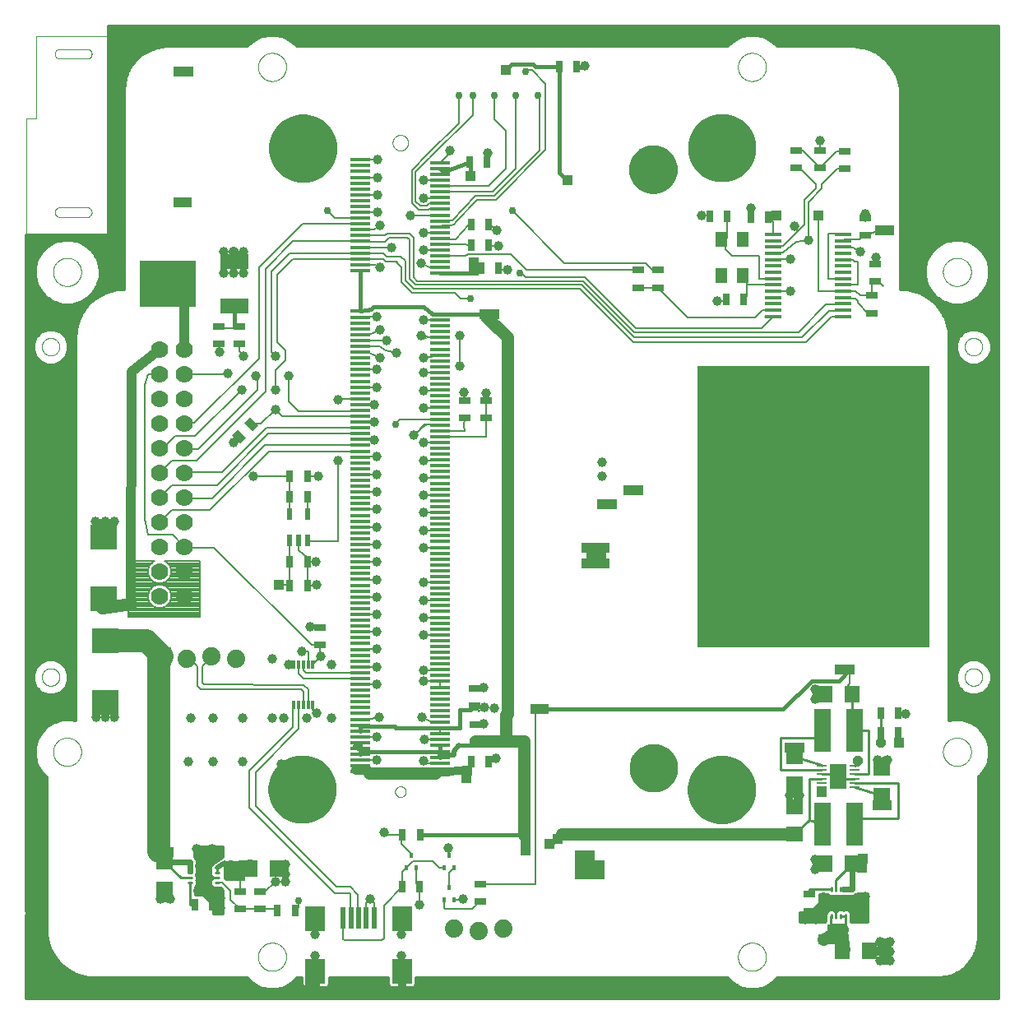
<source format=gtl>
G75*
%MOIN*%
%OFA0B0*%
%FSLAX25Y25*%
%IPPOS*%
%LPD*%
%AMOC8*
5,1,8,0,0,1.08239X$1,22.5*
%
%ADD10C,0.00000*%
%ADD11C,0.19685*%
%ADD12C,0.11811*%
%ADD13R,0.94488X1.14173*%
%ADD14C,0.07000*%
%ADD15C,0.00945*%
%ADD16C,0.00504*%
%ADD17R,0.10630X0.10039*%
%ADD18R,0.06299X0.07087*%
%ADD19R,0.04724X0.03150*%
%ADD20R,0.03937X0.00984*%
%ADD21R,0.06693X0.09843*%
%ADD22R,0.03150X0.04724*%
%ADD23R,0.07087X0.06299*%
%ADD24R,0.07087X0.17717*%
%ADD25R,0.01200X0.03500*%
%ADD26R,0.07400X0.07400*%
%ADD27C,0.07400*%
%ADD28R,0.01575X0.02008*%
%ADD29R,0.07874X0.01378*%
%ADD30R,0.04921X0.06299*%
%ADD31R,0.01969X0.08858*%
%ADD32R,0.07874X0.09843*%
%ADD33R,0.06890X0.01772*%
%ADD34R,0.02362X0.04724*%
%ADD35R,0.11811X0.06299*%
%ADD36R,0.22500X0.19000*%
%ADD37C,0.00800*%
%ADD38C,0.03962*%
%ADD39C,0.01200*%
%ADD40C,0.01000*%
%ADD41C,0.02400*%
%ADD42C,0.04000*%
%ADD43C,0.03937*%
%ADD44R,0.03962X0.03962*%
%ADD45C,0.05000*%
%ADD46C,0.01969*%
%ADD47C,0.02978*%
%ADD48C,0.01600*%
%ADD49C,0.02000*%
%ADD50C,0.03200*%
%ADD51OC8,0.03962*%
%ADD52C,0.02781*%
%ADD53C,0.00600*%
%ADD54C,0.09449*%
D10*
X0025344Y0022313D02*
X0025344Y0055778D01*
X0021407Y0055778D01*
X0021407Y0374675D01*
X0025344Y0374675D01*
X0025344Y0408140D01*
X0058809Y0408140D01*
X0058809Y0412077D01*
X0377707Y0412077D01*
X0377707Y0408140D01*
X0411171Y0408140D01*
X0411171Y0374675D01*
X0415108Y0374675D01*
X0415108Y0055778D01*
X0411171Y0055778D01*
X0411171Y0022313D01*
X0377707Y0022313D01*
X0377707Y0018376D01*
X0058809Y0018376D01*
X0058809Y0022313D01*
X0025344Y0022313D01*
X0032234Y0117982D02*
X0032236Y0118133D01*
X0032242Y0118283D01*
X0032252Y0118434D01*
X0032266Y0118584D01*
X0032284Y0118733D01*
X0032305Y0118883D01*
X0032331Y0119031D01*
X0032361Y0119179D01*
X0032394Y0119326D01*
X0032432Y0119472D01*
X0032473Y0119617D01*
X0032518Y0119761D01*
X0032567Y0119903D01*
X0032620Y0120044D01*
X0032676Y0120184D01*
X0032736Y0120322D01*
X0032799Y0120459D01*
X0032867Y0120594D01*
X0032937Y0120727D01*
X0033011Y0120858D01*
X0033089Y0120987D01*
X0033170Y0121114D01*
X0033254Y0121239D01*
X0033342Y0121362D01*
X0033433Y0121482D01*
X0033527Y0121600D01*
X0033624Y0121715D01*
X0033724Y0121828D01*
X0033827Y0121938D01*
X0033933Y0122045D01*
X0034042Y0122150D01*
X0034153Y0122251D01*
X0034267Y0122350D01*
X0034383Y0122445D01*
X0034503Y0122538D01*
X0034624Y0122627D01*
X0034748Y0122713D01*
X0034874Y0122796D01*
X0035002Y0122875D01*
X0035132Y0122951D01*
X0035264Y0123024D01*
X0035398Y0123092D01*
X0035534Y0123158D01*
X0035672Y0123220D01*
X0035811Y0123278D01*
X0035951Y0123332D01*
X0036093Y0123383D01*
X0036236Y0123430D01*
X0036381Y0123473D01*
X0036526Y0123512D01*
X0036673Y0123548D01*
X0036820Y0123579D01*
X0036968Y0123607D01*
X0037117Y0123631D01*
X0037266Y0123651D01*
X0037416Y0123667D01*
X0037566Y0123679D01*
X0037717Y0123687D01*
X0037868Y0123691D01*
X0038018Y0123691D01*
X0038169Y0123687D01*
X0038320Y0123679D01*
X0038470Y0123667D01*
X0038620Y0123651D01*
X0038769Y0123631D01*
X0038918Y0123607D01*
X0039066Y0123579D01*
X0039213Y0123548D01*
X0039360Y0123512D01*
X0039505Y0123473D01*
X0039650Y0123430D01*
X0039793Y0123383D01*
X0039935Y0123332D01*
X0040075Y0123278D01*
X0040214Y0123220D01*
X0040352Y0123158D01*
X0040488Y0123092D01*
X0040622Y0123024D01*
X0040754Y0122951D01*
X0040884Y0122875D01*
X0041012Y0122796D01*
X0041138Y0122713D01*
X0041262Y0122627D01*
X0041383Y0122538D01*
X0041503Y0122445D01*
X0041619Y0122350D01*
X0041733Y0122251D01*
X0041844Y0122150D01*
X0041953Y0122045D01*
X0042059Y0121938D01*
X0042162Y0121828D01*
X0042262Y0121715D01*
X0042359Y0121600D01*
X0042453Y0121482D01*
X0042544Y0121362D01*
X0042632Y0121239D01*
X0042716Y0121114D01*
X0042797Y0120987D01*
X0042875Y0120858D01*
X0042949Y0120727D01*
X0043019Y0120594D01*
X0043087Y0120459D01*
X0043150Y0120322D01*
X0043210Y0120184D01*
X0043266Y0120044D01*
X0043319Y0119903D01*
X0043368Y0119761D01*
X0043413Y0119617D01*
X0043454Y0119472D01*
X0043492Y0119326D01*
X0043525Y0119179D01*
X0043555Y0119031D01*
X0043581Y0118883D01*
X0043602Y0118733D01*
X0043620Y0118584D01*
X0043634Y0118434D01*
X0043644Y0118283D01*
X0043650Y0118133D01*
X0043652Y0117982D01*
X0043650Y0117831D01*
X0043644Y0117681D01*
X0043634Y0117530D01*
X0043620Y0117380D01*
X0043602Y0117231D01*
X0043581Y0117081D01*
X0043555Y0116933D01*
X0043525Y0116785D01*
X0043492Y0116638D01*
X0043454Y0116492D01*
X0043413Y0116347D01*
X0043368Y0116203D01*
X0043319Y0116061D01*
X0043266Y0115920D01*
X0043210Y0115780D01*
X0043150Y0115642D01*
X0043087Y0115505D01*
X0043019Y0115370D01*
X0042949Y0115237D01*
X0042875Y0115106D01*
X0042797Y0114977D01*
X0042716Y0114850D01*
X0042632Y0114725D01*
X0042544Y0114602D01*
X0042453Y0114482D01*
X0042359Y0114364D01*
X0042262Y0114249D01*
X0042162Y0114136D01*
X0042059Y0114026D01*
X0041953Y0113919D01*
X0041844Y0113814D01*
X0041733Y0113713D01*
X0041619Y0113614D01*
X0041503Y0113519D01*
X0041383Y0113426D01*
X0041262Y0113337D01*
X0041138Y0113251D01*
X0041012Y0113168D01*
X0040884Y0113089D01*
X0040754Y0113013D01*
X0040622Y0112940D01*
X0040488Y0112872D01*
X0040352Y0112806D01*
X0040214Y0112744D01*
X0040075Y0112686D01*
X0039935Y0112632D01*
X0039793Y0112581D01*
X0039650Y0112534D01*
X0039505Y0112491D01*
X0039360Y0112452D01*
X0039213Y0112416D01*
X0039066Y0112385D01*
X0038918Y0112357D01*
X0038769Y0112333D01*
X0038620Y0112313D01*
X0038470Y0112297D01*
X0038320Y0112285D01*
X0038169Y0112277D01*
X0038018Y0112273D01*
X0037868Y0112273D01*
X0037717Y0112277D01*
X0037566Y0112285D01*
X0037416Y0112297D01*
X0037266Y0112313D01*
X0037117Y0112333D01*
X0036968Y0112357D01*
X0036820Y0112385D01*
X0036673Y0112416D01*
X0036526Y0112452D01*
X0036381Y0112491D01*
X0036236Y0112534D01*
X0036093Y0112581D01*
X0035951Y0112632D01*
X0035811Y0112686D01*
X0035672Y0112744D01*
X0035534Y0112806D01*
X0035398Y0112872D01*
X0035264Y0112940D01*
X0035132Y0113013D01*
X0035002Y0113089D01*
X0034874Y0113168D01*
X0034748Y0113251D01*
X0034624Y0113337D01*
X0034503Y0113426D01*
X0034383Y0113519D01*
X0034267Y0113614D01*
X0034153Y0113713D01*
X0034042Y0113814D01*
X0033933Y0113919D01*
X0033827Y0114026D01*
X0033724Y0114136D01*
X0033624Y0114249D01*
X0033527Y0114364D01*
X0033433Y0114482D01*
X0033342Y0114602D01*
X0033254Y0114725D01*
X0033170Y0114850D01*
X0033089Y0114977D01*
X0033011Y0115106D01*
X0032937Y0115237D01*
X0032867Y0115370D01*
X0032799Y0115505D01*
X0032736Y0115642D01*
X0032676Y0115780D01*
X0032620Y0115920D01*
X0032567Y0116061D01*
X0032518Y0116203D01*
X0032473Y0116347D01*
X0032432Y0116492D01*
X0032394Y0116638D01*
X0032361Y0116785D01*
X0032331Y0116933D01*
X0032305Y0117081D01*
X0032284Y0117231D01*
X0032266Y0117380D01*
X0032252Y0117530D01*
X0032242Y0117681D01*
X0032236Y0117831D01*
X0032234Y0117982D01*
X0027698Y0148297D02*
X0027700Y0148416D01*
X0027706Y0148534D01*
X0027716Y0148653D01*
X0027730Y0148770D01*
X0027747Y0148888D01*
X0027769Y0149005D01*
X0027795Y0149120D01*
X0027824Y0149235D01*
X0027857Y0149349D01*
X0027895Y0149462D01*
X0027935Y0149574D01*
X0027980Y0149684D01*
X0028028Y0149792D01*
X0028080Y0149899D01*
X0028135Y0150004D01*
X0028194Y0150107D01*
X0028256Y0150208D01*
X0028322Y0150307D01*
X0028390Y0150404D01*
X0028462Y0150498D01*
X0028538Y0150590D01*
X0028616Y0150680D01*
X0028697Y0150766D01*
X0028781Y0150850D01*
X0028867Y0150931D01*
X0028957Y0151009D01*
X0029049Y0151085D01*
X0029143Y0151157D01*
X0029240Y0151225D01*
X0029339Y0151291D01*
X0029440Y0151353D01*
X0029543Y0151412D01*
X0029648Y0151467D01*
X0029755Y0151519D01*
X0029863Y0151567D01*
X0029973Y0151612D01*
X0030085Y0151652D01*
X0030198Y0151690D01*
X0030312Y0151723D01*
X0030427Y0151752D01*
X0030542Y0151778D01*
X0030659Y0151800D01*
X0030777Y0151817D01*
X0030894Y0151831D01*
X0031013Y0151841D01*
X0031131Y0151847D01*
X0031250Y0151849D01*
X0031369Y0151847D01*
X0031487Y0151841D01*
X0031606Y0151831D01*
X0031723Y0151817D01*
X0031841Y0151800D01*
X0031958Y0151778D01*
X0032073Y0151752D01*
X0032188Y0151723D01*
X0032302Y0151690D01*
X0032415Y0151652D01*
X0032527Y0151612D01*
X0032637Y0151567D01*
X0032745Y0151519D01*
X0032852Y0151467D01*
X0032957Y0151412D01*
X0033060Y0151353D01*
X0033161Y0151291D01*
X0033260Y0151225D01*
X0033357Y0151157D01*
X0033451Y0151085D01*
X0033543Y0151009D01*
X0033633Y0150931D01*
X0033719Y0150850D01*
X0033803Y0150766D01*
X0033884Y0150680D01*
X0033962Y0150590D01*
X0034038Y0150498D01*
X0034110Y0150404D01*
X0034178Y0150307D01*
X0034244Y0150208D01*
X0034306Y0150107D01*
X0034365Y0150004D01*
X0034420Y0149899D01*
X0034472Y0149792D01*
X0034520Y0149684D01*
X0034565Y0149574D01*
X0034605Y0149462D01*
X0034643Y0149349D01*
X0034676Y0149235D01*
X0034705Y0149120D01*
X0034731Y0149005D01*
X0034753Y0148888D01*
X0034770Y0148770D01*
X0034784Y0148653D01*
X0034794Y0148534D01*
X0034800Y0148416D01*
X0034802Y0148297D01*
X0034800Y0148178D01*
X0034794Y0148060D01*
X0034784Y0147941D01*
X0034770Y0147824D01*
X0034753Y0147706D01*
X0034731Y0147589D01*
X0034705Y0147474D01*
X0034676Y0147359D01*
X0034643Y0147245D01*
X0034605Y0147132D01*
X0034565Y0147020D01*
X0034520Y0146910D01*
X0034472Y0146802D01*
X0034420Y0146695D01*
X0034365Y0146590D01*
X0034306Y0146487D01*
X0034244Y0146386D01*
X0034178Y0146287D01*
X0034110Y0146190D01*
X0034038Y0146096D01*
X0033962Y0146004D01*
X0033884Y0145914D01*
X0033803Y0145828D01*
X0033719Y0145744D01*
X0033633Y0145663D01*
X0033543Y0145585D01*
X0033451Y0145509D01*
X0033357Y0145437D01*
X0033260Y0145369D01*
X0033161Y0145303D01*
X0033060Y0145241D01*
X0032957Y0145182D01*
X0032852Y0145127D01*
X0032745Y0145075D01*
X0032637Y0145027D01*
X0032527Y0144982D01*
X0032415Y0144942D01*
X0032302Y0144904D01*
X0032188Y0144871D01*
X0032073Y0144842D01*
X0031958Y0144816D01*
X0031841Y0144794D01*
X0031723Y0144777D01*
X0031606Y0144763D01*
X0031487Y0144753D01*
X0031369Y0144747D01*
X0031250Y0144745D01*
X0031131Y0144747D01*
X0031013Y0144753D01*
X0030894Y0144763D01*
X0030777Y0144777D01*
X0030659Y0144794D01*
X0030542Y0144816D01*
X0030427Y0144842D01*
X0030312Y0144871D01*
X0030198Y0144904D01*
X0030085Y0144942D01*
X0029973Y0144982D01*
X0029863Y0145027D01*
X0029755Y0145075D01*
X0029648Y0145127D01*
X0029543Y0145182D01*
X0029440Y0145241D01*
X0029339Y0145303D01*
X0029240Y0145369D01*
X0029143Y0145437D01*
X0029049Y0145509D01*
X0028957Y0145585D01*
X0028867Y0145663D01*
X0028781Y0145744D01*
X0028697Y0145828D01*
X0028616Y0145914D01*
X0028538Y0146004D01*
X0028462Y0146096D01*
X0028390Y0146190D01*
X0028322Y0146287D01*
X0028256Y0146386D01*
X0028194Y0146487D01*
X0028135Y0146590D01*
X0028080Y0146695D01*
X0028028Y0146802D01*
X0027980Y0146910D01*
X0027935Y0147020D01*
X0027895Y0147132D01*
X0027857Y0147245D01*
X0027824Y0147359D01*
X0027795Y0147474D01*
X0027769Y0147589D01*
X0027747Y0147706D01*
X0027730Y0147824D01*
X0027716Y0147941D01*
X0027706Y0148060D01*
X0027700Y0148178D01*
X0027698Y0148297D01*
X0126959Y0103022D02*
X0126961Y0103180D01*
X0126967Y0103338D01*
X0126977Y0103495D01*
X0126991Y0103653D01*
X0127009Y0103810D01*
X0127031Y0103966D01*
X0127056Y0104122D01*
X0127086Y0104277D01*
X0127120Y0104431D01*
X0127157Y0104585D01*
X0127199Y0104737D01*
X0127244Y0104889D01*
X0127293Y0105039D01*
X0127346Y0105188D01*
X0127402Y0105335D01*
X0127462Y0105481D01*
X0127526Y0105626D01*
X0127594Y0105769D01*
X0127665Y0105910D01*
X0127739Y0106049D01*
X0127818Y0106186D01*
X0127899Y0106321D01*
X0127984Y0106455D01*
X0128072Y0106586D01*
X0128164Y0106714D01*
X0128259Y0106841D01*
X0128357Y0106965D01*
X0128458Y0107086D01*
X0128562Y0107205D01*
X0128669Y0107321D01*
X0128779Y0107435D01*
X0128891Y0107545D01*
X0129007Y0107653D01*
X0129125Y0107758D01*
X0129246Y0107859D01*
X0129369Y0107958D01*
X0129495Y0108054D01*
X0129623Y0108146D01*
X0129753Y0108235D01*
X0129886Y0108321D01*
X0130021Y0108403D01*
X0130158Y0108482D01*
X0130296Y0108558D01*
X0130437Y0108630D01*
X0130579Y0108698D01*
X0130723Y0108763D01*
X0130869Y0108824D01*
X0131016Y0108882D01*
X0131165Y0108935D01*
X0131315Y0108985D01*
X0131466Y0109031D01*
X0131618Y0109074D01*
X0131771Y0109112D01*
X0131925Y0109147D01*
X0132080Y0109178D01*
X0132236Y0109204D01*
X0132392Y0109227D01*
X0132549Y0109246D01*
X0132706Y0109261D01*
X0132864Y0109272D01*
X0133022Y0109279D01*
X0133180Y0109282D01*
X0133337Y0109281D01*
X0133495Y0109276D01*
X0133653Y0109267D01*
X0133810Y0109254D01*
X0133968Y0109237D01*
X0134124Y0109216D01*
X0134280Y0109191D01*
X0134435Y0109163D01*
X0134590Y0109130D01*
X0134744Y0109093D01*
X0134896Y0109053D01*
X0135048Y0109009D01*
X0135198Y0108961D01*
X0135348Y0108909D01*
X0135496Y0108853D01*
X0135642Y0108794D01*
X0135787Y0108731D01*
X0135930Y0108665D01*
X0136072Y0108594D01*
X0136211Y0108521D01*
X0136349Y0108443D01*
X0136485Y0108363D01*
X0136618Y0108279D01*
X0136750Y0108191D01*
X0136879Y0108100D01*
X0137006Y0108006D01*
X0137131Y0107909D01*
X0137253Y0107809D01*
X0137372Y0107706D01*
X0137489Y0107599D01*
X0137603Y0107490D01*
X0137715Y0107378D01*
X0137823Y0107263D01*
X0137929Y0107146D01*
X0138031Y0107026D01*
X0138131Y0106903D01*
X0138227Y0106778D01*
X0138320Y0106650D01*
X0138410Y0106520D01*
X0138497Y0106388D01*
X0138580Y0106254D01*
X0138660Y0106118D01*
X0138736Y0105979D01*
X0138809Y0105839D01*
X0138879Y0105697D01*
X0138944Y0105554D01*
X0139006Y0105408D01*
X0139065Y0105262D01*
X0139119Y0105113D01*
X0139170Y0104964D01*
X0139217Y0104813D01*
X0139261Y0104661D01*
X0139300Y0104508D01*
X0139336Y0104354D01*
X0139367Y0104200D01*
X0139395Y0104044D01*
X0139419Y0103888D01*
X0139439Y0103731D01*
X0139455Y0103574D01*
X0139467Y0103417D01*
X0139475Y0103259D01*
X0139479Y0103101D01*
X0139479Y0102943D01*
X0139475Y0102785D01*
X0139467Y0102627D01*
X0139455Y0102470D01*
X0139439Y0102313D01*
X0139419Y0102156D01*
X0139395Y0102000D01*
X0139367Y0101844D01*
X0139336Y0101690D01*
X0139300Y0101536D01*
X0139261Y0101383D01*
X0139217Y0101231D01*
X0139170Y0101080D01*
X0139119Y0100931D01*
X0139065Y0100782D01*
X0139006Y0100636D01*
X0138944Y0100490D01*
X0138879Y0100347D01*
X0138809Y0100205D01*
X0138736Y0100065D01*
X0138660Y0099926D01*
X0138580Y0099790D01*
X0138497Y0099656D01*
X0138410Y0099524D01*
X0138320Y0099394D01*
X0138227Y0099266D01*
X0138131Y0099141D01*
X0138031Y0099018D01*
X0137929Y0098898D01*
X0137823Y0098781D01*
X0137715Y0098666D01*
X0137603Y0098554D01*
X0137489Y0098445D01*
X0137372Y0098338D01*
X0137253Y0098235D01*
X0137131Y0098135D01*
X0137006Y0098038D01*
X0136879Y0097944D01*
X0136750Y0097853D01*
X0136618Y0097765D01*
X0136485Y0097681D01*
X0136349Y0097601D01*
X0136211Y0097523D01*
X0136072Y0097450D01*
X0135930Y0097379D01*
X0135787Y0097313D01*
X0135642Y0097250D01*
X0135496Y0097191D01*
X0135348Y0097135D01*
X0135198Y0097083D01*
X0135048Y0097035D01*
X0134896Y0096991D01*
X0134744Y0096951D01*
X0134590Y0096914D01*
X0134435Y0096881D01*
X0134280Y0096853D01*
X0134124Y0096828D01*
X0133968Y0096807D01*
X0133810Y0096790D01*
X0133653Y0096777D01*
X0133495Y0096768D01*
X0133337Y0096763D01*
X0133180Y0096762D01*
X0133022Y0096765D01*
X0132864Y0096772D01*
X0132706Y0096783D01*
X0132549Y0096798D01*
X0132392Y0096817D01*
X0132236Y0096840D01*
X0132080Y0096866D01*
X0131925Y0096897D01*
X0131771Y0096932D01*
X0131618Y0096970D01*
X0131466Y0097013D01*
X0131315Y0097059D01*
X0131165Y0097109D01*
X0131016Y0097162D01*
X0130869Y0097220D01*
X0130723Y0097281D01*
X0130579Y0097346D01*
X0130437Y0097414D01*
X0130296Y0097486D01*
X0130158Y0097562D01*
X0130021Y0097641D01*
X0129886Y0097723D01*
X0129753Y0097809D01*
X0129623Y0097898D01*
X0129495Y0097990D01*
X0129369Y0098086D01*
X0129246Y0098185D01*
X0129125Y0098286D01*
X0129007Y0098391D01*
X0128891Y0098499D01*
X0128779Y0098609D01*
X0128669Y0098723D01*
X0128562Y0098839D01*
X0128458Y0098958D01*
X0128357Y0099079D01*
X0128259Y0099203D01*
X0128164Y0099330D01*
X0128072Y0099458D01*
X0127984Y0099589D01*
X0127899Y0099723D01*
X0127818Y0099858D01*
X0127739Y0099995D01*
X0127665Y0100134D01*
X0127594Y0100275D01*
X0127526Y0100418D01*
X0127462Y0100563D01*
X0127402Y0100709D01*
X0127346Y0100856D01*
X0127293Y0101005D01*
X0127244Y0101155D01*
X0127199Y0101307D01*
X0127157Y0101459D01*
X0127120Y0101613D01*
X0127086Y0101767D01*
X0127056Y0101922D01*
X0127031Y0102078D01*
X0127009Y0102234D01*
X0126991Y0102391D01*
X0126977Y0102549D01*
X0126967Y0102706D01*
X0126961Y0102864D01*
X0126959Y0103022D01*
X0170817Y0101841D02*
X0170819Y0101934D01*
X0170825Y0102026D01*
X0170835Y0102118D01*
X0170849Y0102209D01*
X0170866Y0102300D01*
X0170888Y0102390D01*
X0170913Y0102479D01*
X0170942Y0102567D01*
X0170975Y0102653D01*
X0171012Y0102738D01*
X0171052Y0102822D01*
X0171096Y0102903D01*
X0171143Y0102983D01*
X0171193Y0103061D01*
X0171247Y0103136D01*
X0171304Y0103209D01*
X0171364Y0103279D01*
X0171427Y0103347D01*
X0171493Y0103412D01*
X0171561Y0103474D01*
X0171632Y0103534D01*
X0171706Y0103590D01*
X0171782Y0103643D01*
X0171860Y0103692D01*
X0171940Y0103739D01*
X0172022Y0103781D01*
X0172106Y0103821D01*
X0172191Y0103856D01*
X0172278Y0103888D01*
X0172366Y0103917D01*
X0172455Y0103941D01*
X0172545Y0103962D01*
X0172636Y0103978D01*
X0172728Y0103991D01*
X0172820Y0104000D01*
X0172913Y0104005D01*
X0173005Y0104006D01*
X0173098Y0104003D01*
X0173190Y0103996D01*
X0173282Y0103985D01*
X0173373Y0103970D01*
X0173464Y0103952D01*
X0173554Y0103929D01*
X0173642Y0103903D01*
X0173730Y0103873D01*
X0173816Y0103839D01*
X0173900Y0103802D01*
X0173983Y0103760D01*
X0174064Y0103716D01*
X0174144Y0103668D01*
X0174221Y0103617D01*
X0174295Y0103562D01*
X0174368Y0103504D01*
X0174438Y0103444D01*
X0174505Y0103380D01*
X0174569Y0103314D01*
X0174631Y0103244D01*
X0174689Y0103173D01*
X0174744Y0103099D01*
X0174796Y0103022D01*
X0174845Y0102943D01*
X0174891Y0102863D01*
X0174933Y0102780D01*
X0174971Y0102696D01*
X0175006Y0102610D01*
X0175037Y0102523D01*
X0175064Y0102435D01*
X0175087Y0102345D01*
X0175107Y0102255D01*
X0175123Y0102164D01*
X0175135Y0102072D01*
X0175143Y0101980D01*
X0175147Y0101887D01*
X0175147Y0101795D01*
X0175143Y0101702D01*
X0175135Y0101610D01*
X0175123Y0101518D01*
X0175107Y0101427D01*
X0175087Y0101337D01*
X0175064Y0101247D01*
X0175037Y0101159D01*
X0175006Y0101072D01*
X0174971Y0100986D01*
X0174933Y0100902D01*
X0174891Y0100819D01*
X0174845Y0100739D01*
X0174796Y0100660D01*
X0174744Y0100583D01*
X0174689Y0100509D01*
X0174631Y0100438D01*
X0174569Y0100368D01*
X0174505Y0100302D01*
X0174438Y0100238D01*
X0174368Y0100178D01*
X0174295Y0100120D01*
X0174221Y0100065D01*
X0174144Y0100014D01*
X0174065Y0099966D01*
X0173983Y0099922D01*
X0173900Y0099880D01*
X0173816Y0099843D01*
X0173730Y0099809D01*
X0173642Y0099779D01*
X0173554Y0099753D01*
X0173464Y0099730D01*
X0173373Y0099712D01*
X0173282Y0099697D01*
X0173190Y0099686D01*
X0173098Y0099679D01*
X0173005Y0099676D01*
X0172913Y0099677D01*
X0172820Y0099682D01*
X0172728Y0099691D01*
X0172636Y0099704D01*
X0172545Y0099720D01*
X0172455Y0099741D01*
X0172366Y0099765D01*
X0172278Y0099794D01*
X0172191Y0099826D01*
X0172106Y0099861D01*
X0172022Y0099901D01*
X0171940Y0099943D01*
X0171860Y0099990D01*
X0171782Y0100039D01*
X0171706Y0100092D01*
X0171632Y0100148D01*
X0171561Y0100208D01*
X0171493Y0100270D01*
X0171427Y0100335D01*
X0171364Y0100403D01*
X0171304Y0100473D01*
X0171247Y0100546D01*
X0171193Y0100621D01*
X0171143Y0100699D01*
X0171096Y0100779D01*
X0171052Y0100860D01*
X0171012Y0100944D01*
X0170975Y0101029D01*
X0170942Y0101115D01*
X0170913Y0101203D01*
X0170888Y0101292D01*
X0170866Y0101382D01*
X0170849Y0101473D01*
X0170835Y0101564D01*
X0170825Y0101656D01*
X0170819Y0101748D01*
X0170817Y0101841D01*
X0115305Y0034911D02*
X0115307Y0035062D01*
X0115313Y0035212D01*
X0115323Y0035363D01*
X0115337Y0035513D01*
X0115355Y0035662D01*
X0115376Y0035812D01*
X0115402Y0035960D01*
X0115432Y0036108D01*
X0115465Y0036255D01*
X0115503Y0036401D01*
X0115544Y0036546D01*
X0115589Y0036690D01*
X0115638Y0036832D01*
X0115691Y0036973D01*
X0115747Y0037113D01*
X0115807Y0037251D01*
X0115870Y0037388D01*
X0115938Y0037523D01*
X0116008Y0037656D01*
X0116082Y0037787D01*
X0116160Y0037916D01*
X0116241Y0038043D01*
X0116325Y0038168D01*
X0116413Y0038291D01*
X0116504Y0038411D01*
X0116598Y0038529D01*
X0116695Y0038644D01*
X0116795Y0038757D01*
X0116898Y0038867D01*
X0117004Y0038974D01*
X0117113Y0039079D01*
X0117224Y0039180D01*
X0117338Y0039279D01*
X0117454Y0039374D01*
X0117574Y0039467D01*
X0117695Y0039556D01*
X0117819Y0039642D01*
X0117945Y0039725D01*
X0118073Y0039804D01*
X0118203Y0039880D01*
X0118335Y0039953D01*
X0118469Y0040021D01*
X0118605Y0040087D01*
X0118743Y0040149D01*
X0118882Y0040207D01*
X0119022Y0040261D01*
X0119164Y0040312D01*
X0119307Y0040359D01*
X0119452Y0040402D01*
X0119597Y0040441D01*
X0119744Y0040477D01*
X0119891Y0040508D01*
X0120039Y0040536D01*
X0120188Y0040560D01*
X0120337Y0040580D01*
X0120487Y0040596D01*
X0120637Y0040608D01*
X0120788Y0040616D01*
X0120939Y0040620D01*
X0121089Y0040620D01*
X0121240Y0040616D01*
X0121391Y0040608D01*
X0121541Y0040596D01*
X0121691Y0040580D01*
X0121840Y0040560D01*
X0121989Y0040536D01*
X0122137Y0040508D01*
X0122284Y0040477D01*
X0122431Y0040441D01*
X0122576Y0040402D01*
X0122721Y0040359D01*
X0122864Y0040312D01*
X0123006Y0040261D01*
X0123146Y0040207D01*
X0123285Y0040149D01*
X0123423Y0040087D01*
X0123559Y0040021D01*
X0123693Y0039953D01*
X0123825Y0039880D01*
X0123955Y0039804D01*
X0124083Y0039725D01*
X0124209Y0039642D01*
X0124333Y0039556D01*
X0124454Y0039467D01*
X0124574Y0039374D01*
X0124690Y0039279D01*
X0124804Y0039180D01*
X0124915Y0039079D01*
X0125024Y0038974D01*
X0125130Y0038867D01*
X0125233Y0038757D01*
X0125333Y0038644D01*
X0125430Y0038529D01*
X0125524Y0038411D01*
X0125615Y0038291D01*
X0125703Y0038168D01*
X0125787Y0038043D01*
X0125868Y0037916D01*
X0125946Y0037787D01*
X0126020Y0037656D01*
X0126090Y0037523D01*
X0126158Y0037388D01*
X0126221Y0037251D01*
X0126281Y0037113D01*
X0126337Y0036973D01*
X0126390Y0036832D01*
X0126439Y0036690D01*
X0126484Y0036546D01*
X0126525Y0036401D01*
X0126563Y0036255D01*
X0126596Y0036108D01*
X0126626Y0035960D01*
X0126652Y0035812D01*
X0126673Y0035662D01*
X0126691Y0035513D01*
X0126705Y0035363D01*
X0126715Y0035212D01*
X0126721Y0035062D01*
X0126723Y0034911D01*
X0126721Y0034760D01*
X0126715Y0034610D01*
X0126705Y0034459D01*
X0126691Y0034309D01*
X0126673Y0034160D01*
X0126652Y0034010D01*
X0126626Y0033862D01*
X0126596Y0033714D01*
X0126563Y0033567D01*
X0126525Y0033421D01*
X0126484Y0033276D01*
X0126439Y0033132D01*
X0126390Y0032990D01*
X0126337Y0032849D01*
X0126281Y0032709D01*
X0126221Y0032571D01*
X0126158Y0032434D01*
X0126090Y0032299D01*
X0126020Y0032166D01*
X0125946Y0032035D01*
X0125868Y0031906D01*
X0125787Y0031779D01*
X0125703Y0031654D01*
X0125615Y0031531D01*
X0125524Y0031411D01*
X0125430Y0031293D01*
X0125333Y0031178D01*
X0125233Y0031065D01*
X0125130Y0030955D01*
X0125024Y0030848D01*
X0124915Y0030743D01*
X0124804Y0030642D01*
X0124690Y0030543D01*
X0124574Y0030448D01*
X0124454Y0030355D01*
X0124333Y0030266D01*
X0124209Y0030180D01*
X0124083Y0030097D01*
X0123955Y0030018D01*
X0123825Y0029942D01*
X0123693Y0029869D01*
X0123559Y0029801D01*
X0123423Y0029735D01*
X0123285Y0029673D01*
X0123146Y0029615D01*
X0123006Y0029561D01*
X0122864Y0029510D01*
X0122721Y0029463D01*
X0122576Y0029420D01*
X0122431Y0029381D01*
X0122284Y0029345D01*
X0122137Y0029314D01*
X0121989Y0029286D01*
X0121840Y0029262D01*
X0121691Y0029242D01*
X0121541Y0029226D01*
X0121391Y0029214D01*
X0121240Y0029206D01*
X0121089Y0029202D01*
X0120939Y0029202D01*
X0120788Y0029206D01*
X0120637Y0029214D01*
X0120487Y0029226D01*
X0120337Y0029242D01*
X0120188Y0029262D01*
X0120039Y0029286D01*
X0119891Y0029314D01*
X0119744Y0029345D01*
X0119597Y0029381D01*
X0119452Y0029420D01*
X0119307Y0029463D01*
X0119164Y0029510D01*
X0119022Y0029561D01*
X0118882Y0029615D01*
X0118743Y0029673D01*
X0118605Y0029735D01*
X0118469Y0029801D01*
X0118335Y0029869D01*
X0118203Y0029942D01*
X0118073Y0030018D01*
X0117945Y0030097D01*
X0117819Y0030180D01*
X0117695Y0030266D01*
X0117574Y0030355D01*
X0117454Y0030448D01*
X0117338Y0030543D01*
X0117224Y0030642D01*
X0117113Y0030743D01*
X0117004Y0030848D01*
X0116898Y0030955D01*
X0116795Y0031065D01*
X0116695Y0031178D01*
X0116598Y0031293D01*
X0116504Y0031411D01*
X0116413Y0031531D01*
X0116325Y0031654D01*
X0116241Y0031779D01*
X0116160Y0031906D01*
X0116082Y0032035D01*
X0116008Y0032166D01*
X0115938Y0032299D01*
X0115870Y0032434D01*
X0115807Y0032571D01*
X0115747Y0032709D01*
X0115691Y0032849D01*
X0115638Y0032990D01*
X0115589Y0033132D01*
X0115544Y0033276D01*
X0115503Y0033421D01*
X0115465Y0033567D01*
X0115432Y0033714D01*
X0115402Y0033862D01*
X0115376Y0034010D01*
X0115355Y0034160D01*
X0115337Y0034309D01*
X0115323Y0034459D01*
X0115313Y0034610D01*
X0115307Y0034760D01*
X0115305Y0034911D01*
X0270816Y0111486D02*
X0270818Y0111620D01*
X0270824Y0111754D01*
X0270834Y0111888D01*
X0270848Y0112022D01*
X0270866Y0112155D01*
X0270887Y0112287D01*
X0270913Y0112419D01*
X0270943Y0112550D01*
X0270976Y0112680D01*
X0271013Y0112808D01*
X0271055Y0112936D01*
X0271099Y0113063D01*
X0271148Y0113188D01*
X0271200Y0113311D01*
X0271256Y0113433D01*
X0271316Y0113554D01*
X0271379Y0113672D01*
X0271445Y0113789D01*
X0271515Y0113903D01*
X0271588Y0114016D01*
X0271665Y0114126D01*
X0271745Y0114234D01*
X0271828Y0114339D01*
X0271914Y0114442D01*
X0272003Y0114542D01*
X0272095Y0114640D01*
X0272190Y0114735D01*
X0272288Y0114827D01*
X0272388Y0114916D01*
X0272491Y0115002D01*
X0272596Y0115085D01*
X0272704Y0115165D01*
X0272814Y0115242D01*
X0272927Y0115315D01*
X0273041Y0115385D01*
X0273158Y0115451D01*
X0273276Y0115514D01*
X0273397Y0115574D01*
X0273519Y0115630D01*
X0273642Y0115682D01*
X0273767Y0115731D01*
X0273894Y0115775D01*
X0274022Y0115817D01*
X0274150Y0115854D01*
X0274280Y0115887D01*
X0274411Y0115917D01*
X0274543Y0115943D01*
X0274675Y0115964D01*
X0274808Y0115982D01*
X0274942Y0115996D01*
X0275076Y0116006D01*
X0275210Y0116012D01*
X0275344Y0116014D01*
X0275478Y0116012D01*
X0275612Y0116006D01*
X0275746Y0115996D01*
X0275880Y0115982D01*
X0276013Y0115964D01*
X0276145Y0115943D01*
X0276277Y0115917D01*
X0276408Y0115887D01*
X0276538Y0115854D01*
X0276666Y0115817D01*
X0276794Y0115775D01*
X0276921Y0115731D01*
X0277046Y0115682D01*
X0277169Y0115630D01*
X0277291Y0115574D01*
X0277412Y0115514D01*
X0277530Y0115451D01*
X0277647Y0115385D01*
X0277761Y0115315D01*
X0277874Y0115242D01*
X0277984Y0115165D01*
X0278092Y0115085D01*
X0278197Y0115002D01*
X0278300Y0114916D01*
X0278400Y0114827D01*
X0278498Y0114735D01*
X0278593Y0114640D01*
X0278685Y0114542D01*
X0278774Y0114442D01*
X0278860Y0114339D01*
X0278943Y0114234D01*
X0279023Y0114126D01*
X0279100Y0114016D01*
X0279173Y0113903D01*
X0279243Y0113789D01*
X0279309Y0113672D01*
X0279372Y0113554D01*
X0279432Y0113433D01*
X0279488Y0113311D01*
X0279540Y0113188D01*
X0279589Y0113063D01*
X0279633Y0112936D01*
X0279675Y0112808D01*
X0279712Y0112680D01*
X0279745Y0112550D01*
X0279775Y0112419D01*
X0279801Y0112287D01*
X0279822Y0112155D01*
X0279840Y0112022D01*
X0279854Y0111888D01*
X0279864Y0111754D01*
X0279870Y0111620D01*
X0279872Y0111486D01*
X0279870Y0111352D01*
X0279864Y0111218D01*
X0279854Y0111084D01*
X0279840Y0110950D01*
X0279822Y0110817D01*
X0279801Y0110685D01*
X0279775Y0110553D01*
X0279745Y0110422D01*
X0279712Y0110292D01*
X0279675Y0110164D01*
X0279633Y0110036D01*
X0279589Y0109909D01*
X0279540Y0109784D01*
X0279488Y0109661D01*
X0279432Y0109539D01*
X0279372Y0109418D01*
X0279309Y0109300D01*
X0279243Y0109183D01*
X0279173Y0109069D01*
X0279100Y0108956D01*
X0279023Y0108846D01*
X0278943Y0108738D01*
X0278860Y0108633D01*
X0278774Y0108530D01*
X0278685Y0108430D01*
X0278593Y0108332D01*
X0278498Y0108237D01*
X0278400Y0108145D01*
X0278300Y0108056D01*
X0278197Y0107970D01*
X0278092Y0107887D01*
X0277984Y0107807D01*
X0277874Y0107730D01*
X0277761Y0107657D01*
X0277647Y0107587D01*
X0277530Y0107521D01*
X0277412Y0107458D01*
X0277291Y0107398D01*
X0277169Y0107342D01*
X0277046Y0107290D01*
X0276921Y0107241D01*
X0276794Y0107197D01*
X0276666Y0107155D01*
X0276538Y0107118D01*
X0276408Y0107085D01*
X0276277Y0107055D01*
X0276145Y0107029D01*
X0276013Y0107008D01*
X0275880Y0106990D01*
X0275746Y0106976D01*
X0275612Y0106966D01*
X0275478Y0106960D01*
X0275344Y0106958D01*
X0275210Y0106960D01*
X0275076Y0106966D01*
X0274942Y0106976D01*
X0274808Y0106990D01*
X0274675Y0107008D01*
X0274543Y0107029D01*
X0274411Y0107055D01*
X0274280Y0107085D01*
X0274150Y0107118D01*
X0274022Y0107155D01*
X0273894Y0107197D01*
X0273767Y0107241D01*
X0273642Y0107290D01*
X0273519Y0107342D01*
X0273397Y0107398D01*
X0273276Y0107458D01*
X0273158Y0107521D01*
X0273041Y0107587D01*
X0272927Y0107657D01*
X0272814Y0107730D01*
X0272704Y0107807D01*
X0272596Y0107887D01*
X0272491Y0107970D01*
X0272388Y0108056D01*
X0272288Y0108145D01*
X0272190Y0108237D01*
X0272095Y0108332D01*
X0272003Y0108430D01*
X0271914Y0108530D01*
X0271828Y0108633D01*
X0271745Y0108738D01*
X0271665Y0108846D01*
X0271588Y0108956D01*
X0271515Y0109069D01*
X0271445Y0109183D01*
X0271379Y0109300D01*
X0271316Y0109418D01*
X0271256Y0109539D01*
X0271200Y0109661D01*
X0271148Y0109784D01*
X0271099Y0109909D01*
X0271055Y0110036D01*
X0271013Y0110164D01*
X0270976Y0110292D01*
X0270943Y0110422D01*
X0270913Y0110553D01*
X0270887Y0110685D01*
X0270866Y0110817D01*
X0270848Y0110950D01*
X0270834Y0111084D01*
X0270824Y0111218D01*
X0270818Y0111352D01*
X0270816Y0111486D01*
X0297037Y0103022D02*
X0297039Y0103180D01*
X0297045Y0103338D01*
X0297055Y0103495D01*
X0297069Y0103653D01*
X0297087Y0103810D01*
X0297109Y0103966D01*
X0297134Y0104122D01*
X0297164Y0104277D01*
X0297198Y0104431D01*
X0297235Y0104585D01*
X0297277Y0104737D01*
X0297322Y0104889D01*
X0297371Y0105039D01*
X0297424Y0105188D01*
X0297480Y0105335D01*
X0297540Y0105481D01*
X0297604Y0105626D01*
X0297672Y0105769D01*
X0297743Y0105910D01*
X0297817Y0106049D01*
X0297896Y0106186D01*
X0297977Y0106321D01*
X0298062Y0106455D01*
X0298150Y0106586D01*
X0298242Y0106714D01*
X0298337Y0106841D01*
X0298435Y0106965D01*
X0298536Y0107086D01*
X0298640Y0107205D01*
X0298747Y0107321D01*
X0298857Y0107435D01*
X0298969Y0107545D01*
X0299085Y0107653D01*
X0299203Y0107758D01*
X0299324Y0107859D01*
X0299447Y0107958D01*
X0299573Y0108054D01*
X0299701Y0108146D01*
X0299831Y0108235D01*
X0299964Y0108321D01*
X0300099Y0108403D01*
X0300236Y0108482D01*
X0300374Y0108558D01*
X0300515Y0108630D01*
X0300657Y0108698D01*
X0300801Y0108763D01*
X0300947Y0108824D01*
X0301094Y0108882D01*
X0301243Y0108935D01*
X0301393Y0108985D01*
X0301544Y0109031D01*
X0301696Y0109074D01*
X0301849Y0109112D01*
X0302003Y0109147D01*
X0302158Y0109178D01*
X0302314Y0109204D01*
X0302470Y0109227D01*
X0302627Y0109246D01*
X0302784Y0109261D01*
X0302942Y0109272D01*
X0303100Y0109279D01*
X0303258Y0109282D01*
X0303415Y0109281D01*
X0303573Y0109276D01*
X0303731Y0109267D01*
X0303888Y0109254D01*
X0304046Y0109237D01*
X0304202Y0109216D01*
X0304358Y0109191D01*
X0304513Y0109163D01*
X0304668Y0109130D01*
X0304822Y0109093D01*
X0304974Y0109053D01*
X0305126Y0109009D01*
X0305276Y0108961D01*
X0305426Y0108909D01*
X0305574Y0108853D01*
X0305720Y0108794D01*
X0305865Y0108731D01*
X0306008Y0108665D01*
X0306150Y0108594D01*
X0306289Y0108521D01*
X0306427Y0108443D01*
X0306563Y0108363D01*
X0306696Y0108279D01*
X0306828Y0108191D01*
X0306957Y0108100D01*
X0307084Y0108006D01*
X0307209Y0107909D01*
X0307331Y0107809D01*
X0307450Y0107706D01*
X0307567Y0107599D01*
X0307681Y0107490D01*
X0307793Y0107378D01*
X0307901Y0107263D01*
X0308007Y0107146D01*
X0308109Y0107026D01*
X0308209Y0106903D01*
X0308305Y0106778D01*
X0308398Y0106650D01*
X0308488Y0106520D01*
X0308575Y0106388D01*
X0308658Y0106254D01*
X0308738Y0106118D01*
X0308814Y0105979D01*
X0308887Y0105839D01*
X0308957Y0105697D01*
X0309022Y0105554D01*
X0309084Y0105408D01*
X0309143Y0105262D01*
X0309197Y0105113D01*
X0309248Y0104964D01*
X0309295Y0104813D01*
X0309339Y0104661D01*
X0309378Y0104508D01*
X0309414Y0104354D01*
X0309445Y0104200D01*
X0309473Y0104044D01*
X0309497Y0103888D01*
X0309517Y0103731D01*
X0309533Y0103574D01*
X0309545Y0103417D01*
X0309553Y0103259D01*
X0309557Y0103101D01*
X0309557Y0102943D01*
X0309553Y0102785D01*
X0309545Y0102627D01*
X0309533Y0102470D01*
X0309517Y0102313D01*
X0309497Y0102156D01*
X0309473Y0102000D01*
X0309445Y0101844D01*
X0309414Y0101690D01*
X0309378Y0101536D01*
X0309339Y0101383D01*
X0309295Y0101231D01*
X0309248Y0101080D01*
X0309197Y0100931D01*
X0309143Y0100782D01*
X0309084Y0100636D01*
X0309022Y0100490D01*
X0308957Y0100347D01*
X0308887Y0100205D01*
X0308814Y0100065D01*
X0308738Y0099926D01*
X0308658Y0099790D01*
X0308575Y0099656D01*
X0308488Y0099524D01*
X0308398Y0099394D01*
X0308305Y0099266D01*
X0308209Y0099141D01*
X0308109Y0099018D01*
X0308007Y0098898D01*
X0307901Y0098781D01*
X0307793Y0098666D01*
X0307681Y0098554D01*
X0307567Y0098445D01*
X0307450Y0098338D01*
X0307331Y0098235D01*
X0307209Y0098135D01*
X0307084Y0098038D01*
X0306957Y0097944D01*
X0306828Y0097853D01*
X0306696Y0097765D01*
X0306563Y0097681D01*
X0306427Y0097601D01*
X0306289Y0097523D01*
X0306150Y0097450D01*
X0306008Y0097379D01*
X0305865Y0097313D01*
X0305720Y0097250D01*
X0305574Y0097191D01*
X0305426Y0097135D01*
X0305276Y0097083D01*
X0305126Y0097035D01*
X0304974Y0096991D01*
X0304822Y0096951D01*
X0304668Y0096914D01*
X0304513Y0096881D01*
X0304358Y0096853D01*
X0304202Y0096828D01*
X0304046Y0096807D01*
X0303888Y0096790D01*
X0303731Y0096777D01*
X0303573Y0096768D01*
X0303415Y0096763D01*
X0303258Y0096762D01*
X0303100Y0096765D01*
X0302942Y0096772D01*
X0302784Y0096783D01*
X0302627Y0096798D01*
X0302470Y0096817D01*
X0302314Y0096840D01*
X0302158Y0096866D01*
X0302003Y0096897D01*
X0301849Y0096932D01*
X0301696Y0096970D01*
X0301544Y0097013D01*
X0301393Y0097059D01*
X0301243Y0097109D01*
X0301094Y0097162D01*
X0300947Y0097220D01*
X0300801Y0097281D01*
X0300657Y0097346D01*
X0300515Y0097414D01*
X0300374Y0097486D01*
X0300236Y0097562D01*
X0300099Y0097641D01*
X0299964Y0097723D01*
X0299831Y0097809D01*
X0299701Y0097898D01*
X0299573Y0097990D01*
X0299447Y0098086D01*
X0299324Y0098185D01*
X0299203Y0098286D01*
X0299085Y0098391D01*
X0298969Y0098499D01*
X0298857Y0098609D01*
X0298747Y0098723D01*
X0298640Y0098839D01*
X0298536Y0098958D01*
X0298435Y0099079D01*
X0298337Y0099203D01*
X0298242Y0099330D01*
X0298150Y0099458D01*
X0298062Y0099589D01*
X0297977Y0099723D01*
X0297896Y0099858D01*
X0297817Y0099995D01*
X0297743Y0100134D01*
X0297672Y0100275D01*
X0297604Y0100418D01*
X0297540Y0100563D01*
X0297480Y0100709D01*
X0297424Y0100856D01*
X0297371Y0101005D01*
X0297322Y0101155D01*
X0297277Y0101307D01*
X0297235Y0101459D01*
X0297198Y0101613D01*
X0297164Y0101767D01*
X0297134Y0101922D01*
X0297109Y0102078D01*
X0297087Y0102234D01*
X0297069Y0102391D01*
X0297055Y0102549D01*
X0297045Y0102706D01*
X0297039Y0102864D01*
X0297037Y0103022D01*
X0295226Y0167982D02*
X0295228Y0168133D01*
X0295234Y0168283D01*
X0295244Y0168434D01*
X0295258Y0168584D01*
X0295276Y0168733D01*
X0295297Y0168883D01*
X0295323Y0169031D01*
X0295353Y0169179D01*
X0295386Y0169326D01*
X0295424Y0169472D01*
X0295465Y0169617D01*
X0295510Y0169761D01*
X0295559Y0169903D01*
X0295612Y0170044D01*
X0295668Y0170184D01*
X0295728Y0170322D01*
X0295791Y0170459D01*
X0295859Y0170594D01*
X0295929Y0170727D01*
X0296003Y0170858D01*
X0296081Y0170987D01*
X0296162Y0171114D01*
X0296246Y0171239D01*
X0296334Y0171362D01*
X0296425Y0171482D01*
X0296519Y0171600D01*
X0296616Y0171715D01*
X0296716Y0171828D01*
X0296819Y0171938D01*
X0296925Y0172045D01*
X0297034Y0172150D01*
X0297145Y0172251D01*
X0297259Y0172350D01*
X0297375Y0172445D01*
X0297495Y0172538D01*
X0297616Y0172627D01*
X0297740Y0172713D01*
X0297866Y0172796D01*
X0297994Y0172875D01*
X0298124Y0172951D01*
X0298256Y0173024D01*
X0298390Y0173092D01*
X0298526Y0173158D01*
X0298664Y0173220D01*
X0298803Y0173278D01*
X0298943Y0173332D01*
X0299085Y0173383D01*
X0299228Y0173430D01*
X0299373Y0173473D01*
X0299518Y0173512D01*
X0299665Y0173548D01*
X0299812Y0173579D01*
X0299960Y0173607D01*
X0300109Y0173631D01*
X0300258Y0173651D01*
X0300408Y0173667D01*
X0300558Y0173679D01*
X0300709Y0173687D01*
X0300860Y0173691D01*
X0301010Y0173691D01*
X0301161Y0173687D01*
X0301312Y0173679D01*
X0301462Y0173667D01*
X0301612Y0173651D01*
X0301761Y0173631D01*
X0301910Y0173607D01*
X0302058Y0173579D01*
X0302205Y0173548D01*
X0302352Y0173512D01*
X0302497Y0173473D01*
X0302642Y0173430D01*
X0302785Y0173383D01*
X0302927Y0173332D01*
X0303067Y0173278D01*
X0303206Y0173220D01*
X0303344Y0173158D01*
X0303480Y0173092D01*
X0303614Y0173024D01*
X0303746Y0172951D01*
X0303876Y0172875D01*
X0304004Y0172796D01*
X0304130Y0172713D01*
X0304254Y0172627D01*
X0304375Y0172538D01*
X0304495Y0172445D01*
X0304611Y0172350D01*
X0304725Y0172251D01*
X0304836Y0172150D01*
X0304945Y0172045D01*
X0305051Y0171938D01*
X0305154Y0171828D01*
X0305254Y0171715D01*
X0305351Y0171600D01*
X0305445Y0171482D01*
X0305536Y0171362D01*
X0305624Y0171239D01*
X0305708Y0171114D01*
X0305789Y0170987D01*
X0305867Y0170858D01*
X0305941Y0170727D01*
X0306011Y0170594D01*
X0306079Y0170459D01*
X0306142Y0170322D01*
X0306202Y0170184D01*
X0306258Y0170044D01*
X0306311Y0169903D01*
X0306360Y0169761D01*
X0306405Y0169617D01*
X0306446Y0169472D01*
X0306484Y0169326D01*
X0306517Y0169179D01*
X0306547Y0169031D01*
X0306573Y0168883D01*
X0306594Y0168733D01*
X0306612Y0168584D01*
X0306626Y0168434D01*
X0306636Y0168283D01*
X0306642Y0168133D01*
X0306644Y0167982D01*
X0306642Y0167831D01*
X0306636Y0167681D01*
X0306626Y0167530D01*
X0306612Y0167380D01*
X0306594Y0167231D01*
X0306573Y0167081D01*
X0306547Y0166933D01*
X0306517Y0166785D01*
X0306484Y0166638D01*
X0306446Y0166492D01*
X0306405Y0166347D01*
X0306360Y0166203D01*
X0306311Y0166061D01*
X0306258Y0165920D01*
X0306202Y0165780D01*
X0306142Y0165642D01*
X0306079Y0165505D01*
X0306011Y0165370D01*
X0305941Y0165237D01*
X0305867Y0165106D01*
X0305789Y0164977D01*
X0305708Y0164850D01*
X0305624Y0164725D01*
X0305536Y0164602D01*
X0305445Y0164482D01*
X0305351Y0164364D01*
X0305254Y0164249D01*
X0305154Y0164136D01*
X0305051Y0164026D01*
X0304945Y0163919D01*
X0304836Y0163814D01*
X0304725Y0163713D01*
X0304611Y0163614D01*
X0304495Y0163519D01*
X0304375Y0163426D01*
X0304254Y0163337D01*
X0304130Y0163251D01*
X0304004Y0163168D01*
X0303876Y0163089D01*
X0303746Y0163013D01*
X0303614Y0162940D01*
X0303480Y0162872D01*
X0303344Y0162806D01*
X0303206Y0162744D01*
X0303067Y0162686D01*
X0302927Y0162632D01*
X0302785Y0162581D01*
X0302642Y0162534D01*
X0302497Y0162491D01*
X0302352Y0162452D01*
X0302205Y0162416D01*
X0302058Y0162385D01*
X0301910Y0162357D01*
X0301761Y0162333D01*
X0301612Y0162313D01*
X0301462Y0162297D01*
X0301312Y0162285D01*
X0301161Y0162277D01*
X0301010Y0162273D01*
X0300860Y0162273D01*
X0300709Y0162277D01*
X0300558Y0162285D01*
X0300408Y0162297D01*
X0300258Y0162313D01*
X0300109Y0162333D01*
X0299960Y0162357D01*
X0299812Y0162385D01*
X0299665Y0162416D01*
X0299518Y0162452D01*
X0299373Y0162491D01*
X0299228Y0162534D01*
X0299085Y0162581D01*
X0298943Y0162632D01*
X0298803Y0162686D01*
X0298664Y0162744D01*
X0298526Y0162806D01*
X0298390Y0162872D01*
X0298256Y0162940D01*
X0298124Y0163013D01*
X0297994Y0163089D01*
X0297866Y0163168D01*
X0297740Y0163251D01*
X0297616Y0163337D01*
X0297495Y0163426D01*
X0297375Y0163519D01*
X0297259Y0163614D01*
X0297145Y0163713D01*
X0297034Y0163814D01*
X0296925Y0163919D01*
X0296819Y0164026D01*
X0296716Y0164136D01*
X0296616Y0164249D01*
X0296519Y0164364D01*
X0296425Y0164482D01*
X0296334Y0164602D01*
X0296246Y0164725D01*
X0296162Y0164850D01*
X0296081Y0164977D01*
X0296003Y0165106D01*
X0295929Y0165237D01*
X0295859Y0165370D01*
X0295791Y0165505D01*
X0295728Y0165642D01*
X0295668Y0165780D01*
X0295612Y0165920D01*
X0295559Y0166061D01*
X0295510Y0166203D01*
X0295465Y0166347D01*
X0295424Y0166492D01*
X0295386Y0166638D01*
X0295353Y0166785D01*
X0295323Y0166933D01*
X0295297Y0167081D01*
X0295276Y0167231D01*
X0295258Y0167380D01*
X0295244Y0167530D01*
X0295234Y0167681D01*
X0295228Y0167831D01*
X0295226Y0167982D01*
X0334596Y0167982D02*
X0334598Y0168133D01*
X0334604Y0168283D01*
X0334614Y0168434D01*
X0334628Y0168584D01*
X0334646Y0168733D01*
X0334667Y0168883D01*
X0334693Y0169031D01*
X0334723Y0169179D01*
X0334756Y0169326D01*
X0334794Y0169472D01*
X0334835Y0169617D01*
X0334880Y0169761D01*
X0334929Y0169903D01*
X0334982Y0170044D01*
X0335038Y0170184D01*
X0335098Y0170322D01*
X0335161Y0170459D01*
X0335229Y0170594D01*
X0335299Y0170727D01*
X0335373Y0170858D01*
X0335451Y0170987D01*
X0335532Y0171114D01*
X0335616Y0171239D01*
X0335704Y0171362D01*
X0335795Y0171482D01*
X0335889Y0171600D01*
X0335986Y0171715D01*
X0336086Y0171828D01*
X0336189Y0171938D01*
X0336295Y0172045D01*
X0336404Y0172150D01*
X0336515Y0172251D01*
X0336629Y0172350D01*
X0336745Y0172445D01*
X0336865Y0172538D01*
X0336986Y0172627D01*
X0337110Y0172713D01*
X0337236Y0172796D01*
X0337364Y0172875D01*
X0337494Y0172951D01*
X0337626Y0173024D01*
X0337760Y0173092D01*
X0337896Y0173158D01*
X0338034Y0173220D01*
X0338173Y0173278D01*
X0338313Y0173332D01*
X0338455Y0173383D01*
X0338598Y0173430D01*
X0338743Y0173473D01*
X0338888Y0173512D01*
X0339035Y0173548D01*
X0339182Y0173579D01*
X0339330Y0173607D01*
X0339479Y0173631D01*
X0339628Y0173651D01*
X0339778Y0173667D01*
X0339928Y0173679D01*
X0340079Y0173687D01*
X0340230Y0173691D01*
X0340380Y0173691D01*
X0340531Y0173687D01*
X0340682Y0173679D01*
X0340832Y0173667D01*
X0340982Y0173651D01*
X0341131Y0173631D01*
X0341280Y0173607D01*
X0341428Y0173579D01*
X0341575Y0173548D01*
X0341722Y0173512D01*
X0341867Y0173473D01*
X0342012Y0173430D01*
X0342155Y0173383D01*
X0342297Y0173332D01*
X0342437Y0173278D01*
X0342576Y0173220D01*
X0342714Y0173158D01*
X0342850Y0173092D01*
X0342984Y0173024D01*
X0343116Y0172951D01*
X0343246Y0172875D01*
X0343374Y0172796D01*
X0343500Y0172713D01*
X0343624Y0172627D01*
X0343745Y0172538D01*
X0343865Y0172445D01*
X0343981Y0172350D01*
X0344095Y0172251D01*
X0344206Y0172150D01*
X0344315Y0172045D01*
X0344421Y0171938D01*
X0344524Y0171828D01*
X0344624Y0171715D01*
X0344721Y0171600D01*
X0344815Y0171482D01*
X0344906Y0171362D01*
X0344994Y0171239D01*
X0345078Y0171114D01*
X0345159Y0170987D01*
X0345237Y0170858D01*
X0345311Y0170727D01*
X0345381Y0170594D01*
X0345449Y0170459D01*
X0345512Y0170322D01*
X0345572Y0170184D01*
X0345628Y0170044D01*
X0345681Y0169903D01*
X0345730Y0169761D01*
X0345775Y0169617D01*
X0345816Y0169472D01*
X0345854Y0169326D01*
X0345887Y0169179D01*
X0345917Y0169031D01*
X0345943Y0168883D01*
X0345964Y0168733D01*
X0345982Y0168584D01*
X0345996Y0168434D01*
X0346006Y0168283D01*
X0346012Y0168133D01*
X0346014Y0167982D01*
X0346012Y0167831D01*
X0346006Y0167681D01*
X0345996Y0167530D01*
X0345982Y0167380D01*
X0345964Y0167231D01*
X0345943Y0167081D01*
X0345917Y0166933D01*
X0345887Y0166785D01*
X0345854Y0166638D01*
X0345816Y0166492D01*
X0345775Y0166347D01*
X0345730Y0166203D01*
X0345681Y0166061D01*
X0345628Y0165920D01*
X0345572Y0165780D01*
X0345512Y0165642D01*
X0345449Y0165505D01*
X0345381Y0165370D01*
X0345311Y0165237D01*
X0345237Y0165106D01*
X0345159Y0164977D01*
X0345078Y0164850D01*
X0344994Y0164725D01*
X0344906Y0164602D01*
X0344815Y0164482D01*
X0344721Y0164364D01*
X0344624Y0164249D01*
X0344524Y0164136D01*
X0344421Y0164026D01*
X0344315Y0163919D01*
X0344206Y0163814D01*
X0344095Y0163713D01*
X0343981Y0163614D01*
X0343865Y0163519D01*
X0343745Y0163426D01*
X0343624Y0163337D01*
X0343500Y0163251D01*
X0343374Y0163168D01*
X0343246Y0163089D01*
X0343116Y0163013D01*
X0342984Y0162940D01*
X0342850Y0162872D01*
X0342714Y0162806D01*
X0342576Y0162744D01*
X0342437Y0162686D01*
X0342297Y0162632D01*
X0342155Y0162581D01*
X0342012Y0162534D01*
X0341867Y0162491D01*
X0341722Y0162452D01*
X0341575Y0162416D01*
X0341428Y0162385D01*
X0341280Y0162357D01*
X0341131Y0162333D01*
X0340982Y0162313D01*
X0340832Y0162297D01*
X0340682Y0162285D01*
X0340531Y0162277D01*
X0340380Y0162273D01*
X0340230Y0162273D01*
X0340079Y0162277D01*
X0339928Y0162285D01*
X0339778Y0162297D01*
X0339628Y0162313D01*
X0339479Y0162333D01*
X0339330Y0162357D01*
X0339182Y0162385D01*
X0339035Y0162416D01*
X0338888Y0162452D01*
X0338743Y0162491D01*
X0338598Y0162534D01*
X0338455Y0162581D01*
X0338313Y0162632D01*
X0338173Y0162686D01*
X0338034Y0162744D01*
X0337896Y0162806D01*
X0337760Y0162872D01*
X0337626Y0162940D01*
X0337494Y0163013D01*
X0337364Y0163089D01*
X0337236Y0163168D01*
X0337110Y0163251D01*
X0336986Y0163337D01*
X0336865Y0163426D01*
X0336745Y0163519D01*
X0336629Y0163614D01*
X0336515Y0163713D01*
X0336404Y0163814D01*
X0336295Y0163919D01*
X0336189Y0164026D01*
X0336086Y0164136D01*
X0335986Y0164249D01*
X0335889Y0164364D01*
X0335795Y0164482D01*
X0335704Y0164602D01*
X0335616Y0164725D01*
X0335532Y0164850D01*
X0335451Y0164977D01*
X0335373Y0165106D01*
X0335299Y0165237D01*
X0335229Y0165370D01*
X0335161Y0165505D01*
X0335098Y0165642D01*
X0335038Y0165780D01*
X0334982Y0165920D01*
X0334929Y0166061D01*
X0334880Y0166203D01*
X0334835Y0166347D01*
X0334794Y0166492D01*
X0334756Y0166638D01*
X0334723Y0166785D01*
X0334693Y0166933D01*
X0334667Y0167081D01*
X0334646Y0167231D01*
X0334628Y0167380D01*
X0334614Y0167530D01*
X0334604Y0167681D01*
X0334598Y0167831D01*
X0334596Y0167982D01*
X0370029Y0167982D02*
X0370031Y0168133D01*
X0370037Y0168283D01*
X0370047Y0168434D01*
X0370061Y0168584D01*
X0370079Y0168733D01*
X0370100Y0168883D01*
X0370126Y0169031D01*
X0370156Y0169179D01*
X0370189Y0169326D01*
X0370227Y0169472D01*
X0370268Y0169617D01*
X0370313Y0169761D01*
X0370362Y0169903D01*
X0370415Y0170044D01*
X0370471Y0170184D01*
X0370531Y0170322D01*
X0370594Y0170459D01*
X0370662Y0170594D01*
X0370732Y0170727D01*
X0370806Y0170858D01*
X0370884Y0170987D01*
X0370965Y0171114D01*
X0371049Y0171239D01*
X0371137Y0171362D01*
X0371228Y0171482D01*
X0371322Y0171600D01*
X0371419Y0171715D01*
X0371519Y0171828D01*
X0371622Y0171938D01*
X0371728Y0172045D01*
X0371837Y0172150D01*
X0371948Y0172251D01*
X0372062Y0172350D01*
X0372178Y0172445D01*
X0372298Y0172538D01*
X0372419Y0172627D01*
X0372543Y0172713D01*
X0372669Y0172796D01*
X0372797Y0172875D01*
X0372927Y0172951D01*
X0373059Y0173024D01*
X0373193Y0173092D01*
X0373329Y0173158D01*
X0373467Y0173220D01*
X0373606Y0173278D01*
X0373746Y0173332D01*
X0373888Y0173383D01*
X0374031Y0173430D01*
X0374176Y0173473D01*
X0374321Y0173512D01*
X0374468Y0173548D01*
X0374615Y0173579D01*
X0374763Y0173607D01*
X0374912Y0173631D01*
X0375061Y0173651D01*
X0375211Y0173667D01*
X0375361Y0173679D01*
X0375512Y0173687D01*
X0375663Y0173691D01*
X0375813Y0173691D01*
X0375964Y0173687D01*
X0376115Y0173679D01*
X0376265Y0173667D01*
X0376415Y0173651D01*
X0376564Y0173631D01*
X0376713Y0173607D01*
X0376861Y0173579D01*
X0377008Y0173548D01*
X0377155Y0173512D01*
X0377300Y0173473D01*
X0377445Y0173430D01*
X0377588Y0173383D01*
X0377730Y0173332D01*
X0377870Y0173278D01*
X0378009Y0173220D01*
X0378147Y0173158D01*
X0378283Y0173092D01*
X0378417Y0173024D01*
X0378549Y0172951D01*
X0378679Y0172875D01*
X0378807Y0172796D01*
X0378933Y0172713D01*
X0379057Y0172627D01*
X0379178Y0172538D01*
X0379298Y0172445D01*
X0379414Y0172350D01*
X0379528Y0172251D01*
X0379639Y0172150D01*
X0379748Y0172045D01*
X0379854Y0171938D01*
X0379957Y0171828D01*
X0380057Y0171715D01*
X0380154Y0171600D01*
X0380248Y0171482D01*
X0380339Y0171362D01*
X0380427Y0171239D01*
X0380511Y0171114D01*
X0380592Y0170987D01*
X0380670Y0170858D01*
X0380744Y0170727D01*
X0380814Y0170594D01*
X0380882Y0170459D01*
X0380945Y0170322D01*
X0381005Y0170184D01*
X0381061Y0170044D01*
X0381114Y0169903D01*
X0381163Y0169761D01*
X0381208Y0169617D01*
X0381249Y0169472D01*
X0381287Y0169326D01*
X0381320Y0169179D01*
X0381350Y0169031D01*
X0381376Y0168883D01*
X0381397Y0168733D01*
X0381415Y0168584D01*
X0381429Y0168434D01*
X0381439Y0168283D01*
X0381445Y0168133D01*
X0381447Y0167982D01*
X0381445Y0167831D01*
X0381439Y0167681D01*
X0381429Y0167530D01*
X0381415Y0167380D01*
X0381397Y0167231D01*
X0381376Y0167081D01*
X0381350Y0166933D01*
X0381320Y0166785D01*
X0381287Y0166638D01*
X0381249Y0166492D01*
X0381208Y0166347D01*
X0381163Y0166203D01*
X0381114Y0166061D01*
X0381061Y0165920D01*
X0381005Y0165780D01*
X0380945Y0165642D01*
X0380882Y0165505D01*
X0380814Y0165370D01*
X0380744Y0165237D01*
X0380670Y0165106D01*
X0380592Y0164977D01*
X0380511Y0164850D01*
X0380427Y0164725D01*
X0380339Y0164602D01*
X0380248Y0164482D01*
X0380154Y0164364D01*
X0380057Y0164249D01*
X0379957Y0164136D01*
X0379854Y0164026D01*
X0379748Y0163919D01*
X0379639Y0163814D01*
X0379528Y0163713D01*
X0379414Y0163614D01*
X0379298Y0163519D01*
X0379178Y0163426D01*
X0379057Y0163337D01*
X0378933Y0163251D01*
X0378807Y0163168D01*
X0378679Y0163089D01*
X0378549Y0163013D01*
X0378417Y0162940D01*
X0378283Y0162872D01*
X0378147Y0162806D01*
X0378009Y0162744D01*
X0377870Y0162686D01*
X0377730Y0162632D01*
X0377588Y0162581D01*
X0377445Y0162534D01*
X0377300Y0162491D01*
X0377155Y0162452D01*
X0377008Y0162416D01*
X0376861Y0162385D01*
X0376713Y0162357D01*
X0376564Y0162333D01*
X0376415Y0162313D01*
X0376265Y0162297D01*
X0376115Y0162285D01*
X0375964Y0162277D01*
X0375813Y0162273D01*
X0375663Y0162273D01*
X0375512Y0162277D01*
X0375361Y0162285D01*
X0375211Y0162297D01*
X0375061Y0162313D01*
X0374912Y0162333D01*
X0374763Y0162357D01*
X0374615Y0162385D01*
X0374468Y0162416D01*
X0374321Y0162452D01*
X0374176Y0162491D01*
X0374031Y0162534D01*
X0373888Y0162581D01*
X0373746Y0162632D01*
X0373606Y0162686D01*
X0373467Y0162744D01*
X0373329Y0162806D01*
X0373193Y0162872D01*
X0373059Y0162940D01*
X0372927Y0163013D01*
X0372797Y0163089D01*
X0372669Y0163168D01*
X0372543Y0163251D01*
X0372419Y0163337D01*
X0372298Y0163426D01*
X0372178Y0163519D01*
X0372062Y0163614D01*
X0371948Y0163713D01*
X0371837Y0163814D01*
X0371728Y0163919D01*
X0371622Y0164026D01*
X0371519Y0164136D01*
X0371419Y0164249D01*
X0371322Y0164364D01*
X0371228Y0164482D01*
X0371137Y0164602D01*
X0371049Y0164725D01*
X0370965Y0164850D01*
X0370884Y0164977D01*
X0370806Y0165106D01*
X0370732Y0165237D01*
X0370662Y0165370D01*
X0370594Y0165505D01*
X0370531Y0165642D01*
X0370471Y0165780D01*
X0370415Y0165920D01*
X0370362Y0166061D01*
X0370313Y0166203D01*
X0370268Y0166347D01*
X0370227Y0166492D01*
X0370189Y0166638D01*
X0370156Y0166785D01*
X0370126Y0166933D01*
X0370100Y0167081D01*
X0370079Y0167231D01*
X0370061Y0167380D01*
X0370047Y0167530D01*
X0370037Y0167681D01*
X0370031Y0167831D01*
X0370029Y0167982D01*
X0401714Y0148297D02*
X0401716Y0148416D01*
X0401722Y0148534D01*
X0401732Y0148653D01*
X0401746Y0148770D01*
X0401763Y0148888D01*
X0401785Y0149005D01*
X0401811Y0149120D01*
X0401840Y0149235D01*
X0401873Y0149349D01*
X0401911Y0149462D01*
X0401951Y0149574D01*
X0401996Y0149684D01*
X0402044Y0149792D01*
X0402096Y0149899D01*
X0402151Y0150004D01*
X0402210Y0150107D01*
X0402272Y0150208D01*
X0402338Y0150307D01*
X0402406Y0150404D01*
X0402478Y0150498D01*
X0402554Y0150590D01*
X0402632Y0150680D01*
X0402713Y0150766D01*
X0402797Y0150850D01*
X0402883Y0150931D01*
X0402973Y0151009D01*
X0403065Y0151085D01*
X0403159Y0151157D01*
X0403256Y0151225D01*
X0403355Y0151291D01*
X0403456Y0151353D01*
X0403559Y0151412D01*
X0403664Y0151467D01*
X0403771Y0151519D01*
X0403879Y0151567D01*
X0403989Y0151612D01*
X0404101Y0151652D01*
X0404214Y0151690D01*
X0404328Y0151723D01*
X0404443Y0151752D01*
X0404558Y0151778D01*
X0404675Y0151800D01*
X0404793Y0151817D01*
X0404910Y0151831D01*
X0405029Y0151841D01*
X0405147Y0151847D01*
X0405266Y0151849D01*
X0405385Y0151847D01*
X0405503Y0151841D01*
X0405622Y0151831D01*
X0405739Y0151817D01*
X0405857Y0151800D01*
X0405974Y0151778D01*
X0406089Y0151752D01*
X0406204Y0151723D01*
X0406318Y0151690D01*
X0406431Y0151652D01*
X0406543Y0151612D01*
X0406653Y0151567D01*
X0406761Y0151519D01*
X0406868Y0151467D01*
X0406973Y0151412D01*
X0407076Y0151353D01*
X0407177Y0151291D01*
X0407276Y0151225D01*
X0407373Y0151157D01*
X0407467Y0151085D01*
X0407559Y0151009D01*
X0407649Y0150931D01*
X0407735Y0150850D01*
X0407819Y0150766D01*
X0407900Y0150680D01*
X0407978Y0150590D01*
X0408054Y0150498D01*
X0408126Y0150404D01*
X0408194Y0150307D01*
X0408260Y0150208D01*
X0408322Y0150107D01*
X0408381Y0150004D01*
X0408436Y0149899D01*
X0408488Y0149792D01*
X0408536Y0149684D01*
X0408581Y0149574D01*
X0408621Y0149462D01*
X0408659Y0149349D01*
X0408692Y0149235D01*
X0408721Y0149120D01*
X0408747Y0149005D01*
X0408769Y0148888D01*
X0408786Y0148770D01*
X0408800Y0148653D01*
X0408810Y0148534D01*
X0408816Y0148416D01*
X0408818Y0148297D01*
X0408816Y0148178D01*
X0408810Y0148060D01*
X0408800Y0147941D01*
X0408786Y0147824D01*
X0408769Y0147706D01*
X0408747Y0147589D01*
X0408721Y0147474D01*
X0408692Y0147359D01*
X0408659Y0147245D01*
X0408621Y0147132D01*
X0408581Y0147020D01*
X0408536Y0146910D01*
X0408488Y0146802D01*
X0408436Y0146695D01*
X0408381Y0146590D01*
X0408322Y0146487D01*
X0408260Y0146386D01*
X0408194Y0146287D01*
X0408126Y0146190D01*
X0408054Y0146096D01*
X0407978Y0146004D01*
X0407900Y0145914D01*
X0407819Y0145828D01*
X0407735Y0145744D01*
X0407649Y0145663D01*
X0407559Y0145585D01*
X0407467Y0145509D01*
X0407373Y0145437D01*
X0407276Y0145369D01*
X0407177Y0145303D01*
X0407076Y0145241D01*
X0406973Y0145182D01*
X0406868Y0145127D01*
X0406761Y0145075D01*
X0406653Y0145027D01*
X0406543Y0144982D01*
X0406431Y0144942D01*
X0406318Y0144904D01*
X0406204Y0144871D01*
X0406089Y0144842D01*
X0405974Y0144816D01*
X0405857Y0144794D01*
X0405739Y0144777D01*
X0405622Y0144763D01*
X0405503Y0144753D01*
X0405385Y0144747D01*
X0405266Y0144745D01*
X0405147Y0144747D01*
X0405029Y0144753D01*
X0404910Y0144763D01*
X0404793Y0144777D01*
X0404675Y0144794D01*
X0404558Y0144816D01*
X0404443Y0144842D01*
X0404328Y0144871D01*
X0404214Y0144904D01*
X0404101Y0144942D01*
X0403989Y0144982D01*
X0403879Y0145027D01*
X0403771Y0145075D01*
X0403664Y0145127D01*
X0403559Y0145182D01*
X0403456Y0145241D01*
X0403355Y0145303D01*
X0403256Y0145369D01*
X0403159Y0145437D01*
X0403065Y0145509D01*
X0402973Y0145585D01*
X0402883Y0145663D01*
X0402797Y0145744D01*
X0402713Y0145828D01*
X0402632Y0145914D01*
X0402554Y0146004D01*
X0402478Y0146096D01*
X0402406Y0146190D01*
X0402338Y0146287D01*
X0402272Y0146386D01*
X0402210Y0146487D01*
X0402151Y0146590D01*
X0402096Y0146695D01*
X0402044Y0146802D01*
X0401996Y0146910D01*
X0401951Y0147020D01*
X0401911Y0147132D01*
X0401873Y0147245D01*
X0401840Y0147359D01*
X0401811Y0147474D01*
X0401785Y0147589D01*
X0401763Y0147706D01*
X0401746Y0147824D01*
X0401732Y0147941D01*
X0401722Y0148060D01*
X0401716Y0148178D01*
X0401714Y0148297D01*
X0392864Y0117982D02*
X0392866Y0118133D01*
X0392872Y0118283D01*
X0392882Y0118434D01*
X0392896Y0118584D01*
X0392914Y0118733D01*
X0392935Y0118883D01*
X0392961Y0119031D01*
X0392991Y0119179D01*
X0393024Y0119326D01*
X0393062Y0119472D01*
X0393103Y0119617D01*
X0393148Y0119761D01*
X0393197Y0119903D01*
X0393250Y0120044D01*
X0393306Y0120184D01*
X0393366Y0120322D01*
X0393429Y0120459D01*
X0393497Y0120594D01*
X0393567Y0120727D01*
X0393641Y0120858D01*
X0393719Y0120987D01*
X0393800Y0121114D01*
X0393884Y0121239D01*
X0393972Y0121362D01*
X0394063Y0121482D01*
X0394157Y0121600D01*
X0394254Y0121715D01*
X0394354Y0121828D01*
X0394457Y0121938D01*
X0394563Y0122045D01*
X0394672Y0122150D01*
X0394783Y0122251D01*
X0394897Y0122350D01*
X0395013Y0122445D01*
X0395133Y0122538D01*
X0395254Y0122627D01*
X0395378Y0122713D01*
X0395504Y0122796D01*
X0395632Y0122875D01*
X0395762Y0122951D01*
X0395894Y0123024D01*
X0396028Y0123092D01*
X0396164Y0123158D01*
X0396302Y0123220D01*
X0396441Y0123278D01*
X0396581Y0123332D01*
X0396723Y0123383D01*
X0396866Y0123430D01*
X0397011Y0123473D01*
X0397156Y0123512D01*
X0397303Y0123548D01*
X0397450Y0123579D01*
X0397598Y0123607D01*
X0397747Y0123631D01*
X0397896Y0123651D01*
X0398046Y0123667D01*
X0398196Y0123679D01*
X0398347Y0123687D01*
X0398498Y0123691D01*
X0398648Y0123691D01*
X0398799Y0123687D01*
X0398950Y0123679D01*
X0399100Y0123667D01*
X0399250Y0123651D01*
X0399399Y0123631D01*
X0399548Y0123607D01*
X0399696Y0123579D01*
X0399843Y0123548D01*
X0399990Y0123512D01*
X0400135Y0123473D01*
X0400280Y0123430D01*
X0400423Y0123383D01*
X0400565Y0123332D01*
X0400705Y0123278D01*
X0400844Y0123220D01*
X0400982Y0123158D01*
X0401118Y0123092D01*
X0401252Y0123024D01*
X0401384Y0122951D01*
X0401514Y0122875D01*
X0401642Y0122796D01*
X0401768Y0122713D01*
X0401892Y0122627D01*
X0402013Y0122538D01*
X0402133Y0122445D01*
X0402249Y0122350D01*
X0402363Y0122251D01*
X0402474Y0122150D01*
X0402583Y0122045D01*
X0402689Y0121938D01*
X0402792Y0121828D01*
X0402892Y0121715D01*
X0402989Y0121600D01*
X0403083Y0121482D01*
X0403174Y0121362D01*
X0403262Y0121239D01*
X0403346Y0121114D01*
X0403427Y0120987D01*
X0403505Y0120858D01*
X0403579Y0120727D01*
X0403649Y0120594D01*
X0403717Y0120459D01*
X0403780Y0120322D01*
X0403840Y0120184D01*
X0403896Y0120044D01*
X0403949Y0119903D01*
X0403998Y0119761D01*
X0404043Y0119617D01*
X0404084Y0119472D01*
X0404122Y0119326D01*
X0404155Y0119179D01*
X0404185Y0119031D01*
X0404211Y0118883D01*
X0404232Y0118733D01*
X0404250Y0118584D01*
X0404264Y0118434D01*
X0404274Y0118283D01*
X0404280Y0118133D01*
X0404282Y0117982D01*
X0404280Y0117831D01*
X0404274Y0117681D01*
X0404264Y0117530D01*
X0404250Y0117380D01*
X0404232Y0117231D01*
X0404211Y0117081D01*
X0404185Y0116933D01*
X0404155Y0116785D01*
X0404122Y0116638D01*
X0404084Y0116492D01*
X0404043Y0116347D01*
X0403998Y0116203D01*
X0403949Y0116061D01*
X0403896Y0115920D01*
X0403840Y0115780D01*
X0403780Y0115642D01*
X0403717Y0115505D01*
X0403649Y0115370D01*
X0403579Y0115237D01*
X0403505Y0115106D01*
X0403427Y0114977D01*
X0403346Y0114850D01*
X0403262Y0114725D01*
X0403174Y0114602D01*
X0403083Y0114482D01*
X0402989Y0114364D01*
X0402892Y0114249D01*
X0402792Y0114136D01*
X0402689Y0114026D01*
X0402583Y0113919D01*
X0402474Y0113814D01*
X0402363Y0113713D01*
X0402249Y0113614D01*
X0402133Y0113519D01*
X0402013Y0113426D01*
X0401892Y0113337D01*
X0401768Y0113251D01*
X0401642Y0113168D01*
X0401514Y0113089D01*
X0401384Y0113013D01*
X0401252Y0112940D01*
X0401118Y0112872D01*
X0400982Y0112806D01*
X0400844Y0112744D01*
X0400705Y0112686D01*
X0400565Y0112632D01*
X0400423Y0112581D01*
X0400280Y0112534D01*
X0400135Y0112491D01*
X0399990Y0112452D01*
X0399843Y0112416D01*
X0399696Y0112385D01*
X0399548Y0112357D01*
X0399399Y0112333D01*
X0399250Y0112313D01*
X0399100Y0112297D01*
X0398950Y0112285D01*
X0398799Y0112277D01*
X0398648Y0112273D01*
X0398498Y0112273D01*
X0398347Y0112277D01*
X0398196Y0112285D01*
X0398046Y0112297D01*
X0397896Y0112313D01*
X0397747Y0112333D01*
X0397598Y0112357D01*
X0397450Y0112385D01*
X0397303Y0112416D01*
X0397156Y0112452D01*
X0397011Y0112491D01*
X0396866Y0112534D01*
X0396723Y0112581D01*
X0396581Y0112632D01*
X0396441Y0112686D01*
X0396302Y0112744D01*
X0396164Y0112806D01*
X0396028Y0112872D01*
X0395894Y0112940D01*
X0395762Y0113013D01*
X0395632Y0113089D01*
X0395504Y0113168D01*
X0395378Y0113251D01*
X0395254Y0113337D01*
X0395133Y0113426D01*
X0395013Y0113519D01*
X0394897Y0113614D01*
X0394783Y0113713D01*
X0394672Y0113814D01*
X0394563Y0113919D01*
X0394457Y0114026D01*
X0394354Y0114136D01*
X0394254Y0114249D01*
X0394157Y0114364D01*
X0394063Y0114482D01*
X0393972Y0114602D01*
X0393884Y0114725D01*
X0393800Y0114850D01*
X0393719Y0114977D01*
X0393641Y0115106D01*
X0393567Y0115237D01*
X0393497Y0115370D01*
X0393429Y0115505D01*
X0393366Y0115642D01*
X0393306Y0115780D01*
X0393250Y0115920D01*
X0393197Y0116061D01*
X0393148Y0116203D01*
X0393103Y0116347D01*
X0393062Y0116492D01*
X0393024Y0116638D01*
X0392991Y0116785D01*
X0392961Y0116933D01*
X0392935Y0117081D01*
X0392914Y0117231D01*
X0392896Y0117380D01*
X0392882Y0117530D01*
X0392872Y0117681D01*
X0392866Y0117831D01*
X0392864Y0117982D01*
X0309793Y0034911D02*
X0309795Y0035062D01*
X0309801Y0035212D01*
X0309811Y0035363D01*
X0309825Y0035513D01*
X0309843Y0035662D01*
X0309864Y0035812D01*
X0309890Y0035960D01*
X0309920Y0036108D01*
X0309953Y0036255D01*
X0309991Y0036401D01*
X0310032Y0036546D01*
X0310077Y0036690D01*
X0310126Y0036832D01*
X0310179Y0036973D01*
X0310235Y0037113D01*
X0310295Y0037251D01*
X0310358Y0037388D01*
X0310426Y0037523D01*
X0310496Y0037656D01*
X0310570Y0037787D01*
X0310648Y0037916D01*
X0310729Y0038043D01*
X0310813Y0038168D01*
X0310901Y0038291D01*
X0310992Y0038411D01*
X0311086Y0038529D01*
X0311183Y0038644D01*
X0311283Y0038757D01*
X0311386Y0038867D01*
X0311492Y0038974D01*
X0311601Y0039079D01*
X0311712Y0039180D01*
X0311826Y0039279D01*
X0311942Y0039374D01*
X0312062Y0039467D01*
X0312183Y0039556D01*
X0312307Y0039642D01*
X0312433Y0039725D01*
X0312561Y0039804D01*
X0312691Y0039880D01*
X0312823Y0039953D01*
X0312957Y0040021D01*
X0313093Y0040087D01*
X0313231Y0040149D01*
X0313370Y0040207D01*
X0313510Y0040261D01*
X0313652Y0040312D01*
X0313795Y0040359D01*
X0313940Y0040402D01*
X0314085Y0040441D01*
X0314232Y0040477D01*
X0314379Y0040508D01*
X0314527Y0040536D01*
X0314676Y0040560D01*
X0314825Y0040580D01*
X0314975Y0040596D01*
X0315125Y0040608D01*
X0315276Y0040616D01*
X0315427Y0040620D01*
X0315577Y0040620D01*
X0315728Y0040616D01*
X0315879Y0040608D01*
X0316029Y0040596D01*
X0316179Y0040580D01*
X0316328Y0040560D01*
X0316477Y0040536D01*
X0316625Y0040508D01*
X0316772Y0040477D01*
X0316919Y0040441D01*
X0317064Y0040402D01*
X0317209Y0040359D01*
X0317352Y0040312D01*
X0317494Y0040261D01*
X0317634Y0040207D01*
X0317773Y0040149D01*
X0317911Y0040087D01*
X0318047Y0040021D01*
X0318181Y0039953D01*
X0318313Y0039880D01*
X0318443Y0039804D01*
X0318571Y0039725D01*
X0318697Y0039642D01*
X0318821Y0039556D01*
X0318942Y0039467D01*
X0319062Y0039374D01*
X0319178Y0039279D01*
X0319292Y0039180D01*
X0319403Y0039079D01*
X0319512Y0038974D01*
X0319618Y0038867D01*
X0319721Y0038757D01*
X0319821Y0038644D01*
X0319918Y0038529D01*
X0320012Y0038411D01*
X0320103Y0038291D01*
X0320191Y0038168D01*
X0320275Y0038043D01*
X0320356Y0037916D01*
X0320434Y0037787D01*
X0320508Y0037656D01*
X0320578Y0037523D01*
X0320646Y0037388D01*
X0320709Y0037251D01*
X0320769Y0037113D01*
X0320825Y0036973D01*
X0320878Y0036832D01*
X0320927Y0036690D01*
X0320972Y0036546D01*
X0321013Y0036401D01*
X0321051Y0036255D01*
X0321084Y0036108D01*
X0321114Y0035960D01*
X0321140Y0035812D01*
X0321161Y0035662D01*
X0321179Y0035513D01*
X0321193Y0035363D01*
X0321203Y0035212D01*
X0321209Y0035062D01*
X0321211Y0034911D01*
X0321209Y0034760D01*
X0321203Y0034610D01*
X0321193Y0034459D01*
X0321179Y0034309D01*
X0321161Y0034160D01*
X0321140Y0034010D01*
X0321114Y0033862D01*
X0321084Y0033714D01*
X0321051Y0033567D01*
X0321013Y0033421D01*
X0320972Y0033276D01*
X0320927Y0033132D01*
X0320878Y0032990D01*
X0320825Y0032849D01*
X0320769Y0032709D01*
X0320709Y0032571D01*
X0320646Y0032434D01*
X0320578Y0032299D01*
X0320508Y0032166D01*
X0320434Y0032035D01*
X0320356Y0031906D01*
X0320275Y0031779D01*
X0320191Y0031654D01*
X0320103Y0031531D01*
X0320012Y0031411D01*
X0319918Y0031293D01*
X0319821Y0031178D01*
X0319721Y0031065D01*
X0319618Y0030955D01*
X0319512Y0030848D01*
X0319403Y0030743D01*
X0319292Y0030642D01*
X0319178Y0030543D01*
X0319062Y0030448D01*
X0318942Y0030355D01*
X0318821Y0030266D01*
X0318697Y0030180D01*
X0318571Y0030097D01*
X0318443Y0030018D01*
X0318313Y0029942D01*
X0318181Y0029869D01*
X0318047Y0029801D01*
X0317911Y0029735D01*
X0317773Y0029673D01*
X0317634Y0029615D01*
X0317494Y0029561D01*
X0317352Y0029510D01*
X0317209Y0029463D01*
X0317064Y0029420D01*
X0316919Y0029381D01*
X0316772Y0029345D01*
X0316625Y0029314D01*
X0316477Y0029286D01*
X0316328Y0029262D01*
X0316179Y0029242D01*
X0316029Y0029226D01*
X0315879Y0029214D01*
X0315728Y0029206D01*
X0315577Y0029202D01*
X0315427Y0029202D01*
X0315276Y0029206D01*
X0315125Y0029214D01*
X0314975Y0029226D01*
X0314825Y0029242D01*
X0314676Y0029262D01*
X0314527Y0029286D01*
X0314379Y0029314D01*
X0314232Y0029345D01*
X0314085Y0029381D01*
X0313940Y0029420D01*
X0313795Y0029463D01*
X0313652Y0029510D01*
X0313510Y0029561D01*
X0313370Y0029615D01*
X0313231Y0029673D01*
X0313093Y0029735D01*
X0312957Y0029801D01*
X0312823Y0029869D01*
X0312691Y0029942D01*
X0312561Y0030018D01*
X0312433Y0030097D01*
X0312307Y0030180D01*
X0312183Y0030266D01*
X0312062Y0030355D01*
X0311942Y0030448D01*
X0311826Y0030543D01*
X0311712Y0030642D01*
X0311601Y0030743D01*
X0311492Y0030848D01*
X0311386Y0030955D01*
X0311283Y0031065D01*
X0311183Y0031178D01*
X0311086Y0031293D01*
X0310992Y0031411D01*
X0310901Y0031531D01*
X0310813Y0031654D01*
X0310729Y0031779D01*
X0310648Y0031906D01*
X0310570Y0032035D01*
X0310496Y0032166D01*
X0310426Y0032299D01*
X0310358Y0032434D01*
X0310295Y0032571D01*
X0310235Y0032709D01*
X0310179Y0032849D01*
X0310126Y0032990D01*
X0310077Y0033132D01*
X0310032Y0033276D01*
X0309991Y0033421D01*
X0309953Y0033567D01*
X0309920Y0033714D01*
X0309890Y0033862D01*
X0309864Y0034010D01*
X0309843Y0034160D01*
X0309825Y0034309D01*
X0309811Y0034459D01*
X0309801Y0034610D01*
X0309795Y0034760D01*
X0309793Y0034911D01*
X0295226Y0266407D02*
X0295228Y0266558D01*
X0295234Y0266708D01*
X0295244Y0266859D01*
X0295258Y0267009D01*
X0295276Y0267158D01*
X0295297Y0267308D01*
X0295323Y0267456D01*
X0295353Y0267604D01*
X0295386Y0267751D01*
X0295424Y0267897D01*
X0295465Y0268042D01*
X0295510Y0268186D01*
X0295559Y0268328D01*
X0295612Y0268469D01*
X0295668Y0268609D01*
X0295728Y0268747D01*
X0295791Y0268884D01*
X0295859Y0269019D01*
X0295929Y0269152D01*
X0296003Y0269283D01*
X0296081Y0269412D01*
X0296162Y0269539D01*
X0296246Y0269664D01*
X0296334Y0269787D01*
X0296425Y0269907D01*
X0296519Y0270025D01*
X0296616Y0270140D01*
X0296716Y0270253D01*
X0296819Y0270363D01*
X0296925Y0270470D01*
X0297034Y0270575D01*
X0297145Y0270676D01*
X0297259Y0270775D01*
X0297375Y0270870D01*
X0297495Y0270963D01*
X0297616Y0271052D01*
X0297740Y0271138D01*
X0297866Y0271221D01*
X0297994Y0271300D01*
X0298124Y0271376D01*
X0298256Y0271449D01*
X0298390Y0271517D01*
X0298526Y0271583D01*
X0298664Y0271645D01*
X0298803Y0271703D01*
X0298943Y0271757D01*
X0299085Y0271808D01*
X0299228Y0271855D01*
X0299373Y0271898D01*
X0299518Y0271937D01*
X0299665Y0271973D01*
X0299812Y0272004D01*
X0299960Y0272032D01*
X0300109Y0272056D01*
X0300258Y0272076D01*
X0300408Y0272092D01*
X0300558Y0272104D01*
X0300709Y0272112D01*
X0300860Y0272116D01*
X0301010Y0272116D01*
X0301161Y0272112D01*
X0301312Y0272104D01*
X0301462Y0272092D01*
X0301612Y0272076D01*
X0301761Y0272056D01*
X0301910Y0272032D01*
X0302058Y0272004D01*
X0302205Y0271973D01*
X0302352Y0271937D01*
X0302497Y0271898D01*
X0302642Y0271855D01*
X0302785Y0271808D01*
X0302927Y0271757D01*
X0303067Y0271703D01*
X0303206Y0271645D01*
X0303344Y0271583D01*
X0303480Y0271517D01*
X0303614Y0271449D01*
X0303746Y0271376D01*
X0303876Y0271300D01*
X0304004Y0271221D01*
X0304130Y0271138D01*
X0304254Y0271052D01*
X0304375Y0270963D01*
X0304495Y0270870D01*
X0304611Y0270775D01*
X0304725Y0270676D01*
X0304836Y0270575D01*
X0304945Y0270470D01*
X0305051Y0270363D01*
X0305154Y0270253D01*
X0305254Y0270140D01*
X0305351Y0270025D01*
X0305445Y0269907D01*
X0305536Y0269787D01*
X0305624Y0269664D01*
X0305708Y0269539D01*
X0305789Y0269412D01*
X0305867Y0269283D01*
X0305941Y0269152D01*
X0306011Y0269019D01*
X0306079Y0268884D01*
X0306142Y0268747D01*
X0306202Y0268609D01*
X0306258Y0268469D01*
X0306311Y0268328D01*
X0306360Y0268186D01*
X0306405Y0268042D01*
X0306446Y0267897D01*
X0306484Y0267751D01*
X0306517Y0267604D01*
X0306547Y0267456D01*
X0306573Y0267308D01*
X0306594Y0267158D01*
X0306612Y0267009D01*
X0306626Y0266859D01*
X0306636Y0266708D01*
X0306642Y0266558D01*
X0306644Y0266407D01*
X0306642Y0266256D01*
X0306636Y0266106D01*
X0306626Y0265955D01*
X0306612Y0265805D01*
X0306594Y0265656D01*
X0306573Y0265506D01*
X0306547Y0265358D01*
X0306517Y0265210D01*
X0306484Y0265063D01*
X0306446Y0264917D01*
X0306405Y0264772D01*
X0306360Y0264628D01*
X0306311Y0264486D01*
X0306258Y0264345D01*
X0306202Y0264205D01*
X0306142Y0264067D01*
X0306079Y0263930D01*
X0306011Y0263795D01*
X0305941Y0263662D01*
X0305867Y0263531D01*
X0305789Y0263402D01*
X0305708Y0263275D01*
X0305624Y0263150D01*
X0305536Y0263027D01*
X0305445Y0262907D01*
X0305351Y0262789D01*
X0305254Y0262674D01*
X0305154Y0262561D01*
X0305051Y0262451D01*
X0304945Y0262344D01*
X0304836Y0262239D01*
X0304725Y0262138D01*
X0304611Y0262039D01*
X0304495Y0261944D01*
X0304375Y0261851D01*
X0304254Y0261762D01*
X0304130Y0261676D01*
X0304004Y0261593D01*
X0303876Y0261514D01*
X0303746Y0261438D01*
X0303614Y0261365D01*
X0303480Y0261297D01*
X0303344Y0261231D01*
X0303206Y0261169D01*
X0303067Y0261111D01*
X0302927Y0261057D01*
X0302785Y0261006D01*
X0302642Y0260959D01*
X0302497Y0260916D01*
X0302352Y0260877D01*
X0302205Y0260841D01*
X0302058Y0260810D01*
X0301910Y0260782D01*
X0301761Y0260758D01*
X0301612Y0260738D01*
X0301462Y0260722D01*
X0301312Y0260710D01*
X0301161Y0260702D01*
X0301010Y0260698D01*
X0300860Y0260698D01*
X0300709Y0260702D01*
X0300558Y0260710D01*
X0300408Y0260722D01*
X0300258Y0260738D01*
X0300109Y0260758D01*
X0299960Y0260782D01*
X0299812Y0260810D01*
X0299665Y0260841D01*
X0299518Y0260877D01*
X0299373Y0260916D01*
X0299228Y0260959D01*
X0299085Y0261006D01*
X0298943Y0261057D01*
X0298803Y0261111D01*
X0298664Y0261169D01*
X0298526Y0261231D01*
X0298390Y0261297D01*
X0298256Y0261365D01*
X0298124Y0261438D01*
X0297994Y0261514D01*
X0297866Y0261593D01*
X0297740Y0261676D01*
X0297616Y0261762D01*
X0297495Y0261851D01*
X0297375Y0261944D01*
X0297259Y0262039D01*
X0297145Y0262138D01*
X0297034Y0262239D01*
X0296925Y0262344D01*
X0296819Y0262451D01*
X0296716Y0262561D01*
X0296616Y0262674D01*
X0296519Y0262789D01*
X0296425Y0262907D01*
X0296334Y0263027D01*
X0296246Y0263150D01*
X0296162Y0263275D01*
X0296081Y0263402D01*
X0296003Y0263531D01*
X0295929Y0263662D01*
X0295859Y0263795D01*
X0295791Y0263930D01*
X0295728Y0264067D01*
X0295668Y0264205D01*
X0295612Y0264345D01*
X0295559Y0264486D01*
X0295510Y0264628D01*
X0295465Y0264772D01*
X0295424Y0264917D01*
X0295386Y0265063D01*
X0295353Y0265210D01*
X0295323Y0265358D01*
X0295297Y0265506D01*
X0295276Y0265656D01*
X0295258Y0265805D01*
X0295244Y0265955D01*
X0295234Y0266106D01*
X0295228Y0266256D01*
X0295226Y0266407D01*
X0334596Y0266407D02*
X0334598Y0266558D01*
X0334604Y0266708D01*
X0334614Y0266859D01*
X0334628Y0267009D01*
X0334646Y0267158D01*
X0334667Y0267308D01*
X0334693Y0267456D01*
X0334723Y0267604D01*
X0334756Y0267751D01*
X0334794Y0267897D01*
X0334835Y0268042D01*
X0334880Y0268186D01*
X0334929Y0268328D01*
X0334982Y0268469D01*
X0335038Y0268609D01*
X0335098Y0268747D01*
X0335161Y0268884D01*
X0335229Y0269019D01*
X0335299Y0269152D01*
X0335373Y0269283D01*
X0335451Y0269412D01*
X0335532Y0269539D01*
X0335616Y0269664D01*
X0335704Y0269787D01*
X0335795Y0269907D01*
X0335889Y0270025D01*
X0335986Y0270140D01*
X0336086Y0270253D01*
X0336189Y0270363D01*
X0336295Y0270470D01*
X0336404Y0270575D01*
X0336515Y0270676D01*
X0336629Y0270775D01*
X0336745Y0270870D01*
X0336865Y0270963D01*
X0336986Y0271052D01*
X0337110Y0271138D01*
X0337236Y0271221D01*
X0337364Y0271300D01*
X0337494Y0271376D01*
X0337626Y0271449D01*
X0337760Y0271517D01*
X0337896Y0271583D01*
X0338034Y0271645D01*
X0338173Y0271703D01*
X0338313Y0271757D01*
X0338455Y0271808D01*
X0338598Y0271855D01*
X0338743Y0271898D01*
X0338888Y0271937D01*
X0339035Y0271973D01*
X0339182Y0272004D01*
X0339330Y0272032D01*
X0339479Y0272056D01*
X0339628Y0272076D01*
X0339778Y0272092D01*
X0339928Y0272104D01*
X0340079Y0272112D01*
X0340230Y0272116D01*
X0340380Y0272116D01*
X0340531Y0272112D01*
X0340682Y0272104D01*
X0340832Y0272092D01*
X0340982Y0272076D01*
X0341131Y0272056D01*
X0341280Y0272032D01*
X0341428Y0272004D01*
X0341575Y0271973D01*
X0341722Y0271937D01*
X0341867Y0271898D01*
X0342012Y0271855D01*
X0342155Y0271808D01*
X0342297Y0271757D01*
X0342437Y0271703D01*
X0342576Y0271645D01*
X0342714Y0271583D01*
X0342850Y0271517D01*
X0342984Y0271449D01*
X0343116Y0271376D01*
X0343246Y0271300D01*
X0343374Y0271221D01*
X0343500Y0271138D01*
X0343624Y0271052D01*
X0343745Y0270963D01*
X0343865Y0270870D01*
X0343981Y0270775D01*
X0344095Y0270676D01*
X0344206Y0270575D01*
X0344315Y0270470D01*
X0344421Y0270363D01*
X0344524Y0270253D01*
X0344624Y0270140D01*
X0344721Y0270025D01*
X0344815Y0269907D01*
X0344906Y0269787D01*
X0344994Y0269664D01*
X0345078Y0269539D01*
X0345159Y0269412D01*
X0345237Y0269283D01*
X0345311Y0269152D01*
X0345381Y0269019D01*
X0345449Y0268884D01*
X0345512Y0268747D01*
X0345572Y0268609D01*
X0345628Y0268469D01*
X0345681Y0268328D01*
X0345730Y0268186D01*
X0345775Y0268042D01*
X0345816Y0267897D01*
X0345854Y0267751D01*
X0345887Y0267604D01*
X0345917Y0267456D01*
X0345943Y0267308D01*
X0345964Y0267158D01*
X0345982Y0267009D01*
X0345996Y0266859D01*
X0346006Y0266708D01*
X0346012Y0266558D01*
X0346014Y0266407D01*
X0346012Y0266256D01*
X0346006Y0266106D01*
X0345996Y0265955D01*
X0345982Y0265805D01*
X0345964Y0265656D01*
X0345943Y0265506D01*
X0345917Y0265358D01*
X0345887Y0265210D01*
X0345854Y0265063D01*
X0345816Y0264917D01*
X0345775Y0264772D01*
X0345730Y0264628D01*
X0345681Y0264486D01*
X0345628Y0264345D01*
X0345572Y0264205D01*
X0345512Y0264067D01*
X0345449Y0263930D01*
X0345381Y0263795D01*
X0345311Y0263662D01*
X0345237Y0263531D01*
X0345159Y0263402D01*
X0345078Y0263275D01*
X0344994Y0263150D01*
X0344906Y0263027D01*
X0344815Y0262907D01*
X0344721Y0262789D01*
X0344624Y0262674D01*
X0344524Y0262561D01*
X0344421Y0262451D01*
X0344315Y0262344D01*
X0344206Y0262239D01*
X0344095Y0262138D01*
X0343981Y0262039D01*
X0343865Y0261944D01*
X0343745Y0261851D01*
X0343624Y0261762D01*
X0343500Y0261676D01*
X0343374Y0261593D01*
X0343246Y0261514D01*
X0343116Y0261438D01*
X0342984Y0261365D01*
X0342850Y0261297D01*
X0342714Y0261231D01*
X0342576Y0261169D01*
X0342437Y0261111D01*
X0342297Y0261057D01*
X0342155Y0261006D01*
X0342012Y0260959D01*
X0341867Y0260916D01*
X0341722Y0260877D01*
X0341575Y0260841D01*
X0341428Y0260810D01*
X0341280Y0260782D01*
X0341131Y0260758D01*
X0340982Y0260738D01*
X0340832Y0260722D01*
X0340682Y0260710D01*
X0340531Y0260702D01*
X0340380Y0260698D01*
X0340230Y0260698D01*
X0340079Y0260702D01*
X0339928Y0260710D01*
X0339778Y0260722D01*
X0339628Y0260738D01*
X0339479Y0260758D01*
X0339330Y0260782D01*
X0339182Y0260810D01*
X0339035Y0260841D01*
X0338888Y0260877D01*
X0338743Y0260916D01*
X0338598Y0260959D01*
X0338455Y0261006D01*
X0338313Y0261057D01*
X0338173Y0261111D01*
X0338034Y0261169D01*
X0337896Y0261231D01*
X0337760Y0261297D01*
X0337626Y0261365D01*
X0337494Y0261438D01*
X0337364Y0261514D01*
X0337236Y0261593D01*
X0337110Y0261676D01*
X0336986Y0261762D01*
X0336865Y0261851D01*
X0336745Y0261944D01*
X0336629Y0262039D01*
X0336515Y0262138D01*
X0336404Y0262239D01*
X0336295Y0262344D01*
X0336189Y0262451D01*
X0336086Y0262561D01*
X0335986Y0262674D01*
X0335889Y0262789D01*
X0335795Y0262907D01*
X0335704Y0263027D01*
X0335616Y0263150D01*
X0335532Y0263275D01*
X0335451Y0263402D01*
X0335373Y0263531D01*
X0335299Y0263662D01*
X0335229Y0263795D01*
X0335161Y0263930D01*
X0335098Y0264067D01*
X0335038Y0264205D01*
X0334982Y0264345D01*
X0334929Y0264486D01*
X0334880Y0264628D01*
X0334835Y0264772D01*
X0334794Y0264917D01*
X0334756Y0265063D01*
X0334723Y0265210D01*
X0334693Y0265358D01*
X0334667Y0265506D01*
X0334646Y0265656D01*
X0334628Y0265805D01*
X0334614Y0265955D01*
X0334604Y0266106D01*
X0334598Y0266256D01*
X0334596Y0266407D01*
X0370029Y0266407D02*
X0370031Y0266558D01*
X0370037Y0266708D01*
X0370047Y0266859D01*
X0370061Y0267009D01*
X0370079Y0267158D01*
X0370100Y0267308D01*
X0370126Y0267456D01*
X0370156Y0267604D01*
X0370189Y0267751D01*
X0370227Y0267897D01*
X0370268Y0268042D01*
X0370313Y0268186D01*
X0370362Y0268328D01*
X0370415Y0268469D01*
X0370471Y0268609D01*
X0370531Y0268747D01*
X0370594Y0268884D01*
X0370662Y0269019D01*
X0370732Y0269152D01*
X0370806Y0269283D01*
X0370884Y0269412D01*
X0370965Y0269539D01*
X0371049Y0269664D01*
X0371137Y0269787D01*
X0371228Y0269907D01*
X0371322Y0270025D01*
X0371419Y0270140D01*
X0371519Y0270253D01*
X0371622Y0270363D01*
X0371728Y0270470D01*
X0371837Y0270575D01*
X0371948Y0270676D01*
X0372062Y0270775D01*
X0372178Y0270870D01*
X0372298Y0270963D01*
X0372419Y0271052D01*
X0372543Y0271138D01*
X0372669Y0271221D01*
X0372797Y0271300D01*
X0372927Y0271376D01*
X0373059Y0271449D01*
X0373193Y0271517D01*
X0373329Y0271583D01*
X0373467Y0271645D01*
X0373606Y0271703D01*
X0373746Y0271757D01*
X0373888Y0271808D01*
X0374031Y0271855D01*
X0374176Y0271898D01*
X0374321Y0271937D01*
X0374468Y0271973D01*
X0374615Y0272004D01*
X0374763Y0272032D01*
X0374912Y0272056D01*
X0375061Y0272076D01*
X0375211Y0272092D01*
X0375361Y0272104D01*
X0375512Y0272112D01*
X0375663Y0272116D01*
X0375813Y0272116D01*
X0375964Y0272112D01*
X0376115Y0272104D01*
X0376265Y0272092D01*
X0376415Y0272076D01*
X0376564Y0272056D01*
X0376713Y0272032D01*
X0376861Y0272004D01*
X0377008Y0271973D01*
X0377155Y0271937D01*
X0377300Y0271898D01*
X0377445Y0271855D01*
X0377588Y0271808D01*
X0377730Y0271757D01*
X0377870Y0271703D01*
X0378009Y0271645D01*
X0378147Y0271583D01*
X0378283Y0271517D01*
X0378417Y0271449D01*
X0378549Y0271376D01*
X0378679Y0271300D01*
X0378807Y0271221D01*
X0378933Y0271138D01*
X0379057Y0271052D01*
X0379178Y0270963D01*
X0379298Y0270870D01*
X0379414Y0270775D01*
X0379528Y0270676D01*
X0379639Y0270575D01*
X0379748Y0270470D01*
X0379854Y0270363D01*
X0379957Y0270253D01*
X0380057Y0270140D01*
X0380154Y0270025D01*
X0380248Y0269907D01*
X0380339Y0269787D01*
X0380427Y0269664D01*
X0380511Y0269539D01*
X0380592Y0269412D01*
X0380670Y0269283D01*
X0380744Y0269152D01*
X0380814Y0269019D01*
X0380882Y0268884D01*
X0380945Y0268747D01*
X0381005Y0268609D01*
X0381061Y0268469D01*
X0381114Y0268328D01*
X0381163Y0268186D01*
X0381208Y0268042D01*
X0381249Y0267897D01*
X0381287Y0267751D01*
X0381320Y0267604D01*
X0381350Y0267456D01*
X0381376Y0267308D01*
X0381397Y0267158D01*
X0381415Y0267009D01*
X0381429Y0266859D01*
X0381439Y0266708D01*
X0381445Y0266558D01*
X0381447Y0266407D01*
X0381445Y0266256D01*
X0381439Y0266106D01*
X0381429Y0265955D01*
X0381415Y0265805D01*
X0381397Y0265656D01*
X0381376Y0265506D01*
X0381350Y0265358D01*
X0381320Y0265210D01*
X0381287Y0265063D01*
X0381249Y0264917D01*
X0381208Y0264772D01*
X0381163Y0264628D01*
X0381114Y0264486D01*
X0381061Y0264345D01*
X0381005Y0264205D01*
X0380945Y0264067D01*
X0380882Y0263930D01*
X0380814Y0263795D01*
X0380744Y0263662D01*
X0380670Y0263531D01*
X0380592Y0263402D01*
X0380511Y0263275D01*
X0380427Y0263150D01*
X0380339Y0263027D01*
X0380248Y0262907D01*
X0380154Y0262789D01*
X0380057Y0262674D01*
X0379957Y0262561D01*
X0379854Y0262451D01*
X0379748Y0262344D01*
X0379639Y0262239D01*
X0379528Y0262138D01*
X0379414Y0262039D01*
X0379298Y0261944D01*
X0379178Y0261851D01*
X0379057Y0261762D01*
X0378933Y0261676D01*
X0378807Y0261593D01*
X0378679Y0261514D01*
X0378549Y0261438D01*
X0378417Y0261365D01*
X0378283Y0261297D01*
X0378147Y0261231D01*
X0378009Y0261169D01*
X0377870Y0261111D01*
X0377730Y0261057D01*
X0377588Y0261006D01*
X0377445Y0260959D01*
X0377300Y0260916D01*
X0377155Y0260877D01*
X0377008Y0260841D01*
X0376861Y0260810D01*
X0376713Y0260782D01*
X0376564Y0260758D01*
X0376415Y0260738D01*
X0376265Y0260722D01*
X0376115Y0260710D01*
X0375964Y0260702D01*
X0375813Y0260698D01*
X0375663Y0260698D01*
X0375512Y0260702D01*
X0375361Y0260710D01*
X0375211Y0260722D01*
X0375061Y0260738D01*
X0374912Y0260758D01*
X0374763Y0260782D01*
X0374615Y0260810D01*
X0374468Y0260841D01*
X0374321Y0260877D01*
X0374176Y0260916D01*
X0374031Y0260959D01*
X0373888Y0261006D01*
X0373746Y0261057D01*
X0373606Y0261111D01*
X0373467Y0261169D01*
X0373329Y0261231D01*
X0373193Y0261297D01*
X0373059Y0261365D01*
X0372927Y0261438D01*
X0372797Y0261514D01*
X0372669Y0261593D01*
X0372543Y0261676D01*
X0372419Y0261762D01*
X0372298Y0261851D01*
X0372178Y0261944D01*
X0372062Y0262039D01*
X0371948Y0262138D01*
X0371837Y0262239D01*
X0371728Y0262344D01*
X0371622Y0262451D01*
X0371519Y0262561D01*
X0371419Y0262674D01*
X0371322Y0262789D01*
X0371228Y0262907D01*
X0371137Y0263027D01*
X0371049Y0263150D01*
X0370965Y0263275D01*
X0370884Y0263402D01*
X0370806Y0263531D01*
X0370732Y0263662D01*
X0370662Y0263795D01*
X0370594Y0263930D01*
X0370531Y0264067D01*
X0370471Y0264205D01*
X0370415Y0264345D01*
X0370362Y0264486D01*
X0370313Y0264628D01*
X0370268Y0264772D01*
X0370227Y0264917D01*
X0370189Y0265063D01*
X0370156Y0265210D01*
X0370126Y0265358D01*
X0370100Y0265506D01*
X0370079Y0265656D01*
X0370061Y0265805D01*
X0370047Y0265955D01*
X0370037Y0266106D01*
X0370031Y0266256D01*
X0370029Y0266407D01*
X0401714Y0282156D02*
X0401716Y0282275D01*
X0401722Y0282393D01*
X0401732Y0282512D01*
X0401746Y0282629D01*
X0401763Y0282747D01*
X0401785Y0282864D01*
X0401811Y0282979D01*
X0401840Y0283094D01*
X0401873Y0283208D01*
X0401911Y0283321D01*
X0401951Y0283433D01*
X0401996Y0283543D01*
X0402044Y0283651D01*
X0402096Y0283758D01*
X0402151Y0283863D01*
X0402210Y0283966D01*
X0402272Y0284067D01*
X0402338Y0284166D01*
X0402406Y0284263D01*
X0402478Y0284357D01*
X0402554Y0284449D01*
X0402632Y0284539D01*
X0402713Y0284625D01*
X0402797Y0284709D01*
X0402883Y0284790D01*
X0402973Y0284868D01*
X0403065Y0284944D01*
X0403159Y0285016D01*
X0403256Y0285084D01*
X0403355Y0285150D01*
X0403456Y0285212D01*
X0403559Y0285271D01*
X0403664Y0285326D01*
X0403771Y0285378D01*
X0403879Y0285426D01*
X0403989Y0285471D01*
X0404101Y0285511D01*
X0404214Y0285549D01*
X0404328Y0285582D01*
X0404443Y0285611D01*
X0404558Y0285637D01*
X0404675Y0285659D01*
X0404793Y0285676D01*
X0404910Y0285690D01*
X0405029Y0285700D01*
X0405147Y0285706D01*
X0405266Y0285708D01*
X0405385Y0285706D01*
X0405503Y0285700D01*
X0405622Y0285690D01*
X0405739Y0285676D01*
X0405857Y0285659D01*
X0405974Y0285637D01*
X0406089Y0285611D01*
X0406204Y0285582D01*
X0406318Y0285549D01*
X0406431Y0285511D01*
X0406543Y0285471D01*
X0406653Y0285426D01*
X0406761Y0285378D01*
X0406868Y0285326D01*
X0406973Y0285271D01*
X0407076Y0285212D01*
X0407177Y0285150D01*
X0407276Y0285084D01*
X0407373Y0285016D01*
X0407467Y0284944D01*
X0407559Y0284868D01*
X0407649Y0284790D01*
X0407735Y0284709D01*
X0407819Y0284625D01*
X0407900Y0284539D01*
X0407978Y0284449D01*
X0408054Y0284357D01*
X0408126Y0284263D01*
X0408194Y0284166D01*
X0408260Y0284067D01*
X0408322Y0283966D01*
X0408381Y0283863D01*
X0408436Y0283758D01*
X0408488Y0283651D01*
X0408536Y0283543D01*
X0408581Y0283433D01*
X0408621Y0283321D01*
X0408659Y0283208D01*
X0408692Y0283094D01*
X0408721Y0282979D01*
X0408747Y0282864D01*
X0408769Y0282747D01*
X0408786Y0282629D01*
X0408800Y0282512D01*
X0408810Y0282393D01*
X0408816Y0282275D01*
X0408818Y0282156D01*
X0408816Y0282037D01*
X0408810Y0281919D01*
X0408800Y0281800D01*
X0408786Y0281683D01*
X0408769Y0281565D01*
X0408747Y0281448D01*
X0408721Y0281333D01*
X0408692Y0281218D01*
X0408659Y0281104D01*
X0408621Y0280991D01*
X0408581Y0280879D01*
X0408536Y0280769D01*
X0408488Y0280661D01*
X0408436Y0280554D01*
X0408381Y0280449D01*
X0408322Y0280346D01*
X0408260Y0280245D01*
X0408194Y0280146D01*
X0408126Y0280049D01*
X0408054Y0279955D01*
X0407978Y0279863D01*
X0407900Y0279773D01*
X0407819Y0279687D01*
X0407735Y0279603D01*
X0407649Y0279522D01*
X0407559Y0279444D01*
X0407467Y0279368D01*
X0407373Y0279296D01*
X0407276Y0279228D01*
X0407177Y0279162D01*
X0407076Y0279100D01*
X0406973Y0279041D01*
X0406868Y0278986D01*
X0406761Y0278934D01*
X0406653Y0278886D01*
X0406543Y0278841D01*
X0406431Y0278801D01*
X0406318Y0278763D01*
X0406204Y0278730D01*
X0406089Y0278701D01*
X0405974Y0278675D01*
X0405857Y0278653D01*
X0405739Y0278636D01*
X0405622Y0278622D01*
X0405503Y0278612D01*
X0405385Y0278606D01*
X0405266Y0278604D01*
X0405147Y0278606D01*
X0405029Y0278612D01*
X0404910Y0278622D01*
X0404793Y0278636D01*
X0404675Y0278653D01*
X0404558Y0278675D01*
X0404443Y0278701D01*
X0404328Y0278730D01*
X0404214Y0278763D01*
X0404101Y0278801D01*
X0403989Y0278841D01*
X0403879Y0278886D01*
X0403771Y0278934D01*
X0403664Y0278986D01*
X0403559Y0279041D01*
X0403456Y0279100D01*
X0403355Y0279162D01*
X0403256Y0279228D01*
X0403159Y0279296D01*
X0403065Y0279368D01*
X0402973Y0279444D01*
X0402883Y0279522D01*
X0402797Y0279603D01*
X0402713Y0279687D01*
X0402632Y0279773D01*
X0402554Y0279863D01*
X0402478Y0279955D01*
X0402406Y0280049D01*
X0402338Y0280146D01*
X0402272Y0280245D01*
X0402210Y0280346D01*
X0402151Y0280449D01*
X0402096Y0280554D01*
X0402044Y0280661D01*
X0401996Y0280769D01*
X0401951Y0280879D01*
X0401911Y0280991D01*
X0401873Y0281104D01*
X0401840Y0281218D01*
X0401811Y0281333D01*
X0401785Y0281448D01*
X0401763Y0281565D01*
X0401746Y0281683D01*
X0401732Y0281800D01*
X0401722Y0281919D01*
X0401716Y0282037D01*
X0401714Y0282156D01*
X0392864Y0312470D02*
X0392866Y0312621D01*
X0392872Y0312771D01*
X0392882Y0312922D01*
X0392896Y0313072D01*
X0392914Y0313221D01*
X0392935Y0313371D01*
X0392961Y0313519D01*
X0392991Y0313667D01*
X0393024Y0313814D01*
X0393062Y0313960D01*
X0393103Y0314105D01*
X0393148Y0314249D01*
X0393197Y0314391D01*
X0393250Y0314532D01*
X0393306Y0314672D01*
X0393366Y0314810D01*
X0393429Y0314947D01*
X0393497Y0315082D01*
X0393567Y0315215D01*
X0393641Y0315346D01*
X0393719Y0315475D01*
X0393800Y0315602D01*
X0393884Y0315727D01*
X0393972Y0315850D01*
X0394063Y0315970D01*
X0394157Y0316088D01*
X0394254Y0316203D01*
X0394354Y0316316D01*
X0394457Y0316426D01*
X0394563Y0316533D01*
X0394672Y0316638D01*
X0394783Y0316739D01*
X0394897Y0316838D01*
X0395013Y0316933D01*
X0395133Y0317026D01*
X0395254Y0317115D01*
X0395378Y0317201D01*
X0395504Y0317284D01*
X0395632Y0317363D01*
X0395762Y0317439D01*
X0395894Y0317512D01*
X0396028Y0317580D01*
X0396164Y0317646D01*
X0396302Y0317708D01*
X0396441Y0317766D01*
X0396581Y0317820D01*
X0396723Y0317871D01*
X0396866Y0317918D01*
X0397011Y0317961D01*
X0397156Y0318000D01*
X0397303Y0318036D01*
X0397450Y0318067D01*
X0397598Y0318095D01*
X0397747Y0318119D01*
X0397896Y0318139D01*
X0398046Y0318155D01*
X0398196Y0318167D01*
X0398347Y0318175D01*
X0398498Y0318179D01*
X0398648Y0318179D01*
X0398799Y0318175D01*
X0398950Y0318167D01*
X0399100Y0318155D01*
X0399250Y0318139D01*
X0399399Y0318119D01*
X0399548Y0318095D01*
X0399696Y0318067D01*
X0399843Y0318036D01*
X0399990Y0318000D01*
X0400135Y0317961D01*
X0400280Y0317918D01*
X0400423Y0317871D01*
X0400565Y0317820D01*
X0400705Y0317766D01*
X0400844Y0317708D01*
X0400982Y0317646D01*
X0401118Y0317580D01*
X0401252Y0317512D01*
X0401384Y0317439D01*
X0401514Y0317363D01*
X0401642Y0317284D01*
X0401768Y0317201D01*
X0401892Y0317115D01*
X0402013Y0317026D01*
X0402133Y0316933D01*
X0402249Y0316838D01*
X0402363Y0316739D01*
X0402474Y0316638D01*
X0402583Y0316533D01*
X0402689Y0316426D01*
X0402792Y0316316D01*
X0402892Y0316203D01*
X0402989Y0316088D01*
X0403083Y0315970D01*
X0403174Y0315850D01*
X0403262Y0315727D01*
X0403346Y0315602D01*
X0403427Y0315475D01*
X0403505Y0315346D01*
X0403579Y0315215D01*
X0403649Y0315082D01*
X0403717Y0314947D01*
X0403780Y0314810D01*
X0403840Y0314672D01*
X0403896Y0314532D01*
X0403949Y0314391D01*
X0403998Y0314249D01*
X0404043Y0314105D01*
X0404084Y0313960D01*
X0404122Y0313814D01*
X0404155Y0313667D01*
X0404185Y0313519D01*
X0404211Y0313371D01*
X0404232Y0313221D01*
X0404250Y0313072D01*
X0404264Y0312922D01*
X0404274Y0312771D01*
X0404280Y0312621D01*
X0404282Y0312470D01*
X0404280Y0312319D01*
X0404274Y0312169D01*
X0404264Y0312018D01*
X0404250Y0311868D01*
X0404232Y0311719D01*
X0404211Y0311569D01*
X0404185Y0311421D01*
X0404155Y0311273D01*
X0404122Y0311126D01*
X0404084Y0310980D01*
X0404043Y0310835D01*
X0403998Y0310691D01*
X0403949Y0310549D01*
X0403896Y0310408D01*
X0403840Y0310268D01*
X0403780Y0310130D01*
X0403717Y0309993D01*
X0403649Y0309858D01*
X0403579Y0309725D01*
X0403505Y0309594D01*
X0403427Y0309465D01*
X0403346Y0309338D01*
X0403262Y0309213D01*
X0403174Y0309090D01*
X0403083Y0308970D01*
X0402989Y0308852D01*
X0402892Y0308737D01*
X0402792Y0308624D01*
X0402689Y0308514D01*
X0402583Y0308407D01*
X0402474Y0308302D01*
X0402363Y0308201D01*
X0402249Y0308102D01*
X0402133Y0308007D01*
X0402013Y0307914D01*
X0401892Y0307825D01*
X0401768Y0307739D01*
X0401642Y0307656D01*
X0401514Y0307577D01*
X0401384Y0307501D01*
X0401252Y0307428D01*
X0401118Y0307360D01*
X0400982Y0307294D01*
X0400844Y0307232D01*
X0400705Y0307174D01*
X0400565Y0307120D01*
X0400423Y0307069D01*
X0400280Y0307022D01*
X0400135Y0306979D01*
X0399990Y0306940D01*
X0399843Y0306904D01*
X0399696Y0306873D01*
X0399548Y0306845D01*
X0399399Y0306821D01*
X0399250Y0306801D01*
X0399100Y0306785D01*
X0398950Y0306773D01*
X0398799Y0306765D01*
X0398648Y0306761D01*
X0398498Y0306761D01*
X0398347Y0306765D01*
X0398196Y0306773D01*
X0398046Y0306785D01*
X0397896Y0306801D01*
X0397747Y0306821D01*
X0397598Y0306845D01*
X0397450Y0306873D01*
X0397303Y0306904D01*
X0397156Y0306940D01*
X0397011Y0306979D01*
X0396866Y0307022D01*
X0396723Y0307069D01*
X0396581Y0307120D01*
X0396441Y0307174D01*
X0396302Y0307232D01*
X0396164Y0307294D01*
X0396028Y0307360D01*
X0395894Y0307428D01*
X0395762Y0307501D01*
X0395632Y0307577D01*
X0395504Y0307656D01*
X0395378Y0307739D01*
X0395254Y0307825D01*
X0395133Y0307914D01*
X0395013Y0308007D01*
X0394897Y0308102D01*
X0394783Y0308201D01*
X0394672Y0308302D01*
X0394563Y0308407D01*
X0394457Y0308514D01*
X0394354Y0308624D01*
X0394254Y0308737D01*
X0394157Y0308852D01*
X0394063Y0308970D01*
X0393972Y0309090D01*
X0393884Y0309213D01*
X0393800Y0309338D01*
X0393719Y0309465D01*
X0393641Y0309594D01*
X0393567Y0309725D01*
X0393497Y0309858D01*
X0393429Y0309993D01*
X0393366Y0310130D01*
X0393306Y0310268D01*
X0393250Y0310408D01*
X0393197Y0310549D01*
X0393148Y0310691D01*
X0393103Y0310835D01*
X0393062Y0310980D01*
X0393024Y0311126D01*
X0392991Y0311273D01*
X0392961Y0311421D01*
X0392935Y0311569D01*
X0392914Y0311719D01*
X0392896Y0311868D01*
X0392882Y0312018D01*
X0392872Y0312169D01*
X0392866Y0312319D01*
X0392864Y0312470D01*
X0297037Y0362864D02*
X0297039Y0363022D01*
X0297045Y0363180D01*
X0297055Y0363337D01*
X0297069Y0363495D01*
X0297087Y0363652D01*
X0297109Y0363808D01*
X0297134Y0363964D01*
X0297164Y0364119D01*
X0297198Y0364273D01*
X0297235Y0364427D01*
X0297277Y0364579D01*
X0297322Y0364731D01*
X0297371Y0364881D01*
X0297424Y0365030D01*
X0297480Y0365177D01*
X0297540Y0365323D01*
X0297604Y0365468D01*
X0297672Y0365611D01*
X0297743Y0365752D01*
X0297817Y0365891D01*
X0297896Y0366028D01*
X0297977Y0366163D01*
X0298062Y0366297D01*
X0298150Y0366428D01*
X0298242Y0366556D01*
X0298337Y0366683D01*
X0298435Y0366807D01*
X0298536Y0366928D01*
X0298640Y0367047D01*
X0298747Y0367163D01*
X0298857Y0367277D01*
X0298969Y0367387D01*
X0299085Y0367495D01*
X0299203Y0367600D01*
X0299324Y0367701D01*
X0299447Y0367800D01*
X0299573Y0367896D01*
X0299701Y0367988D01*
X0299831Y0368077D01*
X0299964Y0368163D01*
X0300099Y0368245D01*
X0300236Y0368324D01*
X0300374Y0368400D01*
X0300515Y0368472D01*
X0300657Y0368540D01*
X0300801Y0368605D01*
X0300947Y0368666D01*
X0301094Y0368724D01*
X0301243Y0368777D01*
X0301393Y0368827D01*
X0301544Y0368873D01*
X0301696Y0368916D01*
X0301849Y0368954D01*
X0302003Y0368989D01*
X0302158Y0369020D01*
X0302314Y0369046D01*
X0302470Y0369069D01*
X0302627Y0369088D01*
X0302784Y0369103D01*
X0302942Y0369114D01*
X0303100Y0369121D01*
X0303258Y0369124D01*
X0303415Y0369123D01*
X0303573Y0369118D01*
X0303731Y0369109D01*
X0303888Y0369096D01*
X0304046Y0369079D01*
X0304202Y0369058D01*
X0304358Y0369033D01*
X0304513Y0369005D01*
X0304668Y0368972D01*
X0304822Y0368935D01*
X0304974Y0368895D01*
X0305126Y0368851D01*
X0305276Y0368803D01*
X0305426Y0368751D01*
X0305574Y0368695D01*
X0305720Y0368636D01*
X0305865Y0368573D01*
X0306008Y0368507D01*
X0306150Y0368436D01*
X0306289Y0368363D01*
X0306427Y0368285D01*
X0306563Y0368205D01*
X0306696Y0368121D01*
X0306828Y0368033D01*
X0306957Y0367942D01*
X0307084Y0367848D01*
X0307209Y0367751D01*
X0307331Y0367651D01*
X0307450Y0367548D01*
X0307567Y0367441D01*
X0307681Y0367332D01*
X0307793Y0367220D01*
X0307901Y0367105D01*
X0308007Y0366988D01*
X0308109Y0366868D01*
X0308209Y0366745D01*
X0308305Y0366620D01*
X0308398Y0366492D01*
X0308488Y0366362D01*
X0308575Y0366230D01*
X0308658Y0366096D01*
X0308738Y0365960D01*
X0308814Y0365821D01*
X0308887Y0365681D01*
X0308957Y0365539D01*
X0309022Y0365396D01*
X0309084Y0365250D01*
X0309143Y0365104D01*
X0309197Y0364955D01*
X0309248Y0364806D01*
X0309295Y0364655D01*
X0309339Y0364503D01*
X0309378Y0364350D01*
X0309414Y0364196D01*
X0309445Y0364042D01*
X0309473Y0363886D01*
X0309497Y0363730D01*
X0309517Y0363573D01*
X0309533Y0363416D01*
X0309545Y0363259D01*
X0309553Y0363101D01*
X0309557Y0362943D01*
X0309557Y0362785D01*
X0309553Y0362627D01*
X0309545Y0362469D01*
X0309533Y0362312D01*
X0309517Y0362155D01*
X0309497Y0361998D01*
X0309473Y0361842D01*
X0309445Y0361686D01*
X0309414Y0361532D01*
X0309378Y0361378D01*
X0309339Y0361225D01*
X0309295Y0361073D01*
X0309248Y0360922D01*
X0309197Y0360773D01*
X0309143Y0360624D01*
X0309084Y0360478D01*
X0309022Y0360332D01*
X0308957Y0360189D01*
X0308887Y0360047D01*
X0308814Y0359907D01*
X0308738Y0359768D01*
X0308658Y0359632D01*
X0308575Y0359498D01*
X0308488Y0359366D01*
X0308398Y0359236D01*
X0308305Y0359108D01*
X0308209Y0358983D01*
X0308109Y0358860D01*
X0308007Y0358740D01*
X0307901Y0358623D01*
X0307793Y0358508D01*
X0307681Y0358396D01*
X0307567Y0358287D01*
X0307450Y0358180D01*
X0307331Y0358077D01*
X0307209Y0357977D01*
X0307084Y0357880D01*
X0306957Y0357786D01*
X0306828Y0357695D01*
X0306696Y0357607D01*
X0306563Y0357523D01*
X0306427Y0357443D01*
X0306289Y0357365D01*
X0306150Y0357292D01*
X0306008Y0357221D01*
X0305865Y0357155D01*
X0305720Y0357092D01*
X0305574Y0357033D01*
X0305426Y0356977D01*
X0305276Y0356925D01*
X0305126Y0356877D01*
X0304974Y0356833D01*
X0304822Y0356793D01*
X0304668Y0356756D01*
X0304513Y0356723D01*
X0304358Y0356695D01*
X0304202Y0356670D01*
X0304046Y0356649D01*
X0303888Y0356632D01*
X0303731Y0356619D01*
X0303573Y0356610D01*
X0303415Y0356605D01*
X0303258Y0356604D01*
X0303100Y0356607D01*
X0302942Y0356614D01*
X0302784Y0356625D01*
X0302627Y0356640D01*
X0302470Y0356659D01*
X0302314Y0356682D01*
X0302158Y0356708D01*
X0302003Y0356739D01*
X0301849Y0356774D01*
X0301696Y0356812D01*
X0301544Y0356855D01*
X0301393Y0356901D01*
X0301243Y0356951D01*
X0301094Y0357004D01*
X0300947Y0357062D01*
X0300801Y0357123D01*
X0300657Y0357188D01*
X0300515Y0357256D01*
X0300374Y0357328D01*
X0300236Y0357404D01*
X0300099Y0357483D01*
X0299964Y0357565D01*
X0299831Y0357651D01*
X0299701Y0357740D01*
X0299573Y0357832D01*
X0299447Y0357928D01*
X0299324Y0358027D01*
X0299203Y0358128D01*
X0299085Y0358233D01*
X0298969Y0358341D01*
X0298857Y0358451D01*
X0298747Y0358565D01*
X0298640Y0358681D01*
X0298536Y0358800D01*
X0298435Y0358921D01*
X0298337Y0359045D01*
X0298242Y0359172D01*
X0298150Y0359300D01*
X0298062Y0359431D01*
X0297977Y0359565D01*
X0297896Y0359700D01*
X0297817Y0359837D01*
X0297743Y0359976D01*
X0297672Y0360117D01*
X0297604Y0360260D01*
X0297540Y0360405D01*
X0297480Y0360551D01*
X0297424Y0360698D01*
X0297371Y0360847D01*
X0297322Y0360997D01*
X0297277Y0361149D01*
X0297235Y0361301D01*
X0297198Y0361455D01*
X0297164Y0361609D01*
X0297134Y0361764D01*
X0297109Y0361920D01*
X0297087Y0362076D01*
X0297069Y0362233D01*
X0297055Y0362391D01*
X0297045Y0362548D01*
X0297039Y0362706D01*
X0297037Y0362864D01*
X0270816Y0354006D02*
X0270818Y0354140D01*
X0270824Y0354274D01*
X0270834Y0354408D01*
X0270848Y0354542D01*
X0270866Y0354675D01*
X0270887Y0354807D01*
X0270913Y0354939D01*
X0270943Y0355070D01*
X0270976Y0355200D01*
X0271013Y0355328D01*
X0271055Y0355456D01*
X0271099Y0355583D01*
X0271148Y0355708D01*
X0271200Y0355831D01*
X0271256Y0355953D01*
X0271316Y0356074D01*
X0271379Y0356192D01*
X0271445Y0356309D01*
X0271515Y0356423D01*
X0271588Y0356536D01*
X0271665Y0356646D01*
X0271745Y0356754D01*
X0271828Y0356859D01*
X0271914Y0356962D01*
X0272003Y0357062D01*
X0272095Y0357160D01*
X0272190Y0357255D01*
X0272288Y0357347D01*
X0272388Y0357436D01*
X0272491Y0357522D01*
X0272596Y0357605D01*
X0272704Y0357685D01*
X0272814Y0357762D01*
X0272927Y0357835D01*
X0273041Y0357905D01*
X0273158Y0357971D01*
X0273276Y0358034D01*
X0273397Y0358094D01*
X0273519Y0358150D01*
X0273642Y0358202D01*
X0273767Y0358251D01*
X0273894Y0358295D01*
X0274022Y0358337D01*
X0274150Y0358374D01*
X0274280Y0358407D01*
X0274411Y0358437D01*
X0274543Y0358463D01*
X0274675Y0358484D01*
X0274808Y0358502D01*
X0274942Y0358516D01*
X0275076Y0358526D01*
X0275210Y0358532D01*
X0275344Y0358534D01*
X0275478Y0358532D01*
X0275612Y0358526D01*
X0275746Y0358516D01*
X0275880Y0358502D01*
X0276013Y0358484D01*
X0276145Y0358463D01*
X0276277Y0358437D01*
X0276408Y0358407D01*
X0276538Y0358374D01*
X0276666Y0358337D01*
X0276794Y0358295D01*
X0276921Y0358251D01*
X0277046Y0358202D01*
X0277169Y0358150D01*
X0277291Y0358094D01*
X0277412Y0358034D01*
X0277530Y0357971D01*
X0277647Y0357905D01*
X0277761Y0357835D01*
X0277874Y0357762D01*
X0277984Y0357685D01*
X0278092Y0357605D01*
X0278197Y0357522D01*
X0278300Y0357436D01*
X0278400Y0357347D01*
X0278498Y0357255D01*
X0278593Y0357160D01*
X0278685Y0357062D01*
X0278774Y0356962D01*
X0278860Y0356859D01*
X0278943Y0356754D01*
X0279023Y0356646D01*
X0279100Y0356536D01*
X0279173Y0356423D01*
X0279243Y0356309D01*
X0279309Y0356192D01*
X0279372Y0356074D01*
X0279432Y0355953D01*
X0279488Y0355831D01*
X0279540Y0355708D01*
X0279589Y0355583D01*
X0279633Y0355456D01*
X0279675Y0355328D01*
X0279712Y0355200D01*
X0279745Y0355070D01*
X0279775Y0354939D01*
X0279801Y0354807D01*
X0279822Y0354675D01*
X0279840Y0354542D01*
X0279854Y0354408D01*
X0279864Y0354274D01*
X0279870Y0354140D01*
X0279872Y0354006D01*
X0279870Y0353872D01*
X0279864Y0353738D01*
X0279854Y0353604D01*
X0279840Y0353470D01*
X0279822Y0353337D01*
X0279801Y0353205D01*
X0279775Y0353073D01*
X0279745Y0352942D01*
X0279712Y0352812D01*
X0279675Y0352684D01*
X0279633Y0352556D01*
X0279589Y0352429D01*
X0279540Y0352304D01*
X0279488Y0352181D01*
X0279432Y0352059D01*
X0279372Y0351938D01*
X0279309Y0351820D01*
X0279243Y0351703D01*
X0279173Y0351589D01*
X0279100Y0351476D01*
X0279023Y0351366D01*
X0278943Y0351258D01*
X0278860Y0351153D01*
X0278774Y0351050D01*
X0278685Y0350950D01*
X0278593Y0350852D01*
X0278498Y0350757D01*
X0278400Y0350665D01*
X0278300Y0350576D01*
X0278197Y0350490D01*
X0278092Y0350407D01*
X0277984Y0350327D01*
X0277874Y0350250D01*
X0277761Y0350177D01*
X0277647Y0350107D01*
X0277530Y0350041D01*
X0277412Y0349978D01*
X0277291Y0349918D01*
X0277169Y0349862D01*
X0277046Y0349810D01*
X0276921Y0349761D01*
X0276794Y0349717D01*
X0276666Y0349675D01*
X0276538Y0349638D01*
X0276408Y0349605D01*
X0276277Y0349575D01*
X0276145Y0349549D01*
X0276013Y0349528D01*
X0275880Y0349510D01*
X0275746Y0349496D01*
X0275612Y0349486D01*
X0275478Y0349480D01*
X0275344Y0349478D01*
X0275210Y0349480D01*
X0275076Y0349486D01*
X0274942Y0349496D01*
X0274808Y0349510D01*
X0274675Y0349528D01*
X0274543Y0349549D01*
X0274411Y0349575D01*
X0274280Y0349605D01*
X0274150Y0349638D01*
X0274022Y0349675D01*
X0273894Y0349717D01*
X0273767Y0349761D01*
X0273642Y0349810D01*
X0273519Y0349862D01*
X0273397Y0349918D01*
X0273276Y0349978D01*
X0273158Y0350041D01*
X0273041Y0350107D01*
X0272927Y0350177D01*
X0272814Y0350250D01*
X0272704Y0350327D01*
X0272596Y0350407D01*
X0272491Y0350490D01*
X0272388Y0350576D01*
X0272288Y0350665D01*
X0272190Y0350757D01*
X0272095Y0350852D01*
X0272003Y0350950D01*
X0271914Y0351050D01*
X0271828Y0351153D01*
X0271745Y0351258D01*
X0271665Y0351366D01*
X0271588Y0351476D01*
X0271515Y0351589D01*
X0271445Y0351703D01*
X0271379Y0351820D01*
X0271316Y0351938D01*
X0271256Y0352059D01*
X0271200Y0352181D01*
X0271148Y0352304D01*
X0271099Y0352429D01*
X0271055Y0352556D01*
X0271013Y0352684D01*
X0270976Y0352812D01*
X0270943Y0352942D01*
X0270913Y0353073D01*
X0270887Y0353205D01*
X0270866Y0353337D01*
X0270848Y0353470D01*
X0270834Y0353604D01*
X0270824Y0353738D01*
X0270818Y0353872D01*
X0270816Y0354006D01*
X0309793Y0395541D02*
X0309795Y0395692D01*
X0309801Y0395842D01*
X0309811Y0395993D01*
X0309825Y0396143D01*
X0309843Y0396292D01*
X0309864Y0396442D01*
X0309890Y0396590D01*
X0309920Y0396738D01*
X0309953Y0396885D01*
X0309991Y0397031D01*
X0310032Y0397176D01*
X0310077Y0397320D01*
X0310126Y0397462D01*
X0310179Y0397603D01*
X0310235Y0397743D01*
X0310295Y0397881D01*
X0310358Y0398018D01*
X0310426Y0398153D01*
X0310496Y0398286D01*
X0310570Y0398417D01*
X0310648Y0398546D01*
X0310729Y0398673D01*
X0310813Y0398798D01*
X0310901Y0398921D01*
X0310992Y0399041D01*
X0311086Y0399159D01*
X0311183Y0399274D01*
X0311283Y0399387D01*
X0311386Y0399497D01*
X0311492Y0399604D01*
X0311601Y0399709D01*
X0311712Y0399810D01*
X0311826Y0399909D01*
X0311942Y0400004D01*
X0312062Y0400097D01*
X0312183Y0400186D01*
X0312307Y0400272D01*
X0312433Y0400355D01*
X0312561Y0400434D01*
X0312691Y0400510D01*
X0312823Y0400583D01*
X0312957Y0400651D01*
X0313093Y0400717D01*
X0313231Y0400779D01*
X0313370Y0400837D01*
X0313510Y0400891D01*
X0313652Y0400942D01*
X0313795Y0400989D01*
X0313940Y0401032D01*
X0314085Y0401071D01*
X0314232Y0401107D01*
X0314379Y0401138D01*
X0314527Y0401166D01*
X0314676Y0401190D01*
X0314825Y0401210D01*
X0314975Y0401226D01*
X0315125Y0401238D01*
X0315276Y0401246D01*
X0315427Y0401250D01*
X0315577Y0401250D01*
X0315728Y0401246D01*
X0315879Y0401238D01*
X0316029Y0401226D01*
X0316179Y0401210D01*
X0316328Y0401190D01*
X0316477Y0401166D01*
X0316625Y0401138D01*
X0316772Y0401107D01*
X0316919Y0401071D01*
X0317064Y0401032D01*
X0317209Y0400989D01*
X0317352Y0400942D01*
X0317494Y0400891D01*
X0317634Y0400837D01*
X0317773Y0400779D01*
X0317911Y0400717D01*
X0318047Y0400651D01*
X0318181Y0400583D01*
X0318313Y0400510D01*
X0318443Y0400434D01*
X0318571Y0400355D01*
X0318697Y0400272D01*
X0318821Y0400186D01*
X0318942Y0400097D01*
X0319062Y0400004D01*
X0319178Y0399909D01*
X0319292Y0399810D01*
X0319403Y0399709D01*
X0319512Y0399604D01*
X0319618Y0399497D01*
X0319721Y0399387D01*
X0319821Y0399274D01*
X0319918Y0399159D01*
X0320012Y0399041D01*
X0320103Y0398921D01*
X0320191Y0398798D01*
X0320275Y0398673D01*
X0320356Y0398546D01*
X0320434Y0398417D01*
X0320508Y0398286D01*
X0320578Y0398153D01*
X0320646Y0398018D01*
X0320709Y0397881D01*
X0320769Y0397743D01*
X0320825Y0397603D01*
X0320878Y0397462D01*
X0320927Y0397320D01*
X0320972Y0397176D01*
X0321013Y0397031D01*
X0321051Y0396885D01*
X0321084Y0396738D01*
X0321114Y0396590D01*
X0321140Y0396442D01*
X0321161Y0396292D01*
X0321179Y0396143D01*
X0321193Y0395993D01*
X0321203Y0395842D01*
X0321209Y0395692D01*
X0321211Y0395541D01*
X0321209Y0395390D01*
X0321203Y0395240D01*
X0321193Y0395089D01*
X0321179Y0394939D01*
X0321161Y0394790D01*
X0321140Y0394640D01*
X0321114Y0394492D01*
X0321084Y0394344D01*
X0321051Y0394197D01*
X0321013Y0394051D01*
X0320972Y0393906D01*
X0320927Y0393762D01*
X0320878Y0393620D01*
X0320825Y0393479D01*
X0320769Y0393339D01*
X0320709Y0393201D01*
X0320646Y0393064D01*
X0320578Y0392929D01*
X0320508Y0392796D01*
X0320434Y0392665D01*
X0320356Y0392536D01*
X0320275Y0392409D01*
X0320191Y0392284D01*
X0320103Y0392161D01*
X0320012Y0392041D01*
X0319918Y0391923D01*
X0319821Y0391808D01*
X0319721Y0391695D01*
X0319618Y0391585D01*
X0319512Y0391478D01*
X0319403Y0391373D01*
X0319292Y0391272D01*
X0319178Y0391173D01*
X0319062Y0391078D01*
X0318942Y0390985D01*
X0318821Y0390896D01*
X0318697Y0390810D01*
X0318571Y0390727D01*
X0318443Y0390648D01*
X0318313Y0390572D01*
X0318181Y0390499D01*
X0318047Y0390431D01*
X0317911Y0390365D01*
X0317773Y0390303D01*
X0317634Y0390245D01*
X0317494Y0390191D01*
X0317352Y0390140D01*
X0317209Y0390093D01*
X0317064Y0390050D01*
X0316919Y0390011D01*
X0316772Y0389975D01*
X0316625Y0389944D01*
X0316477Y0389916D01*
X0316328Y0389892D01*
X0316179Y0389872D01*
X0316029Y0389856D01*
X0315879Y0389844D01*
X0315728Y0389836D01*
X0315577Y0389832D01*
X0315427Y0389832D01*
X0315276Y0389836D01*
X0315125Y0389844D01*
X0314975Y0389856D01*
X0314825Y0389872D01*
X0314676Y0389892D01*
X0314527Y0389916D01*
X0314379Y0389944D01*
X0314232Y0389975D01*
X0314085Y0390011D01*
X0313940Y0390050D01*
X0313795Y0390093D01*
X0313652Y0390140D01*
X0313510Y0390191D01*
X0313370Y0390245D01*
X0313231Y0390303D01*
X0313093Y0390365D01*
X0312957Y0390431D01*
X0312823Y0390499D01*
X0312691Y0390572D01*
X0312561Y0390648D01*
X0312433Y0390727D01*
X0312307Y0390810D01*
X0312183Y0390896D01*
X0312062Y0390985D01*
X0311942Y0391078D01*
X0311826Y0391173D01*
X0311712Y0391272D01*
X0311601Y0391373D01*
X0311492Y0391478D01*
X0311386Y0391585D01*
X0311283Y0391695D01*
X0311183Y0391808D01*
X0311086Y0391923D01*
X0310992Y0392041D01*
X0310901Y0392161D01*
X0310813Y0392284D01*
X0310729Y0392409D01*
X0310648Y0392536D01*
X0310570Y0392665D01*
X0310496Y0392796D01*
X0310426Y0392929D01*
X0310358Y0393064D01*
X0310295Y0393201D01*
X0310235Y0393339D01*
X0310179Y0393479D01*
X0310126Y0393620D01*
X0310077Y0393762D01*
X0310032Y0393906D01*
X0309991Y0394051D01*
X0309953Y0394197D01*
X0309920Y0394344D01*
X0309890Y0394492D01*
X0309864Y0394640D01*
X0309843Y0394790D01*
X0309825Y0394939D01*
X0309811Y0395089D01*
X0309801Y0395240D01*
X0309795Y0395390D01*
X0309793Y0395541D01*
X0169832Y0364833D02*
X0169834Y0364945D01*
X0169840Y0365056D01*
X0169850Y0365168D01*
X0169864Y0365279D01*
X0169881Y0365389D01*
X0169903Y0365499D01*
X0169929Y0365608D01*
X0169958Y0365716D01*
X0169991Y0365822D01*
X0170028Y0365928D01*
X0170069Y0366032D01*
X0170114Y0366135D01*
X0170162Y0366236D01*
X0170213Y0366335D01*
X0170268Y0366432D01*
X0170327Y0366527D01*
X0170388Y0366621D01*
X0170453Y0366712D01*
X0170522Y0366800D01*
X0170593Y0366886D01*
X0170667Y0366970D01*
X0170745Y0367050D01*
X0170825Y0367128D01*
X0170908Y0367204D01*
X0170993Y0367276D01*
X0171081Y0367345D01*
X0171171Y0367411D01*
X0171264Y0367473D01*
X0171359Y0367533D01*
X0171456Y0367589D01*
X0171554Y0367641D01*
X0171655Y0367690D01*
X0171757Y0367735D01*
X0171861Y0367777D01*
X0171966Y0367815D01*
X0172073Y0367849D01*
X0172180Y0367879D01*
X0172289Y0367906D01*
X0172398Y0367928D01*
X0172509Y0367947D01*
X0172619Y0367962D01*
X0172731Y0367973D01*
X0172842Y0367980D01*
X0172954Y0367983D01*
X0173066Y0367982D01*
X0173178Y0367977D01*
X0173289Y0367968D01*
X0173400Y0367955D01*
X0173511Y0367938D01*
X0173621Y0367918D01*
X0173730Y0367893D01*
X0173838Y0367865D01*
X0173945Y0367832D01*
X0174051Y0367796D01*
X0174155Y0367756D01*
X0174258Y0367713D01*
X0174360Y0367666D01*
X0174459Y0367615D01*
X0174557Y0367561D01*
X0174653Y0367503D01*
X0174747Y0367442D01*
X0174838Y0367378D01*
X0174927Y0367311D01*
X0175014Y0367240D01*
X0175098Y0367166D01*
X0175180Y0367090D01*
X0175258Y0367010D01*
X0175334Y0366928D01*
X0175407Y0366843D01*
X0175477Y0366756D01*
X0175543Y0366666D01*
X0175607Y0366574D01*
X0175667Y0366480D01*
X0175724Y0366384D01*
X0175777Y0366285D01*
X0175827Y0366185D01*
X0175873Y0366084D01*
X0175916Y0365980D01*
X0175955Y0365875D01*
X0175990Y0365769D01*
X0176021Y0365662D01*
X0176049Y0365553D01*
X0176072Y0365444D01*
X0176092Y0365334D01*
X0176108Y0365223D01*
X0176120Y0365112D01*
X0176128Y0365001D01*
X0176132Y0364889D01*
X0176132Y0364777D01*
X0176128Y0364665D01*
X0176120Y0364554D01*
X0176108Y0364443D01*
X0176092Y0364332D01*
X0176072Y0364222D01*
X0176049Y0364113D01*
X0176021Y0364004D01*
X0175990Y0363897D01*
X0175955Y0363791D01*
X0175916Y0363686D01*
X0175873Y0363582D01*
X0175827Y0363481D01*
X0175777Y0363381D01*
X0175724Y0363282D01*
X0175667Y0363186D01*
X0175607Y0363092D01*
X0175543Y0363000D01*
X0175477Y0362910D01*
X0175407Y0362823D01*
X0175334Y0362738D01*
X0175258Y0362656D01*
X0175180Y0362576D01*
X0175098Y0362500D01*
X0175014Y0362426D01*
X0174927Y0362355D01*
X0174838Y0362288D01*
X0174747Y0362224D01*
X0174653Y0362163D01*
X0174557Y0362105D01*
X0174459Y0362051D01*
X0174360Y0362000D01*
X0174258Y0361953D01*
X0174155Y0361910D01*
X0174051Y0361870D01*
X0173945Y0361834D01*
X0173838Y0361801D01*
X0173730Y0361773D01*
X0173621Y0361748D01*
X0173511Y0361728D01*
X0173400Y0361711D01*
X0173289Y0361698D01*
X0173178Y0361689D01*
X0173066Y0361684D01*
X0172954Y0361683D01*
X0172842Y0361686D01*
X0172731Y0361693D01*
X0172619Y0361704D01*
X0172509Y0361719D01*
X0172398Y0361738D01*
X0172289Y0361760D01*
X0172180Y0361787D01*
X0172073Y0361817D01*
X0171966Y0361851D01*
X0171861Y0361889D01*
X0171757Y0361931D01*
X0171655Y0361976D01*
X0171554Y0362025D01*
X0171456Y0362077D01*
X0171359Y0362133D01*
X0171264Y0362193D01*
X0171171Y0362255D01*
X0171081Y0362321D01*
X0170993Y0362390D01*
X0170908Y0362462D01*
X0170825Y0362538D01*
X0170745Y0362616D01*
X0170667Y0362696D01*
X0170593Y0362780D01*
X0170522Y0362866D01*
X0170453Y0362954D01*
X0170388Y0363045D01*
X0170327Y0363139D01*
X0170268Y0363234D01*
X0170213Y0363331D01*
X0170162Y0363430D01*
X0170114Y0363531D01*
X0170069Y0363634D01*
X0170028Y0363738D01*
X0169991Y0363844D01*
X0169958Y0363950D01*
X0169929Y0364058D01*
X0169903Y0364167D01*
X0169881Y0364277D01*
X0169864Y0364387D01*
X0169850Y0364498D01*
X0169840Y0364610D01*
X0169834Y0364721D01*
X0169832Y0364833D01*
X0126959Y0362864D02*
X0126961Y0363022D01*
X0126967Y0363180D01*
X0126977Y0363337D01*
X0126991Y0363495D01*
X0127009Y0363652D01*
X0127031Y0363808D01*
X0127056Y0363964D01*
X0127086Y0364119D01*
X0127120Y0364273D01*
X0127157Y0364427D01*
X0127199Y0364579D01*
X0127244Y0364731D01*
X0127293Y0364881D01*
X0127346Y0365030D01*
X0127402Y0365177D01*
X0127462Y0365323D01*
X0127526Y0365468D01*
X0127594Y0365611D01*
X0127665Y0365752D01*
X0127739Y0365891D01*
X0127818Y0366028D01*
X0127899Y0366163D01*
X0127984Y0366297D01*
X0128072Y0366428D01*
X0128164Y0366556D01*
X0128259Y0366683D01*
X0128357Y0366807D01*
X0128458Y0366928D01*
X0128562Y0367047D01*
X0128669Y0367163D01*
X0128779Y0367277D01*
X0128891Y0367387D01*
X0129007Y0367495D01*
X0129125Y0367600D01*
X0129246Y0367701D01*
X0129369Y0367800D01*
X0129495Y0367896D01*
X0129623Y0367988D01*
X0129753Y0368077D01*
X0129886Y0368163D01*
X0130021Y0368245D01*
X0130158Y0368324D01*
X0130296Y0368400D01*
X0130437Y0368472D01*
X0130579Y0368540D01*
X0130723Y0368605D01*
X0130869Y0368666D01*
X0131016Y0368724D01*
X0131165Y0368777D01*
X0131315Y0368827D01*
X0131466Y0368873D01*
X0131618Y0368916D01*
X0131771Y0368954D01*
X0131925Y0368989D01*
X0132080Y0369020D01*
X0132236Y0369046D01*
X0132392Y0369069D01*
X0132549Y0369088D01*
X0132706Y0369103D01*
X0132864Y0369114D01*
X0133022Y0369121D01*
X0133180Y0369124D01*
X0133337Y0369123D01*
X0133495Y0369118D01*
X0133653Y0369109D01*
X0133810Y0369096D01*
X0133968Y0369079D01*
X0134124Y0369058D01*
X0134280Y0369033D01*
X0134435Y0369005D01*
X0134590Y0368972D01*
X0134744Y0368935D01*
X0134896Y0368895D01*
X0135048Y0368851D01*
X0135198Y0368803D01*
X0135348Y0368751D01*
X0135496Y0368695D01*
X0135642Y0368636D01*
X0135787Y0368573D01*
X0135930Y0368507D01*
X0136072Y0368436D01*
X0136211Y0368363D01*
X0136349Y0368285D01*
X0136485Y0368205D01*
X0136618Y0368121D01*
X0136750Y0368033D01*
X0136879Y0367942D01*
X0137006Y0367848D01*
X0137131Y0367751D01*
X0137253Y0367651D01*
X0137372Y0367548D01*
X0137489Y0367441D01*
X0137603Y0367332D01*
X0137715Y0367220D01*
X0137823Y0367105D01*
X0137929Y0366988D01*
X0138031Y0366868D01*
X0138131Y0366745D01*
X0138227Y0366620D01*
X0138320Y0366492D01*
X0138410Y0366362D01*
X0138497Y0366230D01*
X0138580Y0366096D01*
X0138660Y0365960D01*
X0138736Y0365821D01*
X0138809Y0365681D01*
X0138879Y0365539D01*
X0138944Y0365396D01*
X0139006Y0365250D01*
X0139065Y0365104D01*
X0139119Y0364955D01*
X0139170Y0364806D01*
X0139217Y0364655D01*
X0139261Y0364503D01*
X0139300Y0364350D01*
X0139336Y0364196D01*
X0139367Y0364042D01*
X0139395Y0363886D01*
X0139419Y0363730D01*
X0139439Y0363573D01*
X0139455Y0363416D01*
X0139467Y0363259D01*
X0139475Y0363101D01*
X0139479Y0362943D01*
X0139479Y0362785D01*
X0139475Y0362627D01*
X0139467Y0362469D01*
X0139455Y0362312D01*
X0139439Y0362155D01*
X0139419Y0361998D01*
X0139395Y0361842D01*
X0139367Y0361686D01*
X0139336Y0361532D01*
X0139300Y0361378D01*
X0139261Y0361225D01*
X0139217Y0361073D01*
X0139170Y0360922D01*
X0139119Y0360773D01*
X0139065Y0360624D01*
X0139006Y0360478D01*
X0138944Y0360332D01*
X0138879Y0360189D01*
X0138809Y0360047D01*
X0138736Y0359907D01*
X0138660Y0359768D01*
X0138580Y0359632D01*
X0138497Y0359498D01*
X0138410Y0359366D01*
X0138320Y0359236D01*
X0138227Y0359108D01*
X0138131Y0358983D01*
X0138031Y0358860D01*
X0137929Y0358740D01*
X0137823Y0358623D01*
X0137715Y0358508D01*
X0137603Y0358396D01*
X0137489Y0358287D01*
X0137372Y0358180D01*
X0137253Y0358077D01*
X0137131Y0357977D01*
X0137006Y0357880D01*
X0136879Y0357786D01*
X0136750Y0357695D01*
X0136618Y0357607D01*
X0136485Y0357523D01*
X0136349Y0357443D01*
X0136211Y0357365D01*
X0136072Y0357292D01*
X0135930Y0357221D01*
X0135787Y0357155D01*
X0135642Y0357092D01*
X0135496Y0357033D01*
X0135348Y0356977D01*
X0135198Y0356925D01*
X0135048Y0356877D01*
X0134896Y0356833D01*
X0134744Y0356793D01*
X0134590Y0356756D01*
X0134435Y0356723D01*
X0134280Y0356695D01*
X0134124Y0356670D01*
X0133968Y0356649D01*
X0133810Y0356632D01*
X0133653Y0356619D01*
X0133495Y0356610D01*
X0133337Y0356605D01*
X0133180Y0356604D01*
X0133022Y0356607D01*
X0132864Y0356614D01*
X0132706Y0356625D01*
X0132549Y0356640D01*
X0132392Y0356659D01*
X0132236Y0356682D01*
X0132080Y0356708D01*
X0131925Y0356739D01*
X0131771Y0356774D01*
X0131618Y0356812D01*
X0131466Y0356855D01*
X0131315Y0356901D01*
X0131165Y0356951D01*
X0131016Y0357004D01*
X0130869Y0357062D01*
X0130723Y0357123D01*
X0130579Y0357188D01*
X0130437Y0357256D01*
X0130296Y0357328D01*
X0130158Y0357404D01*
X0130021Y0357483D01*
X0129886Y0357565D01*
X0129753Y0357651D01*
X0129623Y0357740D01*
X0129495Y0357832D01*
X0129369Y0357928D01*
X0129246Y0358027D01*
X0129125Y0358128D01*
X0129007Y0358233D01*
X0128891Y0358341D01*
X0128779Y0358451D01*
X0128669Y0358565D01*
X0128562Y0358681D01*
X0128458Y0358800D01*
X0128357Y0358921D01*
X0128259Y0359045D01*
X0128164Y0359172D01*
X0128072Y0359300D01*
X0127984Y0359431D01*
X0127899Y0359565D01*
X0127818Y0359700D01*
X0127739Y0359837D01*
X0127665Y0359976D01*
X0127594Y0360117D01*
X0127526Y0360260D01*
X0127462Y0360405D01*
X0127402Y0360551D01*
X0127346Y0360698D01*
X0127293Y0360847D01*
X0127244Y0360997D01*
X0127199Y0361149D01*
X0127157Y0361301D01*
X0127120Y0361455D01*
X0127086Y0361609D01*
X0127056Y0361764D01*
X0127031Y0361920D01*
X0127009Y0362076D01*
X0126991Y0362233D01*
X0126977Y0362391D01*
X0126967Y0362548D01*
X0126961Y0362706D01*
X0126959Y0362864D01*
X0115305Y0395541D02*
X0115307Y0395692D01*
X0115313Y0395842D01*
X0115323Y0395993D01*
X0115337Y0396143D01*
X0115355Y0396292D01*
X0115376Y0396442D01*
X0115402Y0396590D01*
X0115432Y0396738D01*
X0115465Y0396885D01*
X0115503Y0397031D01*
X0115544Y0397176D01*
X0115589Y0397320D01*
X0115638Y0397462D01*
X0115691Y0397603D01*
X0115747Y0397743D01*
X0115807Y0397881D01*
X0115870Y0398018D01*
X0115938Y0398153D01*
X0116008Y0398286D01*
X0116082Y0398417D01*
X0116160Y0398546D01*
X0116241Y0398673D01*
X0116325Y0398798D01*
X0116413Y0398921D01*
X0116504Y0399041D01*
X0116598Y0399159D01*
X0116695Y0399274D01*
X0116795Y0399387D01*
X0116898Y0399497D01*
X0117004Y0399604D01*
X0117113Y0399709D01*
X0117224Y0399810D01*
X0117338Y0399909D01*
X0117454Y0400004D01*
X0117574Y0400097D01*
X0117695Y0400186D01*
X0117819Y0400272D01*
X0117945Y0400355D01*
X0118073Y0400434D01*
X0118203Y0400510D01*
X0118335Y0400583D01*
X0118469Y0400651D01*
X0118605Y0400717D01*
X0118743Y0400779D01*
X0118882Y0400837D01*
X0119022Y0400891D01*
X0119164Y0400942D01*
X0119307Y0400989D01*
X0119452Y0401032D01*
X0119597Y0401071D01*
X0119744Y0401107D01*
X0119891Y0401138D01*
X0120039Y0401166D01*
X0120188Y0401190D01*
X0120337Y0401210D01*
X0120487Y0401226D01*
X0120637Y0401238D01*
X0120788Y0401246D01*
X0120939Y0401250D01*
X0121089Y0401250D01*
X0121240Y0401246D01*
X0121391Y0401238D01*
X0121541Y0401226D01*
X0121691Y0401210D01*
X0121840Y0401190D01*
X0121989Y0401166D01*
X0122137Y0401138D01*
X0122284Y0401107D01*
X0122431Y0401071D01*
X0122576Y0401032D01*
X0122721Y0400989D01*
X0122864Y0400942D01*
X0123006Y0400891D01*
X0123146Y0400837D01*
X0123285Y0400779D01*
X0123423Y0400717D01*
X0123559Y0400651D01*
X0123693Y0400583D01*
X0123825Y0400510D01*
X0123955Y0400434D01*
X0124083Y0400355D01*
X0124209Y0400272D01*
X0124333Y0400186D01*
X0124454Y0400097D01*
X0124574Y0400004D01*
X0124690Y0399909D01*
X0124804Y0399810D01*
X0124915Y0399709D01*
X0125024Y0399604D01*
X0125130Y0399497D01*
X0125233Y0399387D01*
X0125333Y0399274D01*
X0125430Y0399159D01*
X0125524Y0399041D01*
X0125615Y0398921D01*
X0125703Y0398798D01*
X0125787Y0398673D01*
X0125868Y0398546D01*
X0125946Y0398417D01*
X0126020Y0398286D01*
X0126090Y0398153D01*
X0126158Y0398018D01*
X0126221Y0397881D01*
X0126281Y0397743D01*
X0126337Y0397603D01*
X0126390Y0397462D01*
X0126439Y0397320D01*
X0126484Y0397176D01*
X0126525Y0397031D01*
X0126563Y0396885D01*
X0126596Y0396738D01*
X0126626Y0396590D01*
X0126652Y0396442D01*
X0126673Y0396292D01*
X0126691Y0396143D01*
X0126705Y0395993D01*
X0126715Y0395842D01*
X0126721Y0395692D01*
X0126723Y0395541D01*
X0126721Y0395390D01*
X0126715Y0395240D01*
X0126705Y0395089D01*
X0126691Y0394939D01*
X0126673Y0394790D01*
X0126652Y0394640D01*
X0126626Y0394492D01*
X0126596Y0394344D01*
X0126563Y0394197D01*
X0126525Y0394051D01*
X0126484Y0393906D01*
X0126439Y0393762D01*
X0126390Y0393620D01*
X0126337Y0393479D01*
X0126281Y0393339D01*
X0126221Y0393201D01*
X0126158Y0393064D01*
X0126090Y0392929D01*
X0126020Y0392796D01*
X0125946Y0392665D01*
X0125868Y0392536D01*
X0125787Y0392409D01*
X0125703Y0392284D01*
X0125615Y0392161D01*
X0125524Y0392041D01*
X0125430Y0391923D01*
X0125333Y0391808D01*
X0125233Y0391695D01*
X0125130Y0391585D01*
X0125024Y0391478D01*
X0124915Y0391373D01*
X0124804Y0391272D01*
X0124690Y0391173D01*
X0124574Y0391078D01*
X0124454Y0390985D01*
X0124333Y0390896D01*
X0124209Y0390810D01*
X0124083Y0390727D01*
X0123955Y0390648D01*
X0123825Y0390572D01*
X0123693Y0390499D01*
X0123559Y0390431D01*
X0123423Y0390365D01*
X0123285Y0390303D01*
X0123146Y0390245D01*
X0123006Y0390191D01*
X0122864Y0390140D01*
X0122721Y0390093D01*
X0122576Y0390050D01*
X0122431Y0390011D01*
X0122284Y0389975D01*
X0122137Y0389944D01*
X0121989Y0389916D01*
X0121840Y0389892D01*
X0121691Y0389872D01*
X0121541Y0389856D01*
X0121391Y0389844D01*
X0121240Y0389836D01*
X0121089Y0389832D01*
X0120939Y0389832D01*
X0120788Y0389836D01*
X0120637Y0389844D01*
X0120487Y0389856D01*
X0120337Y0389872D01*
X0120188Y0389892D01*
X0120039Y0389916D01*
X0119891Y0389944D01*
X0119744Y0389975D01*
X0119597Y0390011D01*
X0119452Y0390050D01*
X0119307Y0390093D01*
X0119164Y0390140D01*
X0119022Y0390191D01*
X0118882Y0390245D01*
X0118743Y0390303D01*
X0118605Y0390365D01*
X0118469Y0390431D01*
X0118335Y0390499D01*
X0118203Y0390572D01*
X0118073Y0390648D01*
X0117945Y0390727D01*
X0117819Y0390810D01*
X0117695Y0390896D01*
X0117574Y0390985D01*
X0117454Y0391078D01*
X0117338Y0391173D01*
X0117224Y0391272D01*
X0117113Y0391373D01*
X0117004Y0391478D01*
X0116898Y0391585D01*
X0116795Y0391695D01*
X0116695Y0391808D01*
X0116598Y0391923D01*
X0116504Y0392041D01*
X0116413Y0392161D01*
X0116325Y0392284D01*
X0116241Y0392409D01*
X0116160Y0392536D01*
X0116082Y0392665D01*
X0116008Y0392796D01*
X0115938Y0392929D01*
X0115870Y0393064D01*
X0115807Y0393201D01*
X0115747Y0393339D01*
X0115691Y0393479D01*
X0115638Y0393620D01*
X0115589Y0393762D01*
X0115544Y0393906D01*
X0115503Y0394051D01*
X0115465Y0394197D01*
X0115432Y0394344D01*
X0115402Y0394492D01*
X0115376Y0394640D01*
X0115355Y0394790D01*
X0115337Y0394939D01*
X0115323Y0395089D01*
X0115313Y0395240D01*
X0115307Y0395390D01*
X0115305Y0395541D01*
X0045935Y0398888D02*
X0034911Y0398888D01*
X0034911Y0398887D02*
X0034825Y0398889D01*
X0034739Y0398894D01*
X0034654Y0398904D01*
X0034569Y0398917D01*
X0034485Y0398934D01*
X0034401Y0398954D01*
X0034319Y0398978D01*
X0034238Y0399006D01*
X0034157Y0399037D01*
X0034079Y0399071D01*
X0034002Y0399109D01*
X0033927Y0399151D01*
X0033853Y0399195D01*
X0033782Y0399243D01*
X0033712Y0399294D01*
X0033645Y0399348D01*
X0033581Y0399404D01*
X0033519Y0399464D01*
X0033459Y0399526D01*
X0033403Y0399590D01*
X0033349Y0399657D01*
X0033298Y0399727D01*
X0033250Y0399798D01*
X0033206Y0399872D01*
X0033164Y0399947D01*
X0033126Y0400024D01*
X0033092Y0400102D01*
X0033061Y0400183D01*
X0033033Y0400264D01*
X0033009Y0400346D01*
X0032989Y0400430D01*
X0032972Y0400514D01*
X0032959Y0400599D01*
X0032949Y0400684D01*
X0032944Y0400770D01*
X0032942Y0400856D01*
X0032944Y0400942D01*
X0032949Y0401028D01*
X0032959Y0401113D01*
X0032972Y0401198D01*
X0032989Y0401282D01*
X0033009Y0401366D01*
X0033033Y0401448D01*
X0033061Y0401529D01*
X0033092Y0401610D01*
X0033126Y0401688D01*
X0033164Y0401765D01*
X0033206Y0401841D01*
X0033250Y0401914D01*
X0033298Y0401985D01*
X0033349Y0402055D01*
X0033403Y0402122D01*
X0033459Y0402186D01*
X0033519Y0402248D01*
X0033581Y0402308D01*
X0033645Y0402364D01*
X0033712Y0402418D01*
X0033782Y0402469D01*
X0033853Y0402517D01*
X0033927Y0402561D01*
X0034002Y0402603D01*
X0034079Y0402641D01*
X0034157Y0402675D01*
X0034238Y0402706D01*
X0034319Y0402734D01*
X0034401Y0402758D01*
X0034485Y0402778D01*
X0034569Y0402795D01*
X0034654Y0402808D01*
X0034739Y0402818D01*
X0034825Y0402823D01*
X0034911Y0402825D01*
X0045935Y0402825D01*
X0046021Y0402823D01*
X0046107Y0402818D01*
X0046192Y0402808D01*
X0046277Y0402795D01*
X0046361Y0402778D01*
X0046445Y0402758D01*
X0046527Y0402734D01*
X0046608Y0402706D01*
X0046689Y0402675D01*
X0046767Y0402641D01*
X0046844Y0402603D01*
X0046920Y0402561D01*
X0046993Y0402517D01*
X0047064Y0402469D01*
X0047134Y0402418D01*
X0047201Y0402364D01*
X0047265Y0402308D01*
X0047327Y0402248D01*
X0047387Y0402186D01*
X0047443Y0402122D01*
X0047497Y0402055D01*
X0047548Y0401985D01*
X0047596Y0401914D01*
X0047640Y0401841D01*
X0047682Y0401765D01*
X0047720Y0401688D01*
X0047754Y0401610D01*
X0047785Y0401529D01*
X0047813Y0401448D01*
X0047837Y0401366D01*
X0047857Y0401282D01*
X0047874Y0401198D01*
X0047887Y0401113D01*
X0047897Y0401028D01*
X0047902Y0400942D01*
X0047904Y0400856D01*
X0047902Y0400770D01*
X0047897Y0400684D01*
X0047887Y0400599D01*
X0047874Y0400514D01*
X0047857Y0400430D01*
X0047837Y0400346D01*
X0047813Y0400264D01*
X0047785Y0400183D01*
X0047754Y0400102D01*
X0047720Y0400024D01*
X0047682Y0399947D01*
X0047640Y0399872D01*
X0047596Y0399798D01*
X0047548Y0399727D01*
X0047497Y0399657D01*
X0047443Y0399590D01*
X0047387Y0399526D01*
X0047327Y0399464D01*
X0047265Y0399404D01*
X0047201Y0399348D01*
X0047134Y0399294D01*
X0047064Y0399243D01*
X0046993Y0399195D01*
X0046920Y0399151D01*
X0046844Y0399109D01*
X0046767Y0399071D01*
X0046689Y0399037D01*
X0046608Y0399006D01*
X0046527Y0398978D01*
X0046445Y0398954D01*
X0046361Y0398934D01*
X0046277Y0398917D01*
X0046192Y0398904D01*
X0046107Y0398894D01*
X0046021Y0398889D01*
X0045935Y0398887D01*
X0045935Y0338652D02*
X0034911Y0338652D01*
X0032942Y0336683D02*
X0032944Y0336597D01*
X0032949Y0336511D01*
X0032959Y0336426D01*
X0032972Y0336341D01*
X0032989Y0336257D01*
X0033009Y0336173D01*
X0033033Y0336091D01*
X0033061Y0336010D01*
X0033092Y0335929D01*
X0033126Y0335851D01*
X0033164Y0335774D01*
X0033206Y0335699D01*
X0033250Y0335625D01*
X0033298Y0335554D01*
X0033349Y0335484D01*
X0033403Y0335417D01*
X0033459Y0335353D01*
X0033519Y0335291D01*
X0033581Y0335231D01*
X0033645Y0335175D01*
X0033712Y0335121D01*
X0033782Y0335070D01*
X0033853Y0335022D01*
X0033927Y0334978D01*
X0034002Y0334936D01*
X0034079Y0334898D01*
X0034157Y0334864D01*
X0034238Y0334833D01*
X0034319Y0334805D01*
X0034401Y0334781D01*
X0034485Y0334761D01*
X0034569Y0334744D01*
X0034654Y0334731D01*
X0034739Y0334721D01*
X0034825Y0334716D01*
X0034911Y0334714D01*
X0034911Y0334715D02*
X0045935Y0334715D01*
X0047904Y0336683D02*
X0047902Y0336769D01*
X0047897Y0336855D01*
X0047887Y0336940D01*
X0047874Y0337025D01*
X0047857Y0337109D01*
X0047837Y0337193D01*
X0047813Y0337275D01*
X0047785Y0337356D01*
X0047754Y0337437D01*
X0047720Y0337515D01*
X0047682Y0337592D01*
X0047640Y0337668D01*
X0047596Y0337741D01*
X0047548Y0337812D01*
X0047497Y0337882D01*
X0047443Y0337949D01*
X0047387Y0338013D01*
X0047327Y0338075D01*
X0047265Y0338135D01*
X0047201Y0338191D01*
X0047134Y0338245D01*
X0047064Y0338296D01*
X0046993Y0338344D01*
X0046920Y0338388D01*
X0046844Y0338430D01*
X0046767Y0338468D01*
X0046689Y0338502D01*
X0046608Y0338533D01*
X0046527Y0338561D01*
X0046445Y0338585D01*
X0046361Y0338605D01*
X0046277Y0338622D01*
X0046192Y0338635D01*
X0046107Y0338645D01*
X0046021Y0338650D01*
X0045935Y0338652D01*
X0047904Y0336683D02*
X0047902Y0336597D01*
X0047897Y0336511D01*
X0047887Y0336426D01*
X0047874Y0336341D01*
X0047857Y0336257D01*
X0047837Y0336173D01*
X0047813Y0336091D01*
X0047785Y0336010D01*
X0047754Y0335929D01*
X0047720Y0335851D01*
X0047682Y0335774D01*
X0047640Y0335699D01*
X0047596Y0335625D01*
X0047548Y0335554D01*
X0047497Y0335484D01*
X0047443Y0335417D01*
X0047387Y0335353D01*
X0047327Y0335291D01*
X0047265Y0335231D01*
X0047201Y0335175D01*
X0047134Y0335121D01*
X0047064Y0335070D01*
X0046993Y0335022D01*
X0046920Y0334978D01*
X0046844Y0334936D01*
X0046767Y0334898D01*
X0046689Y0334864D01*
X0046608Y0334833D01*
X0046527Y0334805D01*
X0046445Y0334781D01*
X0046361Y0334761D01*
X0046277Y0334744D01*
X0046192Y0334731D01*
X0046107Y0334721D01*
X0046021Y0334716D01*
X0045935Y0334714D01*
X0034911Y0338652D02*
X0034825Y0338650D01*
X0034739Y0338645D01*
X0034654Y0338635D01*
X0034569Y0338622D01*
X0034485Y0338605D01*
X0034401Y0338585D01*
X0034319Y0338561D01*
X0034238Y0338533D01*
X0034157Y0338502D01*
X0034079Y0338468D01*
X0034002Y0338430D01*
X0033927Y0338388D01*
X0033853Y0338344D01*
X0033782Y0338296D01*
X0033712Y0338245D01*
X0033645Y0338191D01*
X0033581Y0338135D01*
X0033519Y0338075D01*
X0033459Y0338013D01*
X0033403Y0337949D01*
X0033349Y0337882D01*
X0033298Y0337812D01*
X0033250Y0337741D01*
X0033206Y0337668D01*
X0033164Y0337592D01*
X0033126Y0337515D01*
X0033092Y0337437D01*
X0033061Y0337356D01*
X0033033Y0337275D01*
X0033009Y0337193D01*
X0032989Y0337109D01*
X0032972Y0337025D01*
X0032959Y0336940D01*
X0032949Y0336855D01*
X0032944Y0336769D01*
X0032942Y0336683D01*
X0032234Y0312470D02*
X0032236Y0312621D01*
X0032242Y0312771D01*
X0032252Y0312922D01*
X0032266Y0313072D01*
X0032284Y0313221D01*
X0032305Y0313371D01*
X0032331Y0313519D01*
X0032361Y0313667D01*
X0032394Y0313814D01*
X0032432Y0313960D01*
X0032473Y0314105D01*
X0032518Y0314249D01*
X0032567Y0314391D01*
X0032620Y0314532D01*
X0032676Y0314672D01*
X0032736Y0314810D01*
X0032799Y0314947D01*
X0032867Y0315082D01*
X0032937Y0315215D01*
X0033011Y0315346D01*
X0033089Y0315475D01*
X0033170Y0315602D01*
X0033254Y0315727D01*
X0033342Y0315850D01*
X0033433Y0315970D01*
X0033527Y0316088D01*
X0033624Y0316203D01*
X0033724Y0316316D01*
X0033827Y0316426D01*
X0033933Y0316533D01*
X0034042Y0316638D01*
X0034153Y0316739D01*
X0034267Y0316838D01*
X0034383Y0316933D01*
X0034503Y0317026D01*
X0034624Y0317115D01*
X0034748Y0317201D01*
X0034874Y0317284D01*
X0035002Y0317363D01*
X0035132Y0317439D01*
X0035264Y0317512D01*
X0035398Y0317580D01*
X0035534Y0317646D01*
X0035672Y0317708D01*
X0035811Y0317766D01*
X0035951Y0317820D01*
X0036093Y0317871D01*
X0036236Y0317918D01*
X0036381Y0317961D01*
X0036526Y0318000D01*
X0036673Y0318036D01*
X0036820Y0318067D01*
X0036968Y0318095D01*
X0037117Y0318119D01*
X0037266Y0318139D01*
X0037416Y0318155D01*
X0037566Y0318167D01*
X0037717Y0318175D01*
X0037868Y0318179D01*
X0038018Y0318179D01*
X0038169Y0318175D01*
X0038320Y0318167D01*
X0038470Y0318155D01*
X0038620Y0318139D01*
X0038769Y0318119D01*
X0038918Y0318095D01*
X0039066Y0318067D01*
X0039213Y0318036D01*
X0039360Y0318000D01*
X0039505Y0317961D01*
X0039650Y0317918D01*
X0039793Y0317871D01*
X0039935Y0317820D01*
X0040075Y0317766D01*
X0040214Y0317708D01*
X0040352Y0317646D01*
X0040488Y0317580D01*
X0040622Y0317512D01*
X0040754Y0317439D01*
X0040884Y0317363D01*
X0041012Y0317284D01*
X0041138Y0317201D01*
X0041262Y0317115D01*
X0041383Y0317026D01*
X0041503Y0316933D01*
X0041619Y0316838D01*
X0041733Y0316739D01*
X0041844Y0316638D01*
X0041953Y0316533D01*
X0042059Y0316426D01*
X0042162Y0316316D01*
X0042262Y0316203D01*
X0042359Y0316088D01*
X0042453Y0315970D01*
X0042544Y0315850D01*
X0042632Y0315727D01*
X0042716Y0315602D01*
X0042797Y0315475D01*
X0042875Y0315346D01*
X0042949Y0315215D01*
X0043019Y0315082D01*
X0043087Y0314947D01*
X0043150Y0314810D01*
X0043210Y0314672D01*
X0043266Y0314532D01*
X0043319Y0314391D01*
X0043368Y0314249D01*
X0043413Y0314105D01*
X0043454Y0313960D01*
X0043492Y0313814D01*
X0043525Y0313667D01*
X0043555Y0313519D01*
X0043581Y0313371D01*
X0043602Y0313221D01*
X0043620Y0313072D01*
X0043634Y0312922D01*
X0043644Y0312771D01*
X0043650Y0312621D01*
X0043652Y0312470D01*
X0043650Y0312319D01*
X0043644Y0312169D01*
X0043634Y0312018D01*
X0043620Y0311868D01*
X0043602Y0311719D01*
X0043581Y0311569D01*
X0043555Y0311421D01*
X0043525Y0311273D01*
X0043492Y0311126D01*
X0043454Y0310980D01*
X0043413Y0310835D01*
X0043368Y0310691D01*
X0043319Y0310549D01*
X0043266Y0310408D01*
X0043210Y0310268D01*
X0043150Y0310130D01*
X0043087Y0309993D01*
X0043019Y0309858D01*
X0042949Y0309725D01*
X0042875Y0309594D01*
X0042797Y0309465D01*
X0042716Y0309338D01*
X0042632Y0309213D01*
X0042544Y0309090D01*
X0042453Y0308970D01*
X0042359Y0308852D01*
X0042262Y0308737D01*
X0042162Y0308624D01*
X0042059Y0308514D01*
X0041953Y0308407D01*
X0041844Y0308302D01*
X0041733Y0308201D01*
X0041619Y0308102D01*
X0041503Y0308007D01*
X0041383Y0307914D01*
X0041262Y0307825D01*
X0041138Y0307739D01*
X0041012Y0307656D01*
X0040884Y0307577D01*
X0040754Y0307501D01*
X0040622Y0307428D01*
X0040488Y0307360D01*
X0040352Y0307294D01*
X0040214Y0307232D01*
X0040075Y0307174D01*
X0039935Y0307120D01*
X0039793Y0307069D01*
X0039650Y0307022D01*
X0039505Y0306979D01*
X0039360Y0306940D01*
X0039213Y0306904D01*
X0039066Y0306873D01*
X0038918Y0306845D01*
X0038769Y0306821D01*
X0038620Y0306801D01*
X0038470Y0306785D01*
X0038320Y0306773D01*
X0038169Y0306765D01*
X0038018Y0306761D01*
X0037868Y0306761D01*
X0037717Y0306765D01*
X0037566Y0306773D01*
X0037416Y0306785D01*
X0037266Y0306801D01*
X0037117Y0306821D01*
X0036968Y0306845D01*
X0036820Y0306873D01*
X0036673Y0306904D01*
X0036526Y0306940D01*
X0036381Y0306979D01*
X0036236Y0307022D01*
X0036093Y0307069D01*
X0035951Y0307120D01*
X0035811Y0307174D01*
X0035672Y0307232D01*
X0035534Y0307294D01*
X0035398Y0307360D01*
X0035264Y0307428D01*
X0035132Y0307501D01*
X0035002Y0307577D01*
X0034874Y0307656D01*
X0034748Y0307739D01*
X0034624Y0307825D01*
X0034503Y0307914D01*
X0034383Y0308007D01*
X0034267Y0308102D01*
X0034153Y0308201D01*
X0034042Y0308302D01*
X0033933Y0308407D01*
X0033827Y0308514D01*
X0033724Y0308624D01*
X0033624Y0308737D01*
X0033527Y0308852D01*
X0033433Y0308970D01*
X0033342Y0309090D01*
X0033254Y0309213D01*
X0033170Y0309338D01*
X0033089Y0309465D01*
X0033011Y0309594D01*
X0032937Y0309725D01*
X0032867Y0309858D01*
X0032799Y0309993D01*
X0032736Y0310130D01*
X0032676Y0310268D01*
X0032620Y0310408D01*
X0032567Y0310549D01*
X0032518Y0310691D01*
X0032473Y0310835D01*
X0032432Y0310980D01*
X0032394Y0311126D01*
X0032361Y0311273D01*
X0032331Y0311421D01*
X0032305Y0311569D01*
X0032284Y0311719D01*
X0032266Y0311868D01*
X0032252Y0312018D01*
X0032242Y0312169D01*
X0032236Y0312319D01*
X0032234Y0312470D01*
X0027698Y0282156D02*
X0027700Y0282275D01*
X0027706Y0282393D01*
X0027716Y0282512D01*
X0027730Y0282629D01*
X0027747Y0282747D01*
X0027769Y0282864D01*
X0027795Y0282979D01*
X0027824Y0283094D01*
X0027857Y0283208D01*
X0027895Y0283321D01*
X0027935Y0283433D01*
X0027980Y0283543D01*
X0028028Y0283651D01*
X0028080Y0283758D01*
X0028135Y0283863D01*
X0028194Y0283966D01*
X0028256Y0284067D01*
X0028322Y0284166D01*
X0028390Y0284263D01*
X0028462Y0284357D01*
X0028538Y0284449D01*
X0028616Y0284539D01*
X0028697Y0284625D01*
X0028781Y0284709D01*
X0028867Y0284790D01*
X0028957Y0284868D01*
X0029049Y0284944D01*
X0029143Y0285016D01*
X0029240Y0285084D01*
X0029339Y0285150D01*
X0029440Y0285212D01*
X0029543Y0285271D01*
X0029648Y0285326D01*
X0029755Y0285378D01*
X0029863Y0285426D01*
X0029973Y0285471D01*
X0030085Y0285511D01*
X0030198Y0285549D01*
X0030312Y0285582D01*
X0030427Y0285611D01*
X0030542Y0285637D01*
X0030659Y0285659D01*
X0030777Y0285676D01*
X0030894Y0285690D01*
X0031013Y0285700D01*
X0031131Y0285706D01*
X0031250Y0285708D01*
X0031369Y0285706D01*
X0031487Y0285700D01*
X0031606Y0285690D01*
X0031723Y0285676D01*
X0031841Y0285659D01*
X0031958Y0285637D01*
X0032073Y0285611D01*
X0032188Y0285582D01*
X0032302Y0285549D01*
X0032415Y0285511D01*
X0032527Y0285471D01*
X0032637Y0285426D01*
X0032745Y0285378D01*
X0032852Y0285326D01*
X0032957Y0285271D01*
X0033060Y0285212D01*
X0033161Y0285150D01*
X0033260Y0285084D01*
X0033357Y0285016D01*
X0033451Y0284944D01*
X0033543Y0284868D01*
X0033633Y0284790D01*
X0033719Y0284709D01*
X0033803Y0284625D01*
X0033884Y0284539D01*
X0033962Y0284449D01*
X0034038Y0284357D01*
X0034110Y0284263D01*
X0034178Y0284166D01*
X0034244Y0284067D01*
X0034306Y0283966D01*
X0034365Y0283863D01*
X0034420Y0283758D01*
X0034472Y0283651D01*
X0034520Y0283543D01*
X0034565Y0283433D01*
X0034605Y0283321D01*
X0034643Y0283208D01*
X0034676Y0283094D01*
X0034705Y0282979D01*
X0034731Y0282864D01*
X0034753Y0282747D01*
X0034770Y0282629D01*
X0034784Y0282512D01*
X0034794Y0282393D01*
X0034800Y0282275D01*
X0034802Y0282156D01*
X0034800Y0282037D01*
X0034794Y0281919D01*
X0034784Y0281800D01*
X0034770Y0281683D01*
X0034753Y0281565D01*
X0034731Y0281448D01*
X0034705Y0281333D01*
X0034676Y0281218D01*
X0034643Y0281104D01*
X0034605Y0280991D01*
X0034565Y0280879D01*
X0034520Y0280769D01*
X0034472Y0280661D01*
X0034420Y0280554D01*
X0034365Y0280449D01*
X0034306Y0280346D01*
X0034244Y0280245D01*
X0034178Y0280146D01*
X0034110Y0280049D01*
X0034038Y0279955D01*
X0033962Y0279863D01*
X0033884Y0279773D01*
X0033803Y0279687D01*
X0033719Y0279603D01*
X0033633Y0279522D01*
X0033543Y0279444D01*
X0033451Y0279368D01*
X0033357Y0279296D01*
X0033260Y0279228D01*
X0033161Y0279162D01*
X0033060Y0279100D01*
X0032957Y0279041D01*
X0032852Y0278986D01*
X0032745Y0278934D01*
X0032637Y0278886D01*
X0032527Y0278841D01*
X0032415Y0278801D01*
X0032302Y0278763D01*
X0032188Y0278730D01*
X0032073Y0278701D01*
X0031958Y0278675D01*
X0031841Y0278653D01*
X0031723Y0278636D01*
X0031606Y0278622D01*
X0031487Y0278612D01*
X0031369Y0278606D01*
X0031250Y0278604D01*
X0031131Y0278606D01*
X0031013Y0278612D01*
X0030894Y0278622D01*
X0030777Y0278636D01*
X0030659Y0278653D01*
X0030542Y0278675D01*
X0030427Y0278701D01*
X0030312Y0278730D01*
X0030198Y0278763D01*
X0030085Y0278801D01*
X0029973Y0278841D01*
X0029863Y0278886D01*
X0029755Y0278934D01*
X0029648Y0278986D01*
X0029543Y0279041D01*
X0029440Y0279100D01*
X0029339Y0279162D01*
X0029240Y0279228D01*
X0029143Y0279296D01*
X0029049Y0279368D01*
X0028957Y0279444D01*
X0028867Y0279522D01*
X0028781Y0279603D01*
X0028697Y0279687D01*
X0028616Y0279773D01*
X0028538Y0279863D01*
X0028462Y0279955D01*
X0028390Y0280049D01*
X0028322Y0280146D01*
X0028256Y0280245D01*
X0028194Y0280346D01*
X0028135Y0280449D01*
X0028080Y0280554D01*
X0028028Y0280661D01*
X0027980Y0280769D01*
X0027935Y0280879D01*
X0027895Y0280991D01*
X0027857Y0281104D01*
X0027824Y0281218D01*
X0027795Y0281333D01*
X0027769Y0281448D01*
X0027747Y0281565D01*
X0027730Y0281683D01*
X0027716Y0281800D01*
X0027706Y0281919D01*
X0027700Y0282037D01*
X0027698Y0282156D01*
D11*
X0129499Y0362603D02*
X0129501Y0362728D01*
X0129507Y0362853D01*
X0129517Y0362977D01*
X0129531Y0363101D01*
X0129548Y0363225D01*
X0129570Y0363348D01*
X0129596Y0363470D01*
X0129625Y0363592D01*
X0129658Y0363712D01*
X0129696Y0363831D01*
X0129736Y0363950D01*
X0129781Y0364066D01*
X0129829Y0364181D01*
X0129881Y0364295D01*
X0129937Y0364407D01*
X0129996Y0364517D01*
X0130058Y0364625D01*
X0130124Y0364732D01*
X0130193Y0364836D01*
X0130266Y0364937D01*
X0130341Y0365037D01*
X0130420Y0365134D01*
X0130502Y0365228D01*
X0130587Y0365320D01*
X0130674Y0365409D01*
X0130765Y0365495D01*
X0130858Y0365578D01*
X0130954Y0365659D01*
X0131052Y0365736D01*
X0131152Y0365810D01*
X0131255Y0365881D01*
X0131360Y0365948D01*
X0131468Y0366013D01*
X0131577Y0366073D01*
X0131688Y0366131D01*
X0131801Y0366184D01*
X0131915Y0366234D01*
X0132031Y0366281D01*
X0132148Y0366323D01*
X0132267Y0366362D01*
X0132387Y0366398D01*
X0132508Y0366429D01*
X0132630Y0366457D01*
X0132752Y0366480D01*
X0132876Y0366500D01*
X0133000Y0366516D01*
X0133124Y0366528D01*
X0133249Y0366536D01*
X0133374Y0366540D01*
X0133498Y0366540D01*
X0133623Y0366536D01*
X0133748Y0366528D01*
X0133872Y0366516D01*
X0133996Y0366500D01*
X0134120Y0366480D01*
X0134242Y0366457D01*
X0134364Y0366429D01*
X0134485Y0366398D01*
X0134605Y0366362D01*
X0134724Y0366323D01*
X0134841Y0366281D01*
X0134957Y0366234D01*
X0135071Y0366184D01*
X0135184Y0366131D01*
X0135295Y0366073D01*
X0135405Y0366013D01*
X0135512Y0365948D01*
X0135617Y0365881D01*
X0135720Y0365810D01*
X0135820Y0365736D01*
X0135918Y0365659D01*
X0136014Y0365578D01*
X0136107Y0365495D01*
X0136198Y0365409D01*
X0136285Y0365320D01*
X0136370Y0365228D01*
X0136452Y0365134D01*
X0136531Y0365037D01*
X0136606Y0364937D01*
X0136679Y0364836D01*
X0136748Y0364732D01*
X0136814Y0364625D01*
X0136876Y0364517D01*
X0136935Y0364407D01*
X0136991Y0364295D01*
X0137043Y0364181D01*
X0137091Y0364066D01*
X0137136Y0363950D01*
X0137176Y0363831D01*
X0137214Y0363712D01*
X0137247Y0363592D01*
X0137276Y0363470D01*
X0137302Y0363348D01*
X0137324Y0363225D01*
X0137341Y0363101D01*
X0137355Y0362977D01*
X0137365Y0362853D01*
X0137371Y0362728D01*
X0137373Y0362603D01*
X0137371Y0362478D01*
X0137365Y0362353D01*
X0137355Y0362229D01*
X0137341Y0362105D01*
X0137324Y0361981D01*
X0137302Y0361858D01*
X0137276Y0361736D01*
X0137247Y0361614D01*
X0137214Y0361494D01*
X0137176Y0361375D01*
X0137136Y0361256D01*
X0137091Y0361140D01*
X0137043Y0361025D01*
X0136991Y0360911D01*
X0136935Y0360799D01*
X0136876Y0360689D01*
X0136814Y0360581D01*
X0136748Y0360474D01*
X0136679Y0360370D01*
X0136606Y0360269D01*
X0136531Y0360169D01*
X0136452Y0360072D01*
X0136370Y0359978D01*
X0136285Y0359886D01*
X0136198Y0359797D01*
X0136107Y0359711D01*
X0136014Y0359628D01*
X0135918Y0359547D01*
X0135820Y0359470D01*
X0135720Y0359396D01*
X0135617Y0359325D01*
X0135512Y0359258D01*
X0135404Y0359193D01*
X0135295Y0359133D01*
X0135184Y0359075D01*
X0135071Y0359022D01*
X0134957Y0358972D01*
X0134841Y0358925D01*
X0134724Y0358883D01*
X0134605Y0358844D01*
X0134485Y0358808D01*
X0134364Y0358777D01*
X0134242Y0358749D01*
X0134120Y0358726D01*
X0133996Y0358706D01*
X0133872Y0358690D01*
X0133748Y0358678D01*
X0133623Y0358670D01*
X0133498Y0358666D01*
X0133374Y0358666D01*
X0133249Y0358670D01*
X0133124Y0358678D01*
X0133000Y0358690D01*
X0132876Y0358706D01*
X0132752Y0358726D01*
X0132630Y0358749D01*
X0132508Y0358777D01*
X0132387Y0358808D01*
X0132267Y0358844D01*
X0132148Y0358883D01*
X0132031Y0358925D01*
X0131915Y0358972D01*
X0131801Y0359022D01*
X0131688Y0359075D01*
X0131577Y0359133D01*
X0131467Y0359193D01*
X0131360Y0359258D01*
X0131255Y0359325D01*
X0131152Y0359396D01*
X0131052Y0359470D01*
X0130954Y0359547D01*
X0130858Y0359628D01*
X0130765Y0359711D01*
X0130674Y0359797D01*
X0130587Y0359886D01*
X0130502Y0359978D01*
X0130420Y0360072D01*
X0130341Y0360169D01*
X0130266Y0360269D01*
X0130193Y0360370D01*
X0130124Y0360474D01*
X0130058Y0360581D01*
X0129996Y0360689D01*
X0129937Y0360799D01*
X0129881Y0360911D01*
X0129829Y0361025D01*
X0129781Y0361140D01*
X0129736Y0361256D01*
X0129696Y0361375D01*
X0129658Y0361494D01*
X0129625Y0361614D01*
X0129596Y0361736D01*
X0129570Y0361858D01*
X0129548Y0361981D01*
X0129531Y0362105D01*
X0129517Y0362229D01*
X0129507Y0362353D01*
X0129501Y0362478D01*
X0129499Y0362603D01*
X0299313Y0362796D02*
X0299315Y0362921D01*
X0299321Y0363046D01*
X0299331Y0363170D01*
X0299345Y0363294D01*
X0299362Y0363418D01*
X0299384Y0363541D01*
X0299410Y0363663D01*
X0299439Y0363785D01*
X0299472Y0363905D01*
X0299510Y0364024D01*
X0299550Y0364143D01*
X0299595Y0364259D01*
X0299643Y0364374D01*
X0299695Y0364488D01*
X0299751Y0364600D01*
X0299810Y0364710D01*
X0299872Y0364818D01*
X0299938Y0364925D01*
X0300007Y0365029D01*
X0300080Y0365130D01*
X0300155Y0365230D01*
X0300234Y0365327D01*
X0300316Y0365421D01*
X0300401Y0365513D01*
X0300488Y0365602D01*
X0300579Y0365688D01*
X0300672Y0365771D01*
X0300768Y0365852D01*
X0300866Y0365929D01*
X0300966Y0366003D01*
X0301069Y0366074D01*
X0301174Y0366141D01*
X0301282Y0366206D01*
X0301391Y0366266D01*
X0301502Y0366324D01*
X0301615Y0366377D01*
X0301729Y0366427D01*
X0301845Y0366474D01*
X0301962Y0366516D01*
X0302081Y0366555D01*
X0302201Y0366591D01*
X0302322Y0366622D01*
X0302444Y0366650D01*
X0302566Y0366673D01*
X0302690Y0366693D01*
X0302814Y0366709D01*
X0302938Y0366721D01*
X0303063Y0366729D01*
X0303188Y0366733D01*
X0303312Y0366733D01*
X0303437Y0366729D01*
X0303562Y0366721D01*
X0303686Y0366709D01*
X0303810Y0366693D01*
X0303934Y0366673D01*
X0304056Y0366650D01*
X0304178Y0366622D01*
X0304299Y0366591D01*
X0304419Y0366555D01*
X0304538Y0366516D01*
X0304655Y0366474D01*
X0304771Y0366427D01*
X0304885Y0366377D01*
X0304998Y0366324D01*
X0305109Y0366266D01*
X0305219Y0366206D01*
X0305326Y0366141D01*
X0305431Y0366074D01*
X0305534Y0366003D01*
X0305634Y0365929D01*
X0305732Y0365852D01*
X0305828Y0365771D01*
X0305921Y0365688D01*
X0306012Y0365602D01*
X0306099Y0365513D01*
X0306184Y0365421D01*
X0306266Y0365327D01*
X0306345Y0365230D01*
X0306420Y0365130D01*
X0306493Y0365029D01*
X0306562Y0364925D01*
X0306628Y0364818D01*
X0306690Y0364710D01*
X0306749Y0364600D01*
X0306805Y0364488D01*
X0306857Y0364374D01*
X0306905Y0364259D01*
X0306950Y0364143D01*
X0306990Y0364024D01*
X0307028Y0363905D01*
X0307061Y0363785D01*
X0307090Y0363663D01*
X0307116Y0363541D01*
X0307138Y0363418D01*
X0307155Y0363294D01*
X0307169Y0363170D01*
X0307179Y0363046D01*
X0307185Y0362921D01*
X0307187Y0362796D01*
X0307185Y0362671D01*
X0307179Y0362546D01*
X0307169Y0362422D01*
X0307155Y0362298D01*
X0307138Y0362174D01*
X0307116Y0362051D01*
X0307090Y0361929D01*
X0307061Y0361807D01*
X0307028Y0361687D01*
X0306990Y0361568D01*
X0306950Y0361449D01*
X0306905Y0361333D01*
X0306857Y0361218D01*
X0306805Y0361104D01*
X0306749Y0360992D01*
X0306690Y0360882D01*
X0306628Y0360774D01*
X0306562Y0360667D01*
X0306493Y0360563D01*
X0306420Y0360462D01*
X0306345Y0360362D01*
X0306266Y0360265D01*
X0306184Y0360171D01*
X0306099Y0360079D01*
X0306012Y0359990D01*
X0305921Y0359904D01*
X0305828Y0359821D01*
X0305732Y0359740D01*
X0305634Y0359663D01*
X0305534Y0359589D01*
X0305431Y0359518D01*
X0305326Y0359451D01*
X0305218Y0359386D01*
X0305109Y0359326D01*
X0304998Y0359268D01*
X0304885Y0359215D01*
X0304771Y0359165D01*
X0304655Y0359118D01*
X0304538Y0359076D01*
X0304419Y0359037D01*
X0304299Y0359001D01*
X0304178Y0358970D01*
X0304056Y0358942D01*
X0303934Y0358919D01*
X0303810Y0358899D01*
X0303686Y0358883D01*
X0303562Y0358871D01*
X0303437Y0358863D01*
X0303312Y0358859D01*
X0303188Y0358859D01*
X0303063Y0358863D01*
X0302938Y0358871D01*
X0302814Y0358883D01*
X0302690Y0358899D01*
X0302566Y0358919D01*
X0302444Y0358942D01*
X0302322Y0358970D01*
X0302201Y0359001D01*
X0302081Y0359037D01*
X0301962Y0359076D01*
X0301845Y0359118D01*
X0301729Y0359165D01*
X0301615Y0359215D01*
X0301502Y0359268D01*
X0301391Y0359326D01*
X0301281Y0359386D01*
X0301174Y0359451D01*
X0301069Y0359518D01*
X0300966Y0359589D01*
X0300866Y0359663D01*
X0300768Y0359740D01*
X0300672Y0359821D01*
X0300579Y0359904D01*
X0300488Y0359990D01*
X0300401Y0360079D01*
X0300316Y0360171D01*
X0300234Y0360265D01*
X0300155Y0360362D01*
X0300080Y0360462D01*
X0300007Y0360563D01*
X0299938Y0360667D01*
X0299872Y0360774D01*
X0299810Y0360882D01*
X0299751Y0360992D01*
X0299695Y0361104D01*
X0299643Y0361218D01*
X0299595Y0361333D01*
X0299550Y0361449D01*
X0299510Y0361568D01*
X0299472Y0361687D01*
X0299439Y0361807D01*
X0299410Y0361929D01*
X0299384Y0362051D01*
X0299362Y0362174D01*
X0299345Y0362298D01*
X0299331Y0362422D01*
X0299321Y0362546D01*
X0299315Y0362671D01*
X0299313Y0362796D01*
X0129213Y0102870D02*
X0129215Y0102995D01*
X0129221Y0103120D01*
X0129231Y0103244D01*
X0129245Y0103368D01*
X0129262Y0103492D01*
X0129284Y0103615D01*
X0129310Y0103737D01*
X0129339Y0103859D01*
X0129372Y0103979D01*
X0129410Y0104098D01*
X0129450Y0104217D01*
X0129495Y0104333D01*
X0129543Y0104448D01*
X0129595Y0104562D01*
X0129651Y0104674D01*
X0129710Y0104784D01*
X0129772Y0104892D01*
X0129838Y0104999D01*
X0129907Y0105103D01*
X0129980Y0105204D01*
X0130055Y0105304D01*
X0130134Y0105401D01*
X0130216Y0105495D01*
X0130301Y0105587D01*
X0130388Y0105676D01*
X0130479Y0105762D01*
X0130572Y0105845D01*
X0130668Y0105926D01*
X0130766Y0106003D01*
X0130866Y0106077D01*
X0130969Y0106148D01*
X0131074Y0106215D01*
X0131182Y0106280D01*
X0131291Y0106340D01*
X0131402Y0106398D01*
X0131515Y0106451D01*
X0131629Y0106501D01*
X0131745Y0106548D01*
X0131862Y0106590D01*
X0131981Y0106629D01*
X0132101Y0106665D01*
X0132222Y0106696D01*
X0132344Y0106724D01*
X0132466Y0106747D01*
X0132590Y0106767D01*
X0132714Y0106783D01*
X0132838Y0106795D01*
X0132963Y0106803D01*
X0133088Y0106807D01*
X0133212Y0106807D01*
X0133337Y0106803D01*
X0133462Y0106795D01*
X0133586Y0106783D01*
X0133710Y0106767D01*
X0133834Y0106747D01*
X0133956Y0106724D01*
X0134078Y0106696D01*
X0134199Y0106665D01*
X0134319Y0106629D01*
X0134438Y0106590D01*
X0134555Y0106548D01*
X0134671Y0106501D01*
X0134785Y0106451D01*
X0134898Y0106398D01*
X0135009Y0106340D01*
X0135119Y0106280D01*
X0135226Y0106215D01*
X0135331Y0106148D01*
X0135434Y0106077D01*
X0135534Y0106003D01*
X0135632Y0105926D01*
X0135728Y0105845D01*
X0135821Y0105762D01*
X0135912Y0105676D01*
X0135999Y0105587D01*
X0136084Y0105495D01*
X0136166Y0105401D01*
X0136245Y0105304D01*
X0136320Y0105204D01*
X0136393Y0105103D01*
X0136462Y0104999D01*
X0136528Y0104892D01*
X0136590Y0104784D01*
X0136649Y0104674D01*
X0136705Y0104562D01*
X0136757Y0104448D01*
X0136805Y0104333D01*
X0136850Y0104217D01*
X0136890Y0104098D01*
X0136928Y0103979D01*
X0136961Y0103859D01*
X0136990Y0103737D01*
X0137016Y0103615D01*
X0137038Y0103492D01*
X0137055Y0103368D01*
X0137069Y0103244D01*
X0137079Y0103120D01*
X0137085Y0102995D01*
X0137087Y0102870D01*
X0137085Y0102745D01*
X0137079Y0102620D01*
X0137069Y0102496D01*
X0137055Y0102372D01*
X0137038Y0102248D01*
X0137016Y0102125D01*
X0136990Y0102003D01*
X0136961Y0101881D01*
X0136928Y0101761D01*
X0136890Y0101642D01*
X0136850Y0101523D01*
X0136805Y0101407D01*
X0136757Y0101292D01*
X0136705Y0101178D01*
X0136649Y0101066D01*
X0136590Y0100956D01*
X0136528Y0100848D01*
X0136462Y0100741D01*
X0136393Y0100637D01*
X0136320Y0100536D01*
X0136245Y0100436D01*
X0136166Y0100339D01*
X0136084Y0100245D01*
X0135999Y0100153D01*
X0135912Y0100064D01*
X0135821Y0099978D01*
X0135728Y0099895D01*
X0135632Y0099814D01*
X0135534Y0099737D01*
X0135434Y0099663D01*
X0135331Y0099592D01*
X0135226Y0099525D01*
X0135118Y0099460D01*
X0135009Y0099400D01*
X0134898Y0099342D01*
X0134785Y0099289D01*
X0134671Y0099239D01*
X0134555Y0099192D01*
X0134438Y0099150D01*
X0134319Y0099111D01*
X0134199Y0099075D01*
X0134078Y0099044D01*
X0133956Y0099016D01*
X0133834Y0098993D01*
X0133710Y0098973D01*
X0133586Y0098957D01*
X0133462Y0098945D01*
X0133337Y0098937D01*
X0133212Y0098933D01*
X0133088Y0098933D01*
X0132963Y0098937D01*
X0132838Y0098945D01*
X0132714Y0098957D01*
X0132590Y0098973D01*
X0132466Y0098993D01*
X0132344Y0099016D01*
X0132222Y0099044D01*
X0132101Y0099075D01*
X0131981Y0099111D01*
X0131862Y0099150D01*
X0131745Y0099192D01*
X0131629Y0099239D01*
X0131515Y0099289D01*
X0131402Y0099342D01*
X0131291Y0099400D01*
X0131181Y0099460D01*
X0131074Y0099525D01*
X0130969Y0099592D01*
X0130866Y0099663D01*
X0130766Y0099737D01*
X0130668Y0099814D01*
X0130572Y0099895D01*
X0130479Y0099978D01*
X0130388Y0100064D01*
X0130301Y0100153D01*
X0130216Y0100245D01*
X0130134Y0100339D01*
X0130055Y0100436D01*
X0129980Y0100536D01*
X0129907Y0100637D01*
X0129838Y0100741D01*
X0129772Y0100848D01*
X0129710Y0100956D01*
X0129651Y0101066D01*
X0129595Y0101178D01*
X0129543Y0101292D01*
X0129495Y0101407D01*
X0129450Y0101523D01*
X0129410Y0101642D01*
X0129372Y0101761D01*
X0129339Y0101881D01*
X0129310Y0102003D01*
X0129284Y0102125D01*
X0129262Y0102248D01*
X0129245Y0102372D01*
X0129231Y0102496D01*
X0129221Y0102620D01*
X0129215Y0102745D01*
X0129213Y0102870D01*
X0299213Y0102696D02*
X0299215Y0102821D01*
X0299221Y0102946D01*
X0299231Y0103070D01*
X0299245Y0103194D01*
X0299262Y0103318D01*
X0299284Y0103441D01*
X0299310Y0103563D01*
X0299339Y0103685D01*
X0299372Y0103805D01*
X0299410Y0103924D01*
X0299450Y0104043D01*
X0299495Y0104159D01*
X0299543Y0104274D01*
X0299595Y0104388D01*
X0299651Y0104500D01*
X0299710Y0104610D01*
X0299772Y0104718D01*
X0299838Y0104825D01*
X0299907Y0104929D01*
X0299980Y0105030D01*
X0300055Y0105130D01*
X0300134Y0105227D01*
X0300216Y0105321D01*
X0300301Y0105413D01*
X0300388Y0105502D01*
X0300479Y0105588D01*
X0300572Y0105671D01*
X0300668Y0105752D01*
X0300766Y0105829D01*
X0300866Y0105903D01*
X0300969Y0105974D01*
X0301074Y0106041D01*
X0301182Y0106106D01*
X0301291Y0106166D01*
X0301402Y0106224D01*
X0301515Y0106277D01*
X0301629Y0106327D01*
X0301745Y0106374D01*
X0301862Y0106416D01*
X0301981Y0106455D01*
X0302101Y0106491D01*
X0302222Y0106522D01*
X0302344Y0106550D01*
X0302466Y0106573D01*
X0302590Y0106593D01*
X0302714Y0106609D01*
X0302838Y0106621D01*
X0302963Y0106629D01*
X0303088Y0106633D01*
X0303212Y0106633D01*
X0303337Y0106629D01*
X0303462Y0106621D01*
X0303586Y0106609D01*
X0303710Y0106593D01*
X0303834Y0106573D01*
X0303956Y0106550D01*
X0304078Y0106522D01*
X0304199Y0106491D01*
X0304319Y0106455D01*
X0304438Y0106416D01*
X0304555Y0106374D01*
X0304671Y0106327D01*
X0304785Y0106277D01*
X0304898Y0106224D01*
X0305009Y0106166D01*
X0305119Y0106106D01*
X0305226Y0106041D01*
X0305331Y0105974D01*
X0305434Y0105903D01*
X0305534Y0105829D01*
X0305632Y0105752D01*
X0305728Y0105671D01*
X0305821Y0105588D01*
X0305912Y0105502D01*
X0305999Y0105413D01*
X0306084Y0105321D01*
X0306166Y0105227D01*
X0306245Y0105130D01*
X0306320Y0105030D01*
X0306393Y0104929D01*
X0306462Y0104825D01*
X0306528Y0104718D01*
X0306590Y0104610D01*
X0306649Y0104500D01*
X0306705Y0104388D01*
X0306757Y0104274D01*
X0306805Y0104159D01*
X0306850Y0104043D01*
X0306890Y0103924D01*
X0306928Y0103805D01*
X0306961Y0103685D01*
X0306990Y0103563D01*
X0307016Y0103441D01*
X0307038Y0103318D01*
X0307055Y0103194D01*
X0307069Y0103070D01*
X0307079Y0102946D01*
X0307085Y0102821D01*
X0307087Y0102696D01*
X0307085Y0102571D01*
X0307079Y0102446D01*
X0307069Y0102322D01*
X0307055Y0102198D01*
X0307038Y0102074D01*
X0307016Y0101951D01*
X0306990Y0101829D01*
X0306961Y0101707D01*
X0306928Y0101587D01*
X0306890Y0101468D01*
X0306850Y0101349D01*
X0306805Y0101233D01*
X0306757Y0101118D01*
X0306705Y0101004D01*
X0306649Y0100892D01*
X0306590Y0100782D01*
X0306528Y0100674D01*
X0306462Y0100567D01*
X0306393Y0100463D01*
X0306320Y0100362D01*
X0306245Y0100262D01*
X0306166Y0100165D01*
X0306084Y0100071D01*
X0305999Y0099979D01*
X0305912Y0099890D01*
X0305821Y0099804D01*
X0305728Y0099721D01*
X0305632Y0099640D01*
X0305534Y0099563D01*
X0305434Y0099489D01*
X0305331Y0099418D01*
X0305226Y0099351D01*
X0305118Y0099286D01*
X0305009Y0099226D01*
X0304898Y0099168D01*
X0304785Y0099115D01*
X0304671Y0099065D01*
X0304555Y0099018D01*
X0304438Y0098976D01*
X0304319Y0098937D01*
X0304199Y0098901D01*
X0304078Y0098870D01*
X0303956Y0098842D01*
X0303834Y0098819D01*
X0303710Y0098799D01*
X0303586Y0098783D01*
X0303462Y0098771D01*
X0303337Y0098763D01*
X0303212Y0098759D01*
X0303088Y0098759D01*
X0302963Y0098763D01*
X0302838Y0098771D01*
X0302714Y0098783D01*
X0302590Y0098799D01*
X0302466Y0098819D01*
X0302344Y0098842D01*
X0302222Y0098870D01*
X0302101Y0098901D01*
X0301981Y0098937D01*
X0301862Y0098976D01*
X0301745Y0099018D01*
X0301629Y0099065D01*
X0301515Y0099115D01*
X0301402Y0099168D01*
X0301291Y0099226D01*
X0301181Y0099286D01*
X0301074Y0099351D01*
X0300969Y0099418D01*
X0300866Y0099489D01*
X0300766Y0099563D01*
X0300668Y0099640D01*
X0300572Y0099721D01*
X0300479Y0099804D01*
X0300388Y0099890D01*
X0300301Y0099979D01*
X0300216Y0100071D01*
X0300134Y0100165D01*
X0300055Y0100262D01*
X0299980Y0100362D01*
X0299907Y0100463D01*
X0299838Y0100567D01*
X0299772Y0100674D01*
X0299710Y0100782D01*
X0299651Y0100892D01*
X0299595Y0101004D01*
X0299543Y0101118D01*
X0299495Y0101233D01*
X0299450Y0101349D01*
X0299410Y0101468D01*
X0299372Y0101587D01*
X0299339Y0101707D01*
X0299310Y0101829D01*
X0299284Y0101951D01*
X0299262Y0102074D01*
X0299245Y0102198D01*
X0299231Y0102322D01*
X0299221Y0102446D01*
X0299215Y0102571D01*
X0299213Y0102696D01*
D12*
X0271636Y0111470D02*
X0271638Y0111595D01*
X0271644Y0111720D01*
X0271654Y0111844D01*
X0271668Y0111968D01*
X0271685Y0112092D01*
X0271707Y0112215D01*
X0271733Y0112337D01*
X0271762Y0112459D01*
X0271795Y0112579D01*
X0271833Y0112698D01*
X0271873Y0112817D01*
X0271918Y0112933D01*
X0271966Y0113048D01*
X0272018Y0113162D01*
X0272074Y0113274D01*
X0272133Y0113384D01*
X0272195Y0113492D01*
X0272261Y0113599D01*
X0272330Y0113703D01*
X0272403Y0113804D01*
X0272478Y0113904D01*
X0272557Y0114001D01*
X0272639Y0114095D01*
X0272724Y0114187D01*
X0272811Y0114276D01*
X0272902Y0114362D01*
X0272995Y0114445D01*
X0273091Y0114526D01*
X0273189Y0114603D01*
X0273289Y0114677D01*
X0273392Y0114748D01*
X0273497Y0114815D01*
X0273605Y0114880D01*
X0273714Y0114940D01*
X0273825Y0114998D01*
X0273938Y0115051D01*
X0274052Y0115101D01*
X0274168Y0115148D01*
X0274285Y0115190D01*
X0274404Y0115229D01*
X0274524Y0115265D01*
X0274645Y0115296D01*
X0274767Y0115324D01*
X0274889Y0115347D01*
X0275013Y0115367D01*
X0275137Y0115383D01*
X0275261Y0115395D01*
X0275386Y0115403D01*
X0275511Y0115407D01*
X0275635Y0115407D01*
X0275760Y0115403D01*
X0275885Y0115395D01*
X0276009Y0115383D01*
X0276133Y0115367D01*
X0276257Y0115347D01*
X0276379Y0115324D01*
X0276501Y0115296D01*
X0276622Y0115265D01*
X0276742Y0115229D01*
X0276861Y0115190D01*
X0276978Y0115148D01*
X0277094Y0115101D01*
X0277208Y0115051D01*
X0277321Y0114998D01*
X0277432Y0114940D01*
X0277542Y0114880D01*
X0277649Y0114815D01*
X0277754Y0114748D01*
X0277857Y0114677D01*
X0277957Y0114603D01*
X0278055Y0114526D01*
X0278151Y0114445D01*
X0278244Y0114362D01*
X0278335Y0114276D01*
X0278422Y0114187D01*
X0278507Y0114095D01*
X0278589Y0114001D01*
X0278668Y0113904D01*
X0278743Y0113804D01*
X0278816Y0113703D01*
X0278885Y0113599D01*
X0278951Y0113492D01*
X0279013Y0113384D01*
X0279072Y0113274D01*
X0279128Y0113162D01*
X0279180Y0113048D01*
X0279228Y0112933D01*
X0279273Y0112817D01*
X0279313Y0112698D01*
X0279351Y0112579D01*
X0279384Y0112459D01*
X0279413Y0112337D01*
X0279439Y0112215D01*
X0279461Y0112092D01*
X0279478Y0111968D01*
X0279492Y0111844D01*
X0279502Y0111720D01*
X0279508Y0111595D01*
X0279510Y0111470D01*
X0279508Y0111345D01*
X0279502Y0111220D01*
X0279492Y0111096D01*
X0279478Y0110972D01*
X0279461Y0110848D01*
X0279439Y0110725D01*
X0279413Y0110603D01*
X0279384Y0110481D01*
X0279351Y0110361D01*
X0279313Y0110242D01*
X0279273Y0110123D01*
X0279228Y0110007D01*
X0279180Y0109892D01*
X0279128Y0109778D01*
X0279072Y0109666D01*
X0279013Y0109556D01*
X0278951Y0109448D01*
X0278885Y0109341D01*
X0278816Y0109237D01*
X0278743Y0109136D01*
X0278668Y0109036D01*
X0278589Y0108939D01*
X0278507Y0108845D01*
X0278422Y0108753D01*
X0278335Y0108664D01*
X0278244Y0108578D01*
X0278151Y0108495D01*
X0278055Y0108414D01*
X0277957Y0108337D01*
X0277857Y0108263D01*
X0277754Y0108192D01*
X0277649Y0108125D01*
X0277541Y0108060D01*
X0277432Y0108000D01*
X0277321Y0107942D01*
X0277208Y0107889D01*
X0277094Y0107839D01*
X0276978Y0107792D01*
X0276861Y0107750D01*
X0276742Y0107711D01*
X0276622Y0107675D01*
X0276501Y0107644D01*
X0276379Y0107616D01*
X0276257Y0107593D01*
X0276133Y0107573D01*
X0276009Y0107557D01*
X0275885Y0107545D01*
X0275760Y0107537D01*
X0275635Y0107533D01*
X0275511Y0107533D01*
X0275386Y0107537D01*
X0275261Y0107545D01*
X0275137Y0107557D01*
X0275013Y0107573D01*
X0274889Y0107593D01*
X0274767Y0107616D01*
X0274645Y0107644D01*
X0274524Y0107675D01*
X0274404Y0107711D01*
X0274285Y0107750D01*
X0274168Y0107792D01*
X0274052Y0107839D01*
X0273938Y0107889D01*
X0273825Y0107942D01*
X0273714Y0108000D01*
X0273604Y0108060D01*
X0273497Y0108125D01*
X0273392Y0108192D01*
X0273289Y0108263D01*
X0273189Y0108337D01*
X0273091Y0108414D01*
X0272995Y0108495D01*
X0272902Y0108578D01*
X0272811Y0108664D01*
X0272724Y0108753D01*
X0272639Y0108845D01*
X0272557Y0108939D01*
X0272478Y0109036D01*
X0272403Y0109136D01*
X0272330Y0109237D01*
X0272261Y0109341D01*
X0272195Y0109448D01*
X0272133Y0109556D01*
X0272074Y0109666D01*
X0272018Y0109778D01*
X0271966Y0109892D01*
X0271918Y0110007D01*
X0271873Y0110123D01*
X0271833Y0110242D01*
X0271795Y0110361D01*
X0271762Y0110481D01*
X0271733Y0110603D01*
X0271707Y0110725D01*
X0271685Y0110848D01*
X0271668Y0110972D01*
X0271654Y0111096D01*
X0271644Y0111220D01*
X0271638Y0111345D01*
X0271636Y0111470D01*
X0271428Y0354103D02*
X0271430Y0354228D01*
X0271436Y0354353D01*
X0271446Y0354477D01*
X0271460Y0354601D01*
X0271477Y0354725D01*
X0271499Y0354848D01*
X0271525Y0354970D01*
X0271554Y0355092D01*
X0271587Y0355212D01*
X0271625Y0355331D01*
X0271665Y0355450D01*
X0271710Y0355566D01*
X0271758Y0355681D01*
X0271810Y0355795D01*
X0271866Y0355907D01*
X0271925Y0356017D01*
X0271987Y0356125D01*
X0272053Y0356232D01*
X0272122Y0356336D01*
X0272195Y0356437D01*
X0272270Y0356537D01*
X0272349Y0356634D01*
X0272431Y0356728D01*
X0272516Y0356820D01*
X0272603Y0356909D01*
X0272694Y0356995D01*
X0272787Y0357078D01*
X0272883Y0357159D01*
X0272981Y0357236D01*
X0273081Y0357310D01*
X0273184Y0357381D01*
X0273289Y0357448D01*
X0273397Y0357513D01*
X0273506Y0357573D01*
X0273617Y0357631D01*
X0273730Y0357684D01*
X0273844Y0357734D01*
X0273960Y0357781D01*
X0274077Y0357823D01*
X0274196Y0357862D01*
X0274316Y0357898D01*
X0274437Y0357929D01*
X0274559Y0357957D01*
X0274681Y0357980D01*
X0274805Y0358000D01*
X0274929Y0358016D01*
X0275053Y0358028D01*
X0275178Y0358036D01*
X0275303Y0358040D01*
X0275427Y0358040D01*
X0275552Y0358036D01*
X0275677Y0358028D01*
X0275801Y0358016D01*
X0275925Y0358000D01*
X0276049Y0357980D01*
X0276171Y0357957D01*
X0276293Y0357929D01*
X0276414Y0357898D01*
X0276534Y0357862D01*
X0276653Y0357823D01*
X0276770Y0357781D01*
X0276886Y0357734D01*
X0277000Y0357684D01*
X0277113Y0357631D01*
X0277224Y0357573D01*
X0277334Y0357513D01*
X0277441Y0357448D01*
X0277546Y0357381D01*
X0277649Y0357310D01*
X0277749Y0357236D01*
X0277847Y0357159D01*
X0277943Y0357078D01*
X0278036Y0356995D01*
X0278127Y0356909D01*
X0278214Y0356820D01*
X0278299Y0356728D01*
X0278381Y0356634D01*
X0278460Y0356537D01*
X0278535Y0356437D01*
X0278608Y0356336D01*
X0278677Y0356232D01*
X0278743Y0356125D01*
X0278805Y0356017D01*
X0278864Y0355907D01*
X0278920Y0355795D01*
X0278972Y0355681D01*
X0279020Y0355566D01*
X0279065Y0355450D01*
X0279105Y0355331D01*
X0279143Y0355212D01*
X0279176Y0355092D01*
X0279205Y0354970D01*
X0279231Y0354848D01*
X0279253Y0354725D01*
X0279270Y0354601D01*
X0279284Y0354477D01*
X0279294Y0354353D01*
X0279300Y0354228D01*
X0279302Y0354103D01*
X0279300Y0353978D01*
X0279294Y0353853D01*
X0279284Y0353729D01*
X0279270Y0353605D01*
X0279253Y0353481D01*
X0279231Y0353358D01*
X0279205Y0353236D01*
X0279176Y0353114D01*
X0279143Y0352994D01*
X0279105Y0352875D01*
X0279065Y0352756D01*
X0279020Y0352640D01*
X0278972Y0352525D01*
X0278920Y0352411D01*
X0278864Y0352299D01*
X0278805Y0352189D01*
X0278743Y0352081D01*
X0278677Y0351974D01*
X0278608Y0351870D01*
X0278535Y0351769D01*
X0278460Y0351669D01*
X0278381Y0351572D01*
X0278299Y0351478D01*
X0278214Y0351386D01*
X0278127Y0351297D01*
X0278036Y0351211D01*
X0277943Y0351128D01*
X0277847Y0351047D01*
X0277749Y0350970D01*
X0277649Y0350896D01*
X0277546Y0350825D01*
X0277441Y0350758D01*
X0277333Y0350693D01*
X0277224Y0350633D01*
X0277113Y0350575D01*
X0277000Y0350522D01*
X0276886Y0350472D01*
X0276770Y0350425D01*
X0276653Y0350383D01*
X0276534Y0350344D01*
X0276414Y0350308D01*
X0276293Y0350277D01*
X0276171Y0350249D01*
X0276049Y0350226D01*
X0275925Y0350206D01*
X0275801Y0350190D01*
X0275677Y0350178D01*
X0275552Y0350170D01*
X0275427Y0350166D01*
X0275303Y0350166D01*
X0275178Y0350170D01*
X0275053Y0350178D01*
X0274929Y0350190D01*
X0274805Y0350206D01*
X0274681Y0350226D01*
X0274559Y0350249D01*
X0274437Y0350277D01*
X0274316Y0350308D01*
X0274196Y0350344D01*
X0274077Y0350383D01*
X0273960Y0350425D01*
X0273844Y0350472D01*
X0273730Y0350522D01*
X0273617Y0350575D01*
X0273506Y0350633D01*
X0273396Y0350693D01*
X0273289Y0350758D01*
X0273184Y0350825D01*
X0273081Y0350896D01*
X0272981Y0350970D01*
X0272883Y0351047D01*
X0272787Y0351128D01*
X0272694Y0351211D01*
X0272603Y0351297D01*
X0272516Y0351386D01*
X0272431Y0351478D01*
X0272349Y0351572D01*
X0272270Y0351669D01*
X0272195Y0351769D01*
X0272122Y0351870D01*
X0272053Y0351974D01*
X0271987Y0352081D01*
X0271925Y0352189D01*
X0271866Y0352299D01*
X0271810Y0352411D01*
X0271758Y0352525D01*
X0271710Y0352640D01*
X0271665Y0352756D01*
X0271625Y0352875D01*
X0271587Y0352994D01*
X0271554Y0353114D01*
X0271525Y0353236D01*
X0271499Y0353358D01*
X0271477Y0353481D01*
X0271460Y0353605D01*
X0271446Y0353729D01*
X0271436Y0353853D01*
X0271430Y0353978D01*
X0271428Y0354103D01*
D13*
X0340305Y0217195D03*
D14*
X0085463Y0220974D03*
X0085463Y0210974D03*
X0075463Y0210974D03*
X0075463Y0220974D03*
X0075463Y0230974D03*
X0085463Y0230974D03*
X0085463Y0240974D03*
X0085463Y0250974D03*
X0085463Y0260974D03*
X0075463Y0260974D03*
X0075463Y0250974D03*
X0075463Y0240974D03*
X0075463Y0270974D03*
X0085463Y0270974D03*
X0085463Y0280974D03*
X0075463Y0280974D03*
X0075463Y0200974D03*
X0075463Y0190974D03*
X0075463Y0180974D03*
X0085463Y0180974D03*
X0085463Y0190974D03*
X0085463Y0200974D03*
D15*
X0086954Y0070910D02*
X0088372Y0070910D01*
X0088372Y0070910D01*
X0086954Y0070910D01*
X0086954Y0070910D01*
X0086954Y0068941D02*
X0088372Y0068941D01*
X0088372Y0068941D01*
X0086954Y0068941D01*
X0086954Y0068941D01*
X0086954Y0066973D02*
X0088372Y0066973D01*
X0088372Y0066973D01*
X0086954Y0066973D01*
X0086954Y0066973D01*
X0086954Y0065004D02*
X0088372Y0065004D01*
X0088372Y0065004D01*
X0086954Y0065004D01*
X0086954Y0065004D01*
X0097977Y0065004D02*
X0099395Y0065004D01*
X0097977Y0065004D02*
X0097977Y0065004D01*
X0099395Y0065004D01*
X0099395Y0065004D01*
X0099395Y0066973D02*
X0097977Y0066973D01*
X0097977Y0066973D01*
X0099395Y0066973D01*
X0099395Y0066973D01*
X0099395Y0068941D02*
X0097977Y0068941D01*
X0097977Y0068941D01*
X0099395Y0068941D01*
X0099395Y0068941D01*
X0099395Y0070910D02*
X0097977Y0070910D01*
X0097977Y0070910D01*
X0099395Y0070910D01*
X0099395Y0070910D01*
X0347563Y0063066D02*
X0347563Y0061648D01*
X0347563Y0061648D01*
X0347563Y0063066D01*
X0347563Y0063066D01*
X0347563Y0062592D02*
X0347563Y0062592D01*
X0349532Y0063066D02*
X0349532Y0061648D01*
X0349532Y0061648D01*
X0349532Y0063066D01*
X0349532Y0063066D01*
X0349532Y0062592D02*
X0349532Y0062592D01*
X0351500Y0063066D02*
X0351500Y0061648D01*
X0351500Y0061648D01*
X0351500Y0063066D01*
X0351500Y0063066D01*
X0351500Y0062592D02*
X0351500Y0062592D01*
X0353469Y0063066D02*
X0353469Y0061648D01*
X0353469Y0061648D01*
X0353469Y0063066D01*
X0353469Y0063066D01*
X0353469Y0062592D02*
X0353469Y0062592D01*
X0353469Y0052042D02*
X0353469Y0050624D01*
X0353469Y0052042D02*
X0353469Y0052042D01*
X0353469Y0050624D01*
X0353469Y0050624D01*
X0353469Y0051568D02*
X0353469Y0051568D01*
X0351500Y0052042D02*
X0351500Y0050624D01*
X0351500Y0052042D02*
X0351500Y0052042D01*
X0351500Y0050624D01*
X0351500Y0050624D01*
X0351500Y0051568D02*
X0351500Y0051568D01*
X0349532Y0052042D02*
X0349532Y0050624D01*
X0349532Y0052042D02*
X0349532Y0052042D01*
X0349532Y0050624D01*
X0349532Y0050624D01*
X0349532Y0051568D02*
X0349532Y0051568D01*
X0347563Y0052042D02*
X0347563Y0050624D01*
X0347563Y0052042D02*
X0347563Y0052042D01*
X0347563Y0050624D01*
X0347563Y0050624D01*
X0347563Y0051568D02*
X0347563Y0051568D01*
D16*
X0345965Y0053948D02*
X0355067Y0053948D01*
X0345965Y0053948D02*
X0345965Y0059742D01*
X0355067Y0059742D01*
X0355067Y0053948D01*
X0355067Y0054451D02*
X0345965Y0054451D01*
X0345965Y0054954D02*
X0355067Y0054954D01*
X0355067Y0055457D02*
X0345965Y0055457D01*
X0345965Y0055960D02*
X0355067Y0055960D01*
X0355067Y0056463D02*
X0345965Y0056463D01*
X0345965Y0056966D02*
X0355067Y0056966D01*
X0355067Y0057469D02*
X0345965Y0057469D01*
X0345965Y0057972D02*
X0355067Y0057972D01*
X0355067Y0058475D02*
X0345965Y0058475D01*
X0345965Y0058978D02*
X0355067Y0058978D01*
X0355067Y0059481D02*
X0345965Y0059481D01*
X0096071Y0063406D02*
X0096071Y0072508D01*
X0096071Y0063406D02*
X0090277Y0063406D01*
X0090277Y0072508D01*
X0096071Y0072508D01*
X0096071Y0063909D02*
X0090277Y0063909D01*
X0090277Y0064412D02*
X0096071Y0064412D01*
X0096071Y0064915D02*
X0090277Y0064915D01*
X0090277Y0065418D02*
X0096071Y0065418D01*
X0096071Y0065921D02*
X0090277Y0065921D01*
X0090277Y0066424D02*
X0096071Y0066424D01*
X0096071Y0066927D02*
X0090277Y0066927D01*
X0090277Y0067430D02*
X0096071Y0067430D01*
X0096071Y0067933D02*
X0090277Y0067933D01*
X0090277Y0068436D02*
X0096071Y0068436D01*
X0096071Y0068939D02*
X0090277Y0068939D01*
X0090277Y0069442D02*
X0096071Y0069442D01*
X0096071Y0069945D02*
X0090277Y0069945D01*
X0090277Y0070448D02*
X0096071Y0070448D01*
X0096071Y0070951D02*
X0090277Y0070951D01*
X0090277Y0071454D02*
X0096071Y0071454D01*
X0096071Y0071957D02*
X0090277Y0071957D01*
X0090277Y0072460D02*
X0096071Y0072460D01*
D17*
X0053367Y0138113D03*
X0053367Y0163074D03*
X0052837Y0180015D03*
X0052837Y0204976D03*
D18*
X0111984Y0070852D03*
X0123007Y0070852D03*
X0345004Y0072593D03*
X0356028Y0072593D03*
X0352141Y0037387D03*
X0363165Y0037387D03*
X0356028Y0141491D03*
X0345004Y0141491D03*
D19*
X0338705Y0060389D03*
X0338705Y0053302D03*
X0205266Y0057352D03*
X0205266Y0064439D03*
X0203258Y0121959D03*
X0203258Y0129045D03*
X0203022Y0136604D03*
X0203022Y0143691D03*
X0140305Y0161289D03*
X0140305Y0168376D03*
X0198967Y0253415D03*
X0198967Y0260502D03*
X0207628Y0260502D03*
X0207628Y0253415D03*
X0269439Y0306171D03*
X0269439Y0313258D03*
X0277313Y0313258D03*
X0277313Y0306171D03*
X0333322Y0354685D03*
X0333322Y0361771D03*
X0343196Y0361771D03*
X0343196Y0354685D03*
X0353070Y0354285D03*
X0353070Y0361371D03*
X0361533Y0334395D03*
X0361533Y0327308D03*
X0365279Y0315630D03*
X0365279Y0308544D03*
X0363896Y0302930D03*
X0363896Y0295844D03*
X0115896Y0061289D03*
X0115896Y0054203D03*
X0108022Y0054203D03*
X0108022Y0061289D03*
X0107663Y0283356D03*
X0107663Y0290442D03*
X0099537Y0290442D03*
X0099537Y0283356D03*
D20*
X0343823Y0112456D03*
X0343823Y0110684D03*
X0343823Y0108912D03*
X0343823Y0107141D03*
X0343823Y0105369D03*
X0343823Y0103597D03*
X0357209Y0103597D03*
X0357209Y0105369D03*
X0357209Y0107141D03*
X0357209Y0108912D03*
X0357209Y0110684D03*
X0357209Y0112456D03*
D21*
X0350516Y0108026D03*
D22*
X0367642Y0125743D03*
X0374729Y0125743D03*
X0374807Y0133617D03*
X0367721Y0133617D03*
X0208744Y0113922D03*
X0201657Y0113922D03*
X0180935Y0084400D03*
X0173848Y0084400D03*
X0173770Y0063258D03*
X0180856Y0063258D03*
X0130266Y0053809D03*
X0123179Y0053809D03*
X0096718Y0056146D03*
X0089631Y0056146D03*
X0128220Y0185192D03*
X0135307Y0185192D03*
X0135307Y0194918D03*
X0128220Y0194918D03*
X0128220Y0221444D03*
X0135307Y0221444D03*
X0135307Y0229570D03*
X0128220Y0229570D03*
G36*
X0104664Y0246408D02*
X0106891Y0248635D01*
X0110230Y0245296D01*
X0108003Y0243069D01*
X0104664Y0246408D01*
G37*
G36*
X0109675Y0251419D02*
X0111902Y0253646D01*
X0115241Y0250307D01*
X0113014Y0248080D01*
X0109675Y0251419D01*
G37*
X0201722Y0323494D03*
X0208809Y0323494D03*
X0208809Y0331526D03*
X0201722Y0331526D03*
X0205722Y0313888D03*
X0212809Y0313888D03*
X0208022Y0356959D03*
X0200935Y0356959D03*
X0237456Y0395681D03*
X0244543Y0395681D03*
X0298422Y0335113D03*
X0305508Y0335113D03*
X0314916Y0334804D03*
X0322003Y0334804D03*
X0312160Y0301504D03*
X0305074Y0301504D03*
D23*
X0332760Y0116176D03*
X0332760Y0105152D03*
X0332800Y0095822D03*
X0332800Y0084798D03*
X0368154Y0100270D03*
X0368154Y0111294D03*
X0077426Y0073469D03*
X0077426Y0062445D03*
D24*
X0344099Y0088592D03*
X0357091Y0088592D03*
X0356973Y0126609D03*
X0343981Y0126609D03*
D25*
X0137552Y0137098D03*
X0135582Y0137098D03*
X0133612Y0137098D03*
X0131642Y0137098D03*
X0129672Y0137098D03*
X0129672Y0153198D03*
X0131642Y0153198D03*
X0133612Y0153198D03*
X0135582Y0153198D03*
X0137552Y0153198D03*
D26*
X0076526Y0156671D03*
D27*
X0086526Y0155671D03*
X0096526Y0156671D03*
X0106526Y0155671D03*
X0194636Y0046435D03*
X0204636Y0045435D03*
X0214636Y0046435D03*
D28*
X0194596Y0058061D03*
X0190659Y0058061D03*
X0192628Y0063179D03*
X0190699Y0070935D03*
X0194636Y0070935D03*
X0192667Y0076053D03*
X0179360Y0070974D03*
X0175423Y0070974D03*
X0177392Y0076093D03*
D29*
X0189124Y0108730D03*
X0189124Y0111093D03*
X0189124Y0113455D03*
X0189124Y0115817D03*
X0189124Y0118179D03*
X0189124Y0120541D03*
X0189124Y0122904D03*
X0189124Y0125266D03*
X0189124Y0127628D03*
X0189124Y0129990D03*
X0189124Y0132352D03*
X0189124Y0134715D03*
X0189124Y0137077D03*
X0189124Y0139439D03*
X0189124Y0141801D03*
X0189124Y0144163D03*
X0189124Y0146526D03*
X0189124Y0148888D03*
X0189124Y0151250D03*
X0189124Y0153612D03*
X0189124Y0155974D03*
X0189124Y0158337D03*
X0189124Y0160699D03*
X0189124Y0163061D03*
X0189124Y0165423D03*
X0189124Y0167785D03*
X0189124Y0170148D03*
X0189124Y0172510D03*
X0189124Y0174872D03*
X0189124Y0177234D03*
X0189124Y0179596D03*
X0189124Y0181959D03*
X0189124Y0184321D03*
X0189124Y0186683D03*
X0189124Y0189045D03*
X0189124Y0191407D03*
X0189124Y0193770D03*
X0189124Y0196132D03*
X0189124Y0198494D03*
X0189124Y0200856D03*
X0189124Y0203219D03*
X0189124Y0205581D03*
X0189124Y0207943D03*
X0189124Y0210305D03*
X0189124Y0212667D03*
X0189124Y0215030D03*
X0189124Y0217392D03*
X0189124Y0219754D03*
X0189124Y0222116D03*
X0189124Y0224478D03*
X0189124Y0226841D03*
X0189124Y0229203D03*
X0189124Y0231565D03*
X0189124Y0233927D03*
X0189124Y0236289D03*
X0189124Y0238652D03*
X0189124Y0241014D03*
X0189124Y0243376D03*
X0189124Y0245738D03*
X0189124Y0248100D03*
X0189124Y0250463D03*
X0189124Y0252825D03*
X0189124Y0255187D03*
X0189124Y0257549D03*
X0189124Y0259911D03*
X0189124Y0262274D03*
X0189124Y0264636D03*
X0189124Y0266998D03*
X0189124Y0269360D03*
X0189124Y0271722D03*
X0189124Y0274085D03*
X0189124Y0276447D03*
X0189124Y0278809D03*
X0189124Y0281171D03*
X0189124Y0283533D03*
X0189124Y0285896D03*
X0189124Y0288258D03*
X0189124Y0290620D03*
X0189124Y0292982D03*
X0189124Y0295344D03*
X0189124Y0311880D03*
X0189124Y0314242D03*
X0189124Y0316604D03*
X0189124Y0318967D03*
X0189124Y0321329D03*
X0189124Y0323691D03*
X0189124Y0326053D03*
X0189124Y0328415D03*
X0189124Y0330778D03*
X0189124Y0333140D03*
X0189124Y0335502D03*
X0189124Y0337864D03*
X0189124Y0340226D03*
X0189124Y0342589D03*
X0189124Y0344951D03*
X0189124Y0347313D03*
X0189124Y0349675D03*
X0189124Y0352037D03*
X0189124Y0354400D03*
X0189124Y0356762D03*
X0156841Y0357943D03*
X0156841Y0355581D03*
X0156841Y0353219D03*
X0156841Y0350856D03*
X0156841Y0348494D03*
X0156841Y0346132D03*
X0156841Y0343770D03*
X0156841Y0341407D03*
X0156841Y0339045D03*
X0156841Y0336683D03*
X0156841Y0334321D03*
X0156841Y0331959D03*
X0156841Y0329596D03*
X0156841Y0327234D03*
X0156841Y0324872D03*
X0156841Y0322510D03*
X0156841Y0320148D03*
X0156841Y0317785D03*
X0156841Y0315423D03*
X0156841Y0313061D03*
X0156841Y0296526D03*
X0156841Y0294163D03*
X0156841Y0291801D03*
X0156841Y0289439D03*
X0156841Y0287077D03*
X0156841Y0284715D03*
X0156841Y0282352D03*
X0156841Y0279990D03*
X0156841Y0277628D03*
X0156841Y0275266D03*
X0156841Y0272904D03*
X0156841Y0270541D03*
X0156841Y0268179D03*
X0156841Y0265817D03*
X0156841Y0263455D03*
X0156841Y0261093D03*
X0156841Y0258730D03*
X0156841Y0256368D03*
X0156841Y0254006D03*
X0156841Y0251644D03*
X0156841Y0249281D03*
X0156841Y0246919D03*
X0156841Y0244557D03*
X0156841Y0242195D03*
X0156841Y0239833D03*
X0156841Y0237470D03*
X0156841Y0235108D03*
X0156841Y0232746D03*
X0156841Y0230384D03*
X0156841Y0228022D03*
X0156841Y0225659D03*
X0156841Y0223297D03*
X0156841Y0220935D03*
X0156841Y0218573D03*
X0156841Y0216211D03*
X0156841Y0213848D03*
X0156841Y0211486D03*
X0156841Y0209124D03*
X0156841Y0206762D03*
X0156841Y0204400D03*
X0156841Y0202037D03*
X0156841Y0199675D03*
X0156841Y0197313D03*
X0156841Y0194951D03*
X0156841Y0192589D03*
X0156841Y0190226D03*
X0156841Y0187864D03*
X0156841Y0185502D03*
X0156841Y0183140D03*
X0156841Y0180778D03*
X0156841Y0178415D03*
X0156841Y0176053D03*
X0156841Y0173691D03*
X0156841Y0171329D03*
X0156841Y0168967D03*
X0156841Y0166604D03*
X0156841Y0164242D03*
X0156841Y0161880D03*
X0156841Y0159518D03*
X0156841Y0157156D03*
X0156841Y0154793D03*
X0156841Y0152431D03*
X0156841Y0150069D03*
X0156841Y0147707D03*
X0156841Y0145344D03*
X0156841Y0142982D03*
X0156841Y0140620D03*
X0156841Y0138258D03*
X0156841Y0135896D03*
X0156841Y0133533D03*
X0156841Y0131171D03*
X0156841Y0128809D03*
X0156841Y0126447D03*
X0156841Y0124085D03*
X0156841Y0121722D03*
X0156841Y0119360D03*
X0156841Y0116998D03*
X0156841Y0114636D03*
X0156841Y0112274D03*
X0156841Y0109911D03*
D30*
X0303020Y0311140D03*
X0311681Y0311140D03*
X0311681Y0325707D03*
X0303020Y0325707D03*
D31*
X0162359Y0050567D03*
X0159209Y0050567D03*
X0156059Y0050567D03*
X0152910Y0050567D03*
X0149760Y0050567D03*
D32*
X0138540Y0050448D03*
X0138540Y0029110D03*
X0173579Y0029110D03*
X0173579Y0050448D03*
D33*
X0324053Y0294451D03*
X0324053Y0297010D03*
X0324053Y0299569D03*
X0324053Y0302128D03*
X0324053Y0304687D03*
X0324053Y0307246D03*
X0324053Y0309805D03*
X0324053Y0312364D03*
X0324053Y0314923D03*
X0324053Y0317482D03*
X0324053Y0320041D03*
X0324053Y0322600D03*
X0324053Y0325159D03*
X0324053Y0327719D03*
X0352400Y0327719D03*
X0352400Y0325159D03*
X0352400Y0322600D03*
X0352400Y0320041D03*
X0352400Y0317482D03*
X0352400Y0314923D03*
X0352400Y0312364D03*
X0352400Y0309805D03*
X0352400Y0307246D03*
X0352400Y0304687D03*
X0352400Y0302128D03*
X0352400Y0299569D03*
X0352400Y0297010D03*
X0352400Y0294451D03*
D34*
X0135504Y0214255D03*
X0128023Y0214255D03*
X0128023Y0203625D03*
X0131763Y0203625D03*
X0135504Y0203625D03*
D35*
X0105872Y0298596D03*
X0105872Y0316549D03*
D36*
X0078715Y0307573D03*
D37*
X0099537Y0290442D02*
X0100352Y0289626D01*
X0107058Y0289626D01*
X0105872Y0290812D01*
X0105872Y0298596D01*
X0107663Y0283356D02*
X0107663Y0280222D01*
X0109458Y0278426D01*
X0115858Y0277370D02*
X0089458Y0251226D01*
X0085715Y0251226D01*
X0085463Y0250974D01*
X0081658Y0246026D02*
X0089658Y0246026D01*
X0108658Y0264826D01*
X0115058Y0264826D02*
X0115058Y0270570D01*
X0114258Y0270426D01*
X0115858Y0277370D02*
X0115858Y0314426D01*
X0133390Y0331959D01*
X0156841Y0331959D01*
X0156841Y0334321D02*
X0146407Y0334321D01*
X0143455Y0337274D01*
X0156801Y0336644D02*
X0163730Y0336644D01*
X0162943Y0336644D01*
X0162864Y0336565D01*
X0164658Y0331226D02*
X0162228Y0329596D01*
X0156841Y0329596D01*
X0156841Y0327234D02*
X0166803Y0327234D01*
X0167595Y0328026D01*
X0176658Y0328026D01*
X0178258Y0326426D01*
X0178258Y0317442D01*
X0178226Y0317410D01*
X0178226Y0314775D01*
X0178258Y0314743D01*
X0178258Y0310426D01*
X0179858Y0308826D01*
X0247058Y0308826D01*
X0267858Y0288026D01*
X0334258Y0288026D01*
X0345458Y0299226D01*
X0352057Y0299226D01*
X0352400Y0299569D01*
X0352901Y0301626D02*
X0352400Y0302128D01*
X0352901Y0301626D02*
X0357458Y0301626D01*
X0358258Y0300826D01*
X0358258Y0300026D01*
X0362441Y0295844D01*
X0363896Y0295844D01*
X0363896Y0302930D02*
X0359354Y0302930D01*
X0357458Y0304826D01*
X0352539Y0304826D01*
X0342258Y0304826D01*
X0342258Y0335226D01*
X0336658Y0331736D02*
X0336658Y0341626D01*
X0341458Y0346426D01*
X0341458Y0348026D01*
X0334800Y0354685D01*
X0333322Y0354685D01*
X0333322Y0361771D02*
X0336110Y0361771D01*
X0343196Y0354685D01*
X0349883Y0361371D01*
X0353070Y0361371D01*
X0353070Y0354285D02*
X0350116Y0354285D01*
X0343858Y0348026D01*
X0343858Y0346426D01*
X0338258Y0340826D01*
X0338258Y0325233D01*
X0333458Y0324839D01*
X0327995Y0320515D01*
X0324526Y0320515D01*
X0324053Y0320041D01*
X0324197Y0317626D02*
X0331058Y0317626D01*
X0327995Y0323074D02*
X0324526Y0323074D01*
X0324053Y0322600D01*
X0327995Y0323074D02*
X0333603Y0328681D01*
X0333603Y0329481D01*
X0332504Y0330581D01*
X0332825Y0330974D01*
X0333603Y0328681D02*
X0336658Y0331736D01*
X0346258Y0328026D02*
X0346258Y0309626D01*
X0346437Y0309805D01*
X0352400Y0309805D01*
X0352400Y0307246D02*
X0352419Y0307226D01*
X0358258Y0307226D01*
X0358258Y0316826D01*
X0357058Y0316826D01*
X0356402Y0317482D01*
X0352400Y0317482D01*
X0352400Y0322600D02*
X0356226Y0322426D01*
X0359458Y0320526D01*
X0359058Y0325626D02*
X0360576Y0327144D01*
X0361533Y0327308D01*
X0361458Y0327226D02*
X0361458Y0328026D01*
X0361458Y0327226D02*
X0367358Y0329226D01*
X0361382Y0332902D02*
X0361533Y0334395D01*
X0361382Y0332902D02*
X0361458Y0336026D01*
X0352400Y0327719D02*
X0352092Y0328026D01*
X0346258Y0328026D01*
X0352400Y0325159D02*
X0352867Y0325626D01*
X0359058Y0325626D01*
X0365864Y0318477D02*
X0366979Y0318937D01*
X0365279Y0315630D01*
X0365279Y0308544D02*
X0366841Y0308544D01*
X0368558Y0306826D01*
X0365279Y0308544D02*
X0363896Y0307960D01*
X0363896Y0302930D01*
X0352539Y0304826D02*
X0352400Y0304687D01*
X0352400Y0297010D02*
X0352216Y0296826D01*
X0346658Y0296826D01*
X0335858Y0286026D01*
X0295058Y0286026D01*
X0267595Y0286026D01*
X0246395Y0307226D01*
X0179195Y0307226D01*
X0176626Y0309795D01*
X0176626Y0325658D01*
X0175858Y0326426D01*
X0168258Y0326426D01*
X0166658Y0324826D01*
X0155858Y0324826D01*
X0156841Y0324872D02*
X0129504Y0324872D01*
X0118258Y0313626D01*
X0118258Y0264026D01*
X0090258Y0236026D01*
X0080515Y0236026D01*
X0075463Y0230974D01*
X0080515Y0226026D02*
X0075463Y0220974D01*
X0080515Y0216026D02*
X0075463Y0210974D01*
X0069458Y0212426D02*
X0070858Y0206126D01*
X0080611Y0206126D01*
X0085463Y0200974D01*
X0085611Y0200826D01*
X0097458Y0200826D01*
X0136995Y0161289D01*
X0140305Y0161289D01*
X0140502Y0161093D01*
X0140502Y0156447D01*
X0137552Y0153497D01*
X0137552Y0153198D01*
X0137552Y0153615D01*
X0140659Y0156722D01*
X0135581Y0158533D02*
X0135581Y0153199D01*
X0135582Y0153198D01*
X0133612Y0153198D02*
X0133612Y0151171D01*
X0134715Y0150069D01*
X0156841Y0150069D01*
X0156841Y0147707D02*
X0133691Y0147707D01*
X0131642Y0149755D01*
X0131642Y0153198D01*
X0129672Y0153198D02*
X0128239Y0153198D01*
X0127661Y0153376D01*
X0133219Y0158533D02*
X0135581Y0158533D01*
X0137589Y0168376D02*
X0136407Y0168573D01*
X0137589Y0168376D02*
X0140305Y0168376D01*
X0156447Y0166526D02*
X0163376Y0166526D01*
X0162589Y0166526D01*
X0162510Y0166447D01*
X0162510Y0159596D02*
X0162431Y0159518D01*
X0162510Y0159596D02*
X0163297Y0159596D01*
X0156368Y0159596D01*
X0156526Y0152431D02*
X0163455Y0152431D01*
X0162667Y0152431D01*
X0162589Y0152352D01*
X0162589Y0145266D02*
X0162510Y0145187D01*
X0162589Y0145266D02*
X0163376Y0145266D01*
X0156447Y0145266D01*
X0159400Y0131093D02*
X0164360Y0132077D01*
X0163573Y0132077D01*
X0164478Y0131998D01*
X0170581Y0128258D02*
X0171014Y0127825D01*
X0163376Y0124006D02*
X0162589Y0124006D01*
X0162510Y0123927D01*
X0163376Y0124006D02*
X0156447Y0124006D01*
X0158022Y0118179D02*
X0156841Y0116998D01*
X0156447Y0114557D02*
X0163389Y0114557D01*
X0162510Y0114478D01*
X0163389Y0114557D02*
X0164607Y0114557D01*
X0159458Y0110693D02*
X0158022Y0111093D01*
X0156841Y0109911D01*
X0158022Y0111093D02*
X0156841Y0112274D01*
X0139006Y0133691D02*
X0137552Y0135145D01*
X0137552Y0137098D01*
X0135699Y0137234D02*
X0135659Y0137274D01*
X0135659Y0143219D01*
X0133691Y0145187D01*
X0093533Y0145266D01*
X0092667Y0146132D01*
X0092667Y0152746D01*
X0095581Y0155384D01*
X0097510Y0155817D01*
X0090659Y0152667D02*
X0086919Y0156014D01*
X0086486Y0155384D01*
X0090659Y0152667D02*
X0090659Y0144833D01*
X0092195Y0143337D01*
X0132667Y0143258D01*
X0133652Y0142274D01*
X0133652Y0137156D01*
X0133494Y0136998D01*
X0131858Y0136882D02*
X0131858Y0127226D01*
X0114258Y0109626D01*
X0114258Y0096026D01*
X0147058Y0063226D01*
X0152658Y0063226D01*
X0155858Y0060026D01*
X0155858Y0050768D01*
X0156059Y0050567D01*
X0152910Y0050567D02*
X0152658Y0051619D01*
X0152658Y0060826D01*
X0146258Y0060826D01*
X0111858Y0095226D01*
X0111858Y0110426D01*
X0129458Y0128026D01*
X0129458Y0136883D01*
X0129672Y0137098D01*
X0129496Y0137274D01*
X0131642Y0137098D02*
X0131858Y0136882D01*
X0156526Y0173691D02*
X0163455Y0173691D01*
X0162667Y0173691D01*
X0162589Y0173612D01*
X0162431Y0180778D02*
X0162510Y0180856D01*
X0163297Y0180856D01*
X0156368Y0180856D01*
X0156447Y0187785D02*
X0163376Y0187785D01*
X0162589Y0187785D01*
X0162510Y0187707D01*
X0162589Y0194872D02*
X0162667Y0194951D01*
X0163455Y0194951D01*
X0156526Y0194951D01*
X0156368Y0202116D02*
X0161526Y0202116D01*
X0162431Y0202037D01*
X0163297Y0202116D02*
X0161526Y0202116D01*
X0162510Y0208967D02*
X0162589Y0209045D01*
X0163376Y0209045D01*
X0156447Y0209045D01*
X0156526Y0216211D02*
X0163455Y0216211D01*
X0162667Y0216211D01*
X0162589Y0216132D01*
X0162431Y0223297D02*
X0162510Y0223376D01*
X0163297Y0223376D01*
X0156368Y0223376D01*
X0156526Y0230384D02*
X0163455Y0230384D01*
X0162667Y0230384D01*
X0162589Y0230305D01*
X0162431Y0237470D02*
X0162510Y0237549D01*
X0163297Y0237549D01*
X0156368Y0237549D01*
X0156841Y0239833D02*
X0119664Y0239833D01*
X0095858Y0216026D01*
X0080515Y0216026D01*
X0085463Y0220974D02*
X0085611Y0220826D01*
X0096658Y0220826D01*
X0118026Y0242195D01*
X0156841Y0242195D01*
X0156447Y0244478D02*
X0162392Y0244478D01*
X0162589Y0244478D01*
X0162510Y0244400D01*
X0162589Y0251565D02*
X0162667Y0251644D01*
X0162470Y0251644D01*
X0156526Y0251644D01*
X0156841Y0254006D02*
X0125078Y0254006D01*
X0122258Y0256826D01*
X0116294Y0250863D01*
X0112458Y0250863D01*
X0107447Y0245852D02*
X0107447Y0245215D01*
X0105458Y0243226D01*
X0100658Y0231226D02*
X0085715Y0231226D01*
X0085463Y0230974D01*
X0080515Y0226026D02*
X0098658Y0226026D01*
X0119551Y0246919D01*
X0156841Y0246919D01*
X0156841Y0249281D02*
X0118713Y0249281D01*
X0100658Y0231226D01*
X0113458Y0229626D02*
X0128163Y0229626D01*
X0128220Y0229570D01*
X0128220Y0221444D01*
X0128023Y0221247D01*
X0128023Y0214255D01*
X0135307Y0221444D02*
X0135504Y0221247D01*
X0135504Y0214255D01*
X0135504Y0203625D02*
X0135902Y0203226D01*
X0147858Y0203226D01*
X0147858Y0236026D01*
X0139858Y0229626D02*
X0139801Y0229570D01*
X0135307Y0229570D01*
X0131763Y0203625D02*
X0131858Y0203130D01*
X0131858Y0199626D01*
X0135307Y0196578D01*
X0135307Y0194918D01*
X0135307Y0185192D01*
X0138623Y0185192D01*
X0139058Y0185626D01*
X0128220Y0185192D02*
X0128220Y0194918D01*
X0128220Y0203428D01*
X0128023Y0203625D01*
X0124941Y0186108D02*
X0128220Y0185192D01*
X0124941Y0186108D02*
X0123738Y0185715D01*
X0091858Y0185681D02*
X0062658Y0185681D01*
X0062658Y0184883D02*
X0072724Y0184883D01*
X0072800Y0184959D02*
X0071478Y0183637D01*
X0070763Y0181909D01*
X0070763Y0180040D01*
X0071478Y0178312D01*
X0072800Y0176990D01*
X0074528Y0176274D01*
X0076397Y0176274D01*
X0078125Y0176990D01*
X0079447Y0178312D01*
X0080163Y0180040D01*
X0080163Y0181909D01*
X0079447Y0183637D01*
X0078125Y0184959D01*
X0076397Y0185674D01*
X0074528Y0185674D01*
X0072800Y0184959D01*
X0071926Y0184084D02*
X0062658Y0184084D01*
X0062658Y0183286D02*
X0071333Y0183286D01*
X0071002Y0182487D02*
X0062658Y0182487D01*
X0062658Y0181689D02*
X0070763Y0181689D01*
X0070763Y0180890D02*
X0062658Y0180890D01*
X0062658Y0180092D02*
X0070763Y0180092D01*
X0071072Y0179293D02*
X0062658Y0179293D01*
X0062658Y0178495D02*
X0071402Y0178495D01*
X0072094Y0177696D02*
X0062658Y0177696D01*
X0062658Y0176898D02*
X0073023Y0176898D01*
X0077903Y0176898D02*
X0091858Y0176898D01*
X0091858Y0177696D02*
X0078831Y0177696D01*
X0079523Y0178495D02*
X0091858Y0178495D01*
X0091858Y0179293D02*
X0079854Y0179293D01*
X0080163Y0180092D02*
X0091858Y0180092D01*
X0091858Y0180890D02*
X0080163Y0180890D01*
X0080163Y0181689D02*
X0091858Y0181689D01*
X0091858Y0182487D02*
X0079923Y0182487D01*
X0079592Y0183286D02*
X0091858Y0183286D01*
X0091858Y0184084D02*
X0078999Y0184084D01*
X0078201Y0184883D02*
X0091858Y0184883D01*
X0091858Y0186480D02*
X0076894Y0186480D01*
X0076397Y0186274D02*
X0078125Y0186990D01*
X0079447Y0188312D01*
X0080163Y0190040D01*
X0080163Y0191909D01*
X0079447Y0193637D01*
X0078125Y0194959D01*
X0077479Y0195226D01*
X0091858Y0195226D01*
X0091858Y0172826D01*
X0062658Y0172826D01*
X0062658Y0195226D01*
X0073446Y0195226D01*
X0072800Y0194959D01*
X0071478Y0193637D01*
X0070763Y0191909D01*
X0070763Y0190040D01*
X0071478Y0188312D01*
X0072800Y0186990D01*
X0074528Y0186274D01*
X0076397Y0186274D01*
X0078413Y0187278D02*
X0091858Y0187278D01*
X0091858Y0188077D02*
X0079212Y0188077D01*
X0079680Y0188876D02*
X0091858Y0188876D01*
X0091858Y0189674D02*
X0080011Y0189674D01*
X0080163Y0190473D02*
X0091858Y0190473D01*
X0091858Y0191271D02*
X0080163Y0191271D01*
X0080096Y0192070D02*
X0091858Y0192070D01*
X0091858Y0192868D02*
X0079765Y0192868D01*
X0079417Y0193667D02*
X0091858Y0193667D01*
X0091858Y0194465D02*
X0078619Y0194465D01*
X0072306Y0194465D02*
X0062658Y0194465D01*
X0062658Y0193667D02*
X0071508Y0193667D01*
X0071160Y0192868D02*
X0062658Y0192868D01*
X0062658Y0192070D02*
X0070829Y0192070D01*
X0070763Y0191271D02*
X0062658Y0191271D01*
X0062658Y0190473D02*
X0070763Y0190473D01*
X0070914Y0189674D02*
X0062658Y0189674D01*
X0062658Y0188876D02*
X0071245Y0188876D01*
X0071713Y0188077D02*
X0062658Y0188077D01*
X0062658Y0187278D02*
X0072512Y0187278D01*
X0074031Y0186480D02*
X0062658Y0186480D01*
X0062658Y0176099D02*
X0091858Y0176099D01*
X0091858Y0175301D02*
X0062658Y0175301D01*
X0062658Y0174502D02*
X0091858Y0174502D01*
X0091858Y0173704D02*
X0062658Y0173704D01*
X0062658Y0172905D02*
X0091858Y0172905D01*
X0069458Y0212426D02*
X0069458Y0266826D01*
X0070806Y0270974D01*
X0075463Y0270974D01*
X0085463Y0270974D02*
X0102806Y0270974D01*
X0103058Y0271226D01*
X0099858Y0280026D02*
X0099537Y0280348D01*
X0099537Y0283356D01*
X0120658Y0280026D02*
X0122258Y0278426D01*
X0120658Y0280026D02*
X0120658Y0312826D01*
X0127979Y0320148D01*
X0156841Y0320148D01*
X0166137Y0320148D01*
X0167458Y0318826D01*
X0173058Y0318826D01*
X0175026Y0316858D01*
X0175026Y0309132D01*
X0178532Y0305626D01*
X0245732Y0305626D01*
X0267332Y0284026D01*
X0337458Y0284026D01*
X0347858Y0294426D01*
X0352375Y0294426D01*
X0352400Y0294451D01*
X0331058Y0304826D02*
X0324193Y0304826D01*
X0324053Y0304687D01*
X0324033Y0307226D02*
X0313458Y0307226D01*
X0313281Y0307403D01*
X0313281Y0302625D01*
X0312160Y0301504D01*
X0313281Y0307403D02*
X0313281Y0308826D01*
X0311681Y0311140D01*
X0318258Y0309626D02*
X0318258Y0319130D01*
X0307267Y0319130D01*
X0304618Y0321780D01*
X0304618Y0326234D01*
X0305407Y0326494D01*
X0305508Y0335113D01*
X0299007Y0335226D02*
X0295058Y0335226D01*
X0298422Y0335113D02*
X0299007Y0335226D01*
X0303020Y0325707D02*
X0304618Y0326234D01*
X0314916Y0334804D02*
X0315058Y0334946D01*
X0315058Y0338426D01*
X0322003Y0335226D02*
X0322003Y0334804D01*
X0324053Y0332754D01*
X0324053Y0327719D01*
X0325458Y0335226D02*
X0322003Y0335226D01*
X0324197Y0317626D02*
X0324053Y0317482D01*
X0324053Y0309805D02*
X0318437Y0309805D01*
X0318258Y0309626D01*
X0324033Y0307226D02*
X0324053Y0307246D01*
X0324053Y0297010D02*
X0319726Y0297010D01*
X0316683Y0293967D01*
X0289518Y0293967D01*
X0277313Y0306171D01*
X0269439Y0306171D01*
X0269439Y0313258D02*
X0224029Y0313258D01*
X0217620Y0319667D01*
X0200249Y0319667D01*
X0199548Y0318967D01*
X0189124Y0318967D01*
X0189321Y0321211D02*
X0182392Y0321211D01*
X0183179Y0321211D01*
X0183258Y0321289D01*
X0182195Y0316093D02*
X0181289Y0315187D01*
X0181407Y0316093D02*
X0182195Y0316093D01*
X0181407Y0316093D02*
X0185384Y0314124D01*
X0189124Y0323691D02*
X0189242Y0323809D01*
X0198022Y0323809D01*
X0201486Y0323494D01*
X0201722Y0323494D01*
X0208809Y0323494D02*
X0209124Y0323179D01*
X0212589Y0323179D01*
X0212156Y0329362D02*
X0209045Y0331762D01*
X0208809Y0331526D01*
X0201722Y0331526D02*
X0200659Y0331526D01*
X0195305Y0325778D01*
X0189400Y0325778D01*
X0189124Y0326053D01*
X0189321Y0328297D02*
X0182392Y0328297D01*
X0183179Y0328297D01*
X0183258Y0328376D01*
X0189124Y0330778D02*
X0189597Y0331251D01*
X0193558Y0331251D01*
X0193924Y0331617D01*
X0193984Y0331619D01*
X0194615Y0331619D01*
X0194641Y0331646D01*
X0194679Y0331647D01*
X0195106Y0332111D01*
X0195552Y0332557D01*
X0204031Y0341751D01*
X0211708Y0341751D01*
X0231858Y0361901D01*
X0231858Y0388826D01*
X0226258Y0394426D01*
X0224658Y0394426D01*
X0223858Y0393626D01*
X0219858Y0384026D02*
X0219858Y0354426D01*
X0210382Y0344951D01*
X0189124Y0344951D01*
X0189124Y0347313D02*
X0208744Y0347313D01*
X0215858Y0354426D01*
X0215858Y0369626D01*
X0211058Y0374426D01*
X0211058Y0384026D01*
X0202258Y0384026D02*
X0202258Y0376026D01*
X0184882Y0358651D01*
X0184690Y0358651D01*
X0179211Y0353171D01*
X0179211Y0341153D01*
X0181074Y0339289D01*
X0183709Y0339289D01*
X0184646Y0340226D01*
X0189124Y0340226D01*
X0189321Y0342470D02*
X0182392Y0342470D01*
X0183179Y0342470D01*
X0183258Y0342549D01*
X0184547Y0337864D02*
X0184372Y0337689D01*
X0180411Y0337689D01*
X0177611Y0340490D01*
X0177611Y0353834D01*
X0184027Y0360251D01*
X0184220Y0360251D01*
X0196727Y0372758D01*
X0196727Y0383158D01*
X0196658Y0383226D01*
X0196658Y0384026D01*
X0194045Y0361683D02*
X0189124Y0356762D01*
X0190502Y0353022D02*
X0191289Y0352234D01*
X0189439Y0349675D02*
X0182510Y0349675D01*
X0183297Y0349675D01*
X0183376Y0349754D01*
X0184547Y0337864D02*
X0189124Y0337864D01*
X0189439Y0335502D02*
X0176910Y0335502D01*
X0183297Y0335502D01*
X0183376Y0335581D01*
X0189124Y0333140D02*
X0189991Y0333219D01*
X0193952Y0333219D01*
X0203296Y0343351D01*
X0211045Y0343351D01*
X0229458Y0361764D01*
X0229458Y0384026D01*
X0228658Y0384026D01*
X0208376Y0360856D02*
X0209163Y0355541D01*
X0208297Y0356407D01*
X0209163Y0355187D02*
X0208376Y0360856D01*
X0194045Y0361683D02*
X0193061Y0361683D01*
X0218258Y0337274D02*
X0239499Y0316033D01*
X0272298Y0316033D01*
X0275073Y0313258D01*
X0277313Y0313258D01*
X0268521Y0289626D02*
X0247721Y0310426D01*
X0223858Y0310426D01*
X0221458Y0312826D01*
X0221458Y0312026D01*
X0216431Y0313415D02*
X0212494Y0313415D01*
X0212809Y0313888D01*
X0201458Y0301626D02*
X0197458Y0301626D01*
X0195058Y0304026D01*
X0177870Y0304026D01*
X0173426Y0308470D01*
X0173426Y0314458D01*
X0171058Y0316826D01*
X0171858Y0316826D01*
X0171058Y0316826D02*
X0167058Y0316826D01*
X0166099Y0317785D01*
X0156841Y0317785D01*
X0156681Y0317626D01*
X0129458Y0317626D01*
X0123058Y0311226D01*
X0123058Y0284026D01*
X0126258Y0280826D01*
X0126258Y0276826D01*
X0122258Y0272826D01*
X0122258Y0264826D01*
X0127858Y0260026D02*
X0131858Y0256026D01*
X0156499Y0256026D01*
X0156841Y0256368D01*
X0156368Y0258809D02*
X0162313Y0258809D01*
X0162510Y0258809D01*
X0162431Y0258730D01*
X0162510Y0265659D02*
X0162589Y0265738D01*
X0163376Y0265738D01*
X0156447Y0265738D01*
X0156526Y0272904D02*
X0163455Y0272904D01*
X0162667Y0272904D01*
X0162589Y0272825D01*
X0164754Y0277549D02*
X0160423Y0279675D01*
X0163455Y0278652D02*
X0163415Y0278455D01*
X0163061Y0282195D02*
X0164360Y0282195D01*
X0166998Y0280541D01*
X0171250Y0279557D01*
X0167234Y0284715D02*
X0156841Y0284715D01*
X0156841Y0282352D02*
X0156959Y0282234D01*
X0163022Y0282234D01*
X0163061Y0282195D01*
X0160344Y0286998D02*
X0164557Y0289124D01*
X0163297Y0294242D02*
X0156368Y0294242D01*
X0162431Y0294163D02*
X0162510Y0294242D01*
X0156841Y0305626D02*
X0156841Y0313061D01*
X0156841Y0315423D02*
X0162861Y0315423D01*
X0164658Y0314426D01*
X0167774Y0322510D02*
X0156841Y0322510D01*
X0167774Y0322510D02*
X0169458Y0322426D01*
X0163848Y0343848D02*
X0156919Y0343848D01*
X0156801Y0350817D02*
X0163730Y0350817D01*
X0162943Y0350817D01*
X0162864Y0350738D01*
X0163061Y0343848D02*
X0162982Y0343770D01*
X0163061Y0343848D02*
X0163848Y0343848D01*
X0162982Y0357943D02*
X0163061Y0358022D01*
X0163848Y0358022D01*
X0156919Y0358022D01*
X0156841Y0357943D01*
X0182392Y0292864D02*
X0183179Y0292864D01*
X0183258Y0292943D01*
X0182392Y0292864D02*
X0189321Y0292864D01*
X0186368Y0285778D02*
X0181407Y0286762D01*
X0183179Y0285778D01*
X0183258Y0285856D01*
X0183258Y0278770D02*
X0183179Y0278691D01*
X0182392Y0277707D01*
X0189321Y0278691D01*
X0189321Y0271604D02*
X0182392Y0271604D01*
X0183179Y0271604D01*
X0183258Y0271683D01*
X0183258Y0264596D02*
X0184163Y0264518D01*
X0182392Y0264518D01*
X0184163Y0264518D02*
X0189321Y0264518D01*
X0189321Y0257431D02*
X0182392Y0257431D01*
X0183179Y0257431D01*
X0183258Y0257510D01*
X0182825Y0250659D02*
X0178573Y0246407D01*
X0178455Y0246407D01*
X0183179Y0250344D01*
X0183258Y0250423D01*
X0182825Y0250659D02*
X0189321Y0250344D01*
X0189124Y0248100D02*
X0189281Y0247943D01*
X0198927Y0247943D01*
X0198888Y0249872D01*
X0198967Y0253415D01*
X0198967Y0260502D02*
X0199203Y0261841D01*
X0198848Y0263809D01*
X0207707Y0263337D02*
X0207628Y0252234D01*
X0207628Y0260502D01*
X0207628Y0253415D02*
X0207628Y0245581D01*
X0198848Y0245699D01*
X0189163Y0245699D01*
X0189124Y0245738D01*
X0189321Y0243258D02*
X0182392Y0243258D01*
X0183179Y0243258D01*
X0183258Y0243337D01*
X0183258Y0236250D02*
X0183179Y0236171D01*
X0182392Y0236171D01*
X0186959Y0236171D01*
X0186959Y0229085D02*
X0182392Y0229085D01*
X0183179Y0229085D01*
X0183258Y0229163D01*
X0183258Y0222077D02*
X0183179Y0221998D01*
X0182392Y0221998D01*
X0186959Y0221998D01*
X0186959Y0214911D02*
X0182392Y0214911D01*
X0183179Y0214911D01*
X0183258Y0214990D01*
X0183258Y0207904D02*
X0183179Y0207825D01*
X0182392Y0207825D01*
X0186959Y0207825D01*
X0186959Y0200738D02*
X0182392Y0200738D01*
X0183179Y0200738D01*
X0183258Y0200817D01*
X0183258Y0186644D02*
X0183179Y0186565D01*
X0182392Y0186565D01*
X0186959Y0186565D01*
X0186959Y0179478D02*
X0182392Y0179478D01*
X0183179Y0179478D01*
X0183258Y0179557D01*
X0183258Y0172470D02*
X0183179Y0172392D01*
X0182392Y0172392D01*
X0186959Y0172392D01*
X0186959Y0165305D02*
X0182392Y0165305D01*
X0183179Y0165305D01*
X0183258Y0165384D01*
X0183179Y0151250D02*
X0183100Y0151171D01*
X0182313Y0151171D01*
X0189242Y0151171D01*
X0189360Y0146565D02*
X0182431Y0146565D01*
X0183219Y0146565D01*
X0183297Y0146644D01*
X0189124Y0146526D02*
X0189124Y0144163D01*
X0181526Y0132077D02*
X0182431Y0131014D01*
X0181644Y0131998D01*
X0185620Y0130030D01*
X0189124Y0127628D02*
X0189124Y0125266D01*
X0189557Y0122943D02*
X0182628Y0122943D01*
X0183415Y0122943D01*
X0183494Y0123022D01*
X0189124Y0120541D02*
X0189203Y0120620D01*
X0189124Y0113455D02*
X0184030Y0113455D01*
X0183058Y0114426D01*
X0182258Y0114426D01*
X0189124Y0108730D02*
X0189321Y0108927D01*
X0202234Y0120659D02*
X0203258Y0121959D01*
X0203258Y0122426D01*
X0204360Y0129793D02*
X0206053Y0129596D01*
X0206644Y0129478D01*
X0204771Y0134426D02*
X0204771Y0134911D01*
X0201329Y0134911D01*
X0203022Y0136604D01*
X0204771Y0134426D02*
X0207058Y0136026D01*
X0206683Y0144085D02*
X0206093Y0144203D01*
X0204400Y0144400D01*
X0227858Y0135226D02*
X0227858Y0064439D01*
X0205266Y0064439D01*
X0205266Y0057352D02*
X0202195Y0054281D01*
X0190935Y0054281D01*
X0190659Y0054557D01*
X0190659Y0058061D01*
X0194596Y0058061D02*
X0197234Y0058061D01*
X0198415Y0058480D01*
X0192628Y0063179D02*
X0192628Y0068927D01*
X0194636Y0070935D01*
X0190699Y0070935D02*
X0188770Y0070935D01*
X0186132Y0073573D01*
X0178022Y0073573D01*
X0175423Y0070974D01*
X0173770Y0069321D01*
X0173770Y0063258D01*
X0166258Y0055746D01*
X0166258Y0042426D01*
X0165458Y0041626D01*
X0150258Y0041626D01*
X0149760Y0042124D01*
X0149760Y0050567D01*
X0159209Y0050567D02*
X0159209Y0056978D01*
X0160658Y0058426D01*
X0162359Y0056726D01*
X0162359Y0050567D01*
X0173458Y0050327D02*
X0173458Y0044026D01*
X0173458Y0050327D02*
X0173579Y0050448D01*
X0180699Y0056053D02*
X0180856Y0060423D01*
X0180856Y0063258D01*
X0179360Y0064754D01*
X0179360Y0070974D01*
X0177392Y0076093D02*
X0177392Y0076565D01*
X0173376Y0080581D01*
X0173376Y0083927D01*
X0173848Y0084400D01*
X0167195Y0084400D01*
X0166289Y0085305D01*
X0192274Y0079019D02*
X0192667Y0077825D01*
X0192667Y0076053D01*
X0223058Y0082426D02*
X0223858Y0081626D01*
X0210490Y0114104D02*
X0208744Y0113922D01*
X0210490Y0114104D02*
X0211876Y0115304D01*
X0138540Y0050448D02*
X0138258Y0050167D01*
X0138258Y0044026D01*
X0138258Y0035226D02*
X0138258Y0029392D01*
X0138540Y0029110D01*
X0130266Y0053809D02*
X0131644Y0055187D01*
X0131644Y0057746D01*
X0123179Y0053809D02*
X0122785Y0054203D01*
X0115896Y0054203D01*
X0108022Y0054203D01*
X0104085Y0058140D01*
X0104085Y0061683D01*
X0100763Y0065004D01*
X0098686Y0065004D01*
X0108022Y0067589D02*
X0108022Y0061289D01*
X0115896Y0061289D02*
X0118149Y0061289D01*
X0122367Y0065507D01*
X0173458Y0035226D02*
X0173458Y0029231D01*
X0173579Y0029110D01*
X0329458Y0084026D02*
X0334258Y0084026D01*
X0354658Y0143626D02*
X0355266Y0144184D01*
X0354658Y0143626D02*
X0354459Y0145028D01*
X0355058Y0145626D01*
X0355058Y0151226D01*
X0354459Y0145028D02*
X0356028Y0143459D01*
X0295058Y0286026D02*
X0294258Y0286026D01*
X0301458Y0300826D02*
X0304396Y0300826D01*
X0305074Y0301504D01*
X0320639Y0294426D02*
X0320653Y0294441D01*
X0324053Y0294451D01*
X0319229Y0289626D01*
X0268521Y0289626D01*
X0196998Y0286855D02*
X0196998Y0274281D01*
X0189124Y0252825D02*
X0172785Y0252825D01*
X0171014Y0250659D01*
X0156841Y0261093D02*
X0148124Y0261093D01*
X0147858Y0260826D01*
X0155266Y0275266D02*
X0156841Y0275266D01*
X0127858Y0270426D02*
X0127858Y0260026D01*
X0115058Y0264826D02*
X0091058Y0240826D01*
X0085611Y0240826D01*
X0085463Y0240974D01*
X0081658Y0246026D02*
X0076806Y0240974D01*
X0075463Y0240974D01*
X0343196Y0361771D02*
X0343196Y0365488D01*
X0343058Y0365626D01*
D38*
X0343058Y0365626D03*
X0313972Y0366820D03*
X0313272Y0362620D03*
X0313772Y0358220D03*
X0310072Y0355920D03*
X0307272Y0352420D03*
X0302872Y0352620D03*
X0298572Y0352420D03*
X0295572Y0355420D03*
X0292672Y0358720D03*
X0292872Y0363420D03*
X0292572Y0367520D03*
X0296072Y0369820D03*
X0298872Y0373320D03*
X0303272Y0373420D03*
X0307972Y0373120D03*
X0310472Y0369420D03*
X0282235Y0357720D03*
X0282435Y0353820D03*
X0281735Y0349820D03*
X0279035Y0347220D03*
X0275435Y0346820D03*
X0271735Y0347220D03*
X0268735Y0349620D03*
X0267935Y0353620D03*
X0268335Y0357620D03*
X0271135Y0360620D03*
X0275335Y0361220D03*
X0279435Y0360520D03*
X0295058Y0335226D03*
X0315058Y0338426D03*
X0332825Y0330974D03*
X0338258Y0325233D03*
X0331058Y0317626D03*
X0331058Y0304826D03*
X0301458Y0300826D03*
X0359458Y0320526D03*
X0365864Y0318477D03*
X0379675Y0325463D03*
X0379675Y0309715D03*
X0361458Y0336026D03*
X0379675Y0341211D03*
X0379675Y0356959D03*
X0379675Y0372707D03*
X0379675Y0388455D03*
X0375738Y0404203D03*
X0359990Y0408140D03*
X0344242Y0408140D03*
X0328494Y0408140D03*
X0296998Y0408140D03*
X0281250Y0408140D03*
X0265502Y0408140D03*
X0249754Y0408140D03*
X0247858Y0396026D03*
X0208376Y0360856D03*
X0193061Y0361683D03*
X0182510Y0349675D03*
X0182392Y0342470D03*
X0176910Y0335502D03*
X0182392Y0328297D03*
X0182392Y0321211D03*
X0181407Y0316093D03*
X0169458Y0322426D03*
X0164658Y0314426D03*
X0164658Y0331226D03*
X0163730Y0336644D03*
X0163848Y0343848D03*
X0163730Y0350817D03*
X0163848Y0358022D03*
X0144158Y0366626D03*
X0143458Y0362426D03*
X0143958Y0358026D03*
X0140258Y0355726D03*
X0137458Y0352226D03*
X0133058Y0352426D03*
X0128758Y0352226D03*
X0125758Y0355226D03*
X0122858Y0358526D03*
X0123058Y0363226D03*
X0122758Y0367326D03*
X0126258Y0369626D03*
X0129058Y0373126D03*
X0133458Y0373226D03*
X0138158Y0372926D03*
X0140658Y0369226D03*
X0139518Y0408140D03*
X0155266Y0408140D03*
X0171014Y0408140D03*
X0186762Y0408140D03*
X0108022Y0408140D03*
X0092274Y0408140D03*
X0076526Y0408140D03*
X0060778Y0404203D03*
X0056841Y0380581D03*
X0056841Y0364833D03*
X0056841Y0349085D03*
X0056841Y0329400D03*
X0052904Y0317589D03*
X0099858Y0280026D03*
X0103058Y0271226D03*
X0108658Y0264826D03*
X0114258Y0270426D03*
X0109458Y0278426D03*
X0122258Y0278426D03*
X0127858Y0270426D03*
X0122258Y0264826D03*
X0122258Y0256826D03*
X0105458Y0243226D03*
X0113458Y0229626D03*
X0139858Y0229626D03*
X0147858Y0236026D03*
X0163297Y0237549D03*
X0162392Y0244478D03*
X0162470Y0251644D03*
X0162313Y0258809D03*
X0163376Y0265738D03*
X0163455Y0272904D03*
X0164754Y0277549D03*
X0171250Y0279557D03*
X0167234Y0284715D03*
X0164557Y0289124D03*
X0163297Y0294242D03*
X0182392Y0292864D03*
X0181407Y0286762D03*
X0182392Y0277707D03*
X0182392Y0271604D03*
X0182392Y0264518D03*
X0182392Y0257431D03*
X0178455Y0246407D03*
X0182392Y0243258D03*
X0182392Y0236171D03*
X0182392Y0229085D03*
X0182392Y0221998D03*
X0182392Y0214911D03*
X0182392Y0207825D03*
X0182392Y0200738D03*
X0182392Y0186565D03*
X0182392Y0179478D03*
X0182392Y0172392D03*
X0182392Y0165305D03*
X0182313Y0151171D03*
X0182431Y0146565D03*
X0181644Y0131998D03*
X0182628Y0122943D03*
X0182258Y0114426D03*
X0163389Y0114557D03*
X0163376Y0124006D03*
X0164360Y0132077D03*
X0155559Y0120322D03*
X0145058Y0131626D03*
X0139006Y0133691D03*
X0135058Y0131626D03*
X0125858Y0131626D03*
X0121058Y0131626D03*
X0109058Y0131626D03*
X0097058Y0131626D03*
X0088011Y0131626D03*
X0087026Y0113910D03*
X0097058Y0113910D03*
X0109058Y0113910D03*
X0122472Y0107594D03*
X0122772Y0103494D03*
X0122572Y0098794D03*
X0125472Y0095494D03*
X0128472Y0092494D03*
X0132772Y0092694D03*
X0137172Y0092494D03*
X0139972Y0095994D03*
X0143672Y0098294D03*
X0143172Y0102694D03*
X0143872Y0106894D03*
X0140372Y0109494D03*
X0137872Y0113194D03*
X0133172Y0113494D03*
X0128772Y0113394D03*
X0124806Y0112926D03*
X0125972Y0109894D03*
X0096560Y0078626D03*
X0090537Y0078744D03*
X0100064Y0058705D03*
X0100064Y0054571D03*
X0079592Y0058508D03*
X0075655Y0058508D03*
X0072589Y0022313D03*
X0056841Y0022313D03*
X0033219Y0030187D03*
X0025344Y0061683D03*
X0025344Y0077431D03*
X0025344Y0093179D03*
X0025344Y0108927D03*
X0025344Y0128612D03*
X0049881Y0131971D03*
X0053428Y0131932D03*
X0057028Y0131932D03*
X0029281Y0167982D03*
X0029281Y0183730D03*
X0029281Y0199478D03*
X0029281Y0215226D03*
X0029281Y0230974D03*
X0029281Y0246722D03*
X0029281Y0262470D03*
X0049363Y0211444D03*
X0053428Y0211346D03*
X0057111Y0211444D03*
X0121058Y0155626D03*
X0127661Y0153376D03*
X0133219Y0158533D03*
X0140659Y0156722D03*
X0145058Y0153226D03*
X0136407Y0168573D03*
X0139058Y0185626D03*
X0138658Y0195026D03*
X0163455Y0194951D03*
X0163376Y0187785D03*
X0163297Y0180856D03*
X0163455Y0173691D03*
X0163376Y0166526D03*
X0163297Y0159596D03*
X0163455Y0152431D03*
X0163376Y0145266D03*
X0206683Y0144085D03*
X0207058Y0136026D03*
X0210995Y0135633D03*
X0206644Y0129478D03*
X0211876Y0115304D03*
X0192274Y0079019D03*
X0198415Y0058480D03*
X0180699Y0056053D03*
X0173458Y0044026D03*
X0173458Y0035226D03*
X0167077Y0022313D03*
X0182825Y0022313D03*
X0198573Y0022313D03*
X0214321Y0022313D03*
X0230069Y0022313D03*
X0245817Y0022313D03*
X0261565Y0022313D03*
X0277313Y0022313D03*
X0293061Y0022313D03*
X0308809Y0022313D03*
X0324557Y0022313D03*
X0340305Y0022313D03*
X0356053Y0022313D03*
X0367299Y0033253D03*
X0371236Y0033253D03*
X0371236Y0037190D03*
X0371236Y0041127D03*
X0367299Y0041127D03*
X0367299Y0037190D03*
X0371801Y0022313D03*
X0403297Y0030187D03*
X0411171Y0069557D03*
X0411171Y0085305D03*
X0411171Y0101053D03*
X0411171Y0132549D03*
X0377609Y0133401D03*
X0370280Y0114837D03*
X0366343Y0114837D03*
X0341067Y0139326D03*
X0341067Y0143263D03*
X0307872Y0113020D03*
X0310372Y0109320D03*
X0313872Y0106720D03*
X0313172Y0102520D03*
X0313672Y0098120D03*
X0309972Y0095820D03*
X0307172Y0092320D03*
X0302772Y0092520D03*
X0298472Y0092320D03*
X0295472Y0095320D03*
X0292572Y0098620D03*
X0292772Y0103320D03*
X0292472Y0107420D03*
X0295972Y0109720D03*
X0298772Y0113220D03*
X0303172Y0113320D03*
X0282643Y0111188D03*
X0282443Y0115088D03*
X0279643Y0117888D03*
X0275543Y0118588D03*
X0271343Y0117988D03*
X0268543Y0114988D03*
X0268143Y0110988D03*
X0268943Y0106988D03*
X0271943Y0104588D03*
X0275643Y0104188D03*
X0279243Y0104588D03*
X0281943Y0107188D03*
X0330752Y0100415D03*
X0334689Y0100415D03*
X0341067Y0074365D03*
X0341067Y0070428D03*
X0361304Y0059483D03*
X0361185Y0053459D03*
X0341264Y0049956D03*
X0337130Y0049956D03*
X0407234Y0171919D03*
X0407234Y0187667D03*
X0407234Y0203415D03*
X0407234Y0219163D03*
X0407234Y0234911D03*
X0407234Y0250659D03*
X0407234Y0266407D03*
X0407234Y0297904D03*
X0254869Y0235226D03*
X0254869Y0229626D03*
X0207707Y0263337D03*
X0198848Y0263809D03*
X0196998Y0274281D03*
X0196998Y0286855D03*
X0216431Y0313415D03*
X0212589Y0323179D03*
X0212156Y0329362D03*
X0147858Y0260826D03*
X0163455Y0230384D03*
X0163297Y0223376D03*
X0163455Y0216211D03*
X0163376Y0209045D03*
X0163297Y0202116D03*
X0109458Y0312026D03*
X0105458Y0312026D03*
X0101458Y0312026D03*
X0101458Y0320826D03*
X0105458Y0320826D03*
X0109458Y0320826D03*
X0166289Y0085305D03*
X0160658Y0058426D03*
X0138258Y0044026D03*
X0138258Y0035226D03*
X0135581Y0022313D03*
X0151329Y0022313D03*
X0126304Y0065507D03*
X0126304Y0068459D03*
X0126304Y0072396D03*
X0122367Y0065507D03*
X0104085Y0022313D03*
X0088337Y0022313D03*
D39*
X0052837Y0176748D02*
X0052837Y0181669D01*
D40*
X0075497Y0077445D02*
X0079001Y0077445D01*
X0079001Y0077524D01*
X0079001Y0077445D02*
X0079001Y0073469D01*
X0077426Y0073469D01*
X0077426Y0074650D01*
X0075852Y0074926D01*
X0077426Y0073469D02*
X0083922Y0066973D01*
X0087663Y0066973D01*
X0087663Y0065004D02*
X0087663Y0056146D01*
X0089631Y0056146D01*
X0089663Y0060083D02*
X0089663Y0063506D01*
X0090344Y0064187D01*
X0090344Y0065821D01*
X0090176Y0065989D01*
X0090344Y0066156D01*
X0090344Y0067790D01*
X0090176Y0067957D01*
X0090344Y0068124D01*
X0090344Y0069146D01*
X0090363Y0069192D01*
X0090363Y0074006D01*
X0089952Y0074998D01*
X0089237Y0075712D01*
X0089237Y0079768D01*
X0101048Y0079768D01*
X0101048Y0075265D01*
X0100938Y0075247D01*
X0096951Y0072755D01*
X0096746Y0072468D01*
X0096005Y0071727D01*
X0096005Y0070093D01*
X0096172Y0069926D01*
X0096005Y0069758D01*
X0096005Y0068124D01*
X0097157Y0066973D01*
X0096005Y0065821D01*
X0096005Y0064187D01*
X0097161Y0063032D01*
X0100049Y0063032D01*
X0101048Y0062032D01*
X0101048Y0052209D01*
X0097111Y0052209D01*
X0097111Y0056146D01*
X0093174Y0060083D01*
X0089663Y0060083D01*
X0089663Y0060457D02*
X0101048Y0060457D01*
X0101048Y0059459D02*
X0093799Y0059459D01*
X0094797Y0058460D02*
X0101048Y0058460D01*
X0101048Y0057462D02*
X0095796Y0057462D01*
X0096794Y0056463D02*
X0101048Y0056463D01*
X0101048Y0055465D02*
X0097111Y0055465D01*
X0097111Y0054466D02*
X0101048Y0054466D01*
X0101048Y0053468D02*
X0097111Y0053468D01*
X0097111Y0052469D02*
X0101048Y0052469D01*
X0101048Y0061456D02*
X0089663Y0061456D01*
X0089663Y0062454D02*
X0100627Y0062454D01*
X0096740Y0063453D02*
X0089663Y0063453D01*
X0090344Y0064451D02*
X0096005Y0064451D01*
X0096005Y0065450D02*
X0090344Y0065450D01*
X0090344Y0066448D02*
X0096632Y0066448D01*
X0096683Y0067447D02*
X0090344Y0067447D01*
X0090344Y0068445D02*
X0096005Y0068445D01*
X0095733Y0067957D02*
X0093174Y0067957D01*
X0095733Y0067957D02*
X0095733Y0066973D01*
X0098686Y0066973D01*
X0098686Y0068941D02*
X0098686Y0070910D01*
X0096718Y0072439D02*
X0090363Y0072439D01*
X0090363Y00
... [42127 chars truncated]
</source>
